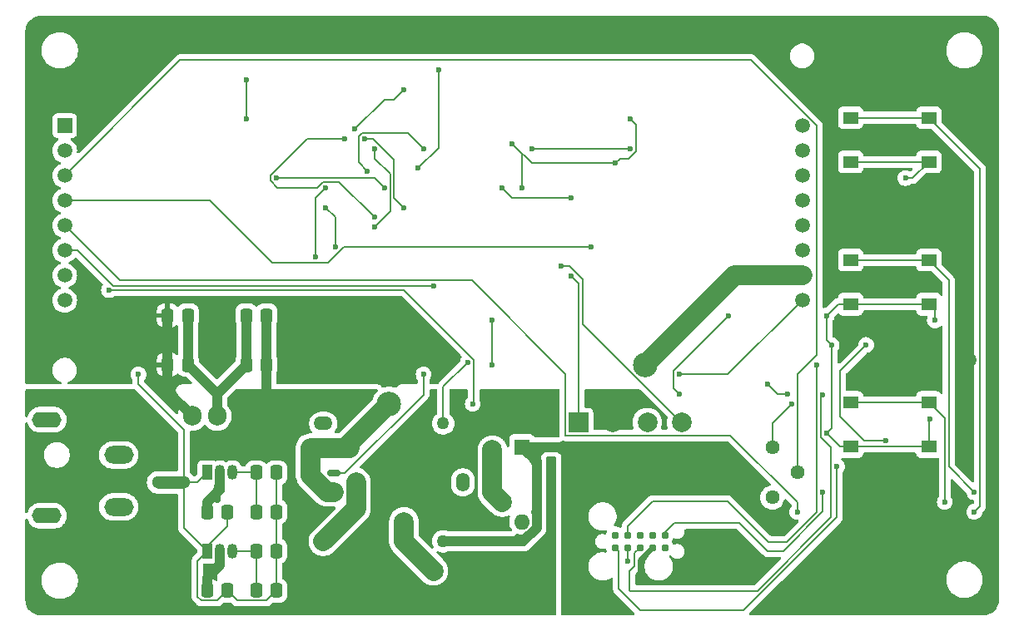
<source format=gbr>
%TF.GenerationSoftware,KiCad,Pcbnew,8.0.1*%
%TF.CreationDate,2024-07-30T14:49:35+02:00*%
%TF.ProjectId,driver,64726976-6572-42e6-9b69-6361645f7063,rev?*%
%TF.SameCoordinates,Original*%
%TF.FileFunction,Copper,L1,Top*%
%TF.FilePolarity,Positive*%
%FSLAX46Y46*%
G04 Gerber Fmt 4.6, Leading zero omitted, Abs format (unit mm)*
G04 Created by KiCad (PCBNEW 8.0.1) date 2024-07-30 14:49:35*
%MOMM*%
%LPD*%
G01*
G04 APERTURE LIST*
G04 Aperture macros list*
%AMRoundRect*
0 Rectangle with rounded corners*
0 $1 Rounding radius*
0 $2 $3 $4 $5 $6 $7 $8 $9 X,Y pos of 4 corners*
0 Add a 4 corners polygon primitive as box body*
4,1,4,$2,$3,$4,$5,$6,$7,$8,$9,$2,$3,0*
0 Add four circle primitives for the rounded corners*
1,1,$1+$1,$2,$3*
1,1,$1+$1,$4,$5*
1,1,$1+$1,$6,$7*
1,1,$1+$1,$8,$9*
0 Add four rect primitives between the rounded corners*
20,1,$1+$1,$2,$3,$4,$5,0*
20,1,$1+$1,$4,$5,$6,$7,0*
20,1,$1+$1,$6,$7,$8,$9,0*
20,1,$1+$1,$8,$9,$2,$3,0*%
G04 Aperture macros list end*
%TA.AperFunction,EtchedComponent*%
%ADD10C,0.000000*%
%TD*%
%TA.AperFunction,SMDPad,CuDef*%
%ADD11RoundRect,0.250000X-0.337500X-0.475000X0.337500X-0.475000X0.337500X0.475000X-0.337500X0.475000X0*%
%TD*%
%TA.AperFunction,SMDPad,CuDef*%
%ADD12RoundRect,0.250000X0.337500X0.475000X-0.337500X0.475000X-0.337500X-0.475000X0.337500X-0.475000X0*%
%TD*%
%TA.AperFunction,SMDPad,CuDef*%
%ADD13R,1.550000X1.300000*%
%TD*%
%TA.AperFunction,ComponentPad*%
%ADD14C,1.300000*%
%TD*%
%TA.AperFunction,ComponentPad*%
%ADD15R,1.500000X1.500000*%
%TD*%
%TA.AperFunction,ComponentPad*%
%ADD16C,1.500000*%
%TD*%
%TA.AperFunction,SMDPad,CuDef*%
%ADD17RoundRect,0.150000X-0.512500X-0.150000X0.512500X-0.150000X0.512500X0.150000X-0.512500X0.150000X0*%
%TD*%
%TA.AperFunction,ComponentPad*%
%ADD18C,1.440000*%
%TD*%
%TA.AperFunction,ConnectorPad*%
%ADD19C,0.787400*%
%TD*%
%TA.AperFunction,ComponentPad*%
%ADD20R,3.000000X1.800000*%
%TD*%
%TA.AperFunction,ComponentPad*%
%ADD21O,3.000000X1.800000*%
%TD*%
%TA.AperFunction,ComponentPad*%
%ADD22O,3.000000X1.600000*%
%TD*%
%TA.AperFunction,ComponentPad*%
%ADD23R,1.050000X1.500000*%
%TD*%
%TA.AperFunction,ComponentPad*%
%ADD24O,1.050000X1.500000*%
%TD*%
%TA.AperFunction,ComponentPad*%
%ADD25R,2.000000X2.000000*%
%TD*%
%TA.AperFunction,ComponentPad*%
%ADD26C,2.000000*%
%TD*%
%TA.AperFunction,ComponentPad*%
%ADD27R,1.600000X1.600000*%
%TD*%
%TA.AperFunction,ComponentPad*%
%ADD28O,1.600000X1.600000*%
%TD*%
%TA.AperFunction,WasherPad*%
%ADD29O,1.900000X1.360000*%
%TD*%
%TA.AperFunction,ComponentPad*%
%ADD30O,1.360000X1.900000*%
%TD*%
%TA.AperFunction,ComponentPad*%
%ADD31O,1.900000X1.360000*%
%TD*%
%TA.AperFunction,ComponentPad*%
%ADD32C,1.270000*%
%TD*%
%TA.AperFunction,ComponentPad*%
%ADD33R,1.905000X2.000000*%
%TD*%
%TA.AperFunction,ComponentPad*%
%ADD34O,1.905000X2.000000*%
%TD*%
%TA.AperFunction,ViaPad*%
%ADD35C,0.600000*%
%TD*%
%TA.AperFunction,ViaPad*%
%ADD36C,2.000000*%
%TD*%
%TA.AperFunction,ViaPad*%
%ADD37C,2.500000*%
%TD*%
%TA.AperFunction,ViaPad*%
%ADD38C,1.500000*%
%TD*%
%TA.AperFunction,Conductor*%
%ADD39C,0.200000*%
%TD*%
%TA.AperFunction,Conductor*%
%ADD40C,1.000000*%
%TD*%
%TA.AperFunction,Conductor*%
%ADD41C,2.000000*%
%TD*%
%TA.AperFunction,Conductor*%
%ADD42C,0.500000*%
%TD*%
G04 APERTURE END LIST*
D10*
%TA.AperFunction,EtchedComponent*%
%TO.C,NT3*%
G36*
X166600000Y-98650000D02*
G01*
X164000000Y-98650000D01*
X164000000Y-97350000D01*
X166600000Y-97350000D01*
X166600000Y-98650000D01*
G37*
%TD.AperFunction*%
%TD*%
D11*
%TO.P,C4,1*%
%TO.N,+5V*%
X164962500Y-81000000D03*
%TO.P,C4,2*%
%TO.N,GNDPWR*%
X167037500Y-81000000D03*
%TD*%
%TO.P,C11,1*%
%TO.N,+3.3V*%
X173962500Y-101000000D03*
%TO.P,C11,2*%
%TO.N,GNDD*%
X176037500Y-101000000D03*
%TD*%
%TO.P,C12,1*%
%TO.N,+3.0V*%
X173962500Y-105000000D03*
%TO.P,C12,2*%
%TO.N,GNDD*%
X176037500Y-105000000D03*
%TD*%
%TO.P,C5,1*%
%TO.N,+5V*%
X164962500Y-86000000D03*
%TO.P,C5,2*%
%TO.N,GNDPWR*%
X167037500Y-86000000D03*
%TD*%
%TO.P,C10,1*%
%TO.N,+3.3V*%
X173962500Y-97000000D03*
%TO.P,C10,2*%
%TO.N,GNDD*%
X176037500Y-97000000D03*
%TD*%
D12*
%TO.P,C3,1*%
%TO.N,+24V*%
X175037500Y-81000000D03*
%TO.P,C3,2*%
%TO.N,GNDPWR*%
X172962500Y-81000000D03*
%TD*%
D11*
%TO.P,C9,1*%
%TO.N,+5V*%
X168962500Y-109000000D03*
%TO.P,C9,2*%
%TO.N,GNDD*%
X171037500Y-109000000D03*
%TD*%
D13*
%TO.P,SW2,1,1*%
%TO.N,BTN_OK*%
X234425000Y-75350000D03*
X242375000Y-75350000D03*
%TO.P,SW2,2,2*%
%TO.N,GNDD*%
X234425000Y-79850000D03*
X242375000Y-79850000D03*
%TD*%
%TO.P,SW3,1,1*%
%TO.N,BTN_DOWN*%
X234425000Y-89850000D03*
X242375000Y-89850000D03*
%TO.P,SW3,2,2*%
%TO.N,GNDD*%
X234425000Y-94350000D03*
X242375000Y-94350000D03*
%TD*%
D11*
%TO.P,C13,1*%
%TO.N,+3.0V*%
X173962500Y-109000000D03*
%TO.P,C13,2*%
%TO.N,GNDD*%
X176037500Y-109000000D03*
%TD*%
D14*
%TO.P,NT3,1,1*%
%TO.N,GNDPWR*%
X164000000Y-98000000D03*
%TO.P,NT3,2,2*%
%TO.N,GNDD*%
X166600000Y-98000000D03*
%TD*%
D15*
%TO.P,U5,1,VSS*%
%TO.N,GNDD*%
X154500000Y-61670000D03*
D16*
%TO.P,U5,2,VDD*%
%TO.N,+3.3V*%
X154500000Y-64210000D03*
%TO.P,U5,3,VO*%
%TO.N,Net-(U5-VO)*%
X154500000Y-66750000D03*
%TO.P,U5,4,RS*%
%TO.N,LCD_RS*%
X154500000Y-69290000D03*
%TO.P,U5,5,R/W*%
%TO.N,LCD_RW*%
X154500000Y-71830000D03*
%TO.P,U5,6,E*%
%TO.N,LCD_E*%
X154500000Y-74370000D03*
%TO.P,U5,7,DB0*%
%TO.N,unconnected-(U5-DB0-Pad7)*%
X154500000Y-76910000D03*
%TO.P,U5,8,DB1*%
%TO.N,unconnected-(U5-DB1-Pad8)*%
X154500000Y-79450000D03*
%TO.P,U5,9,DB2*%
%TO.N,unconnected-(U5-DB2-Pad9)*%
X229500000Y-61670000D03*
%TO.P,U5,10,DB3*%
%TO.N,unconnected-(U5-DB3-Pad10)*%
X229500000Y-64210000D03*
%TO.P,U5,11,DB4*%
%TO.N,Net-(U3-PA4)*%
X229500000Y-66750000D03*
%TO.P,U5,12,DB5*%
%TO.N,Net-(U3-PA5)*%
X229500000Y-69290000D03*
%TO.P,U5,13,DB6*%
%TO.N,Net-(U3-PA6)*%
X229500000Y-71830000D03*
%TO.P,U5,14,DB7*%
%TO.N,Net-(U3-PA7)*%
X229500000Y-74370000D03*
%TO.P,U5,15,A*%
%TO.N,GNDPWR*%
X229500000Y-76910000D03*
%TO.P,U5,16,K*%
%TO.N,+3.0V*%
X229500000Y-79450000D03*
%TD*%
D17*
%TO.P,Q1,1,G*%
%TO.N,Net-(Q1-G)*%
X181862500Y-97050000D03*
%TO.P,Q1,2,S*%
%TO.N,Net-(Q1-S)*%
X181862500Y-98950000D03*
%TO.P,Q1,3,D*%
%TO.N,Net-(Q1-D)*%
X184137500Y-98000000D03*
%TD*%
D13*
%TO.P,SW1,1,1*%
%TO.N,BTN_UP*%
X234425000Y-60850000D03*
X242375000Y-60850000D03*
%TO.P,SW1,2,2*%
%TO.N,GNDD*%
X234425000Y-65350000D03*
X242375000Y-65350000D03*
%TD*%
D12*
%TO.P,C2,1*%
%TO.N,+24V*%
X175037500Y-86000000D03*
%TO.P,C2,2*%
%TO.N,GNDPWR*%
X172962500Y-86000000D03*
%TD*%
D18*
%TO.P,RV1,1,1*%
%TO.N,+3.3V*%
X226460000Y-99540000D03*
%TO.P,RV1,2,2*%
%TO.N,Net-(U5-VO)*%
X229000000Y-97000000D03*
%TO.P,RV1,3,3*%
%TO.N,GNDD*%
X226460000Y-94460000D03*
%TD*%
D19*
%TO.P,J3,1,Pin_1*%
%TO.N,SCK*%
X210460000Y-104635000D03*
%TO.P,J3,2,Pin_2*%
%TO.N,GNDD*%
X211730000Y-104635000D03*
%TO.P,J3,3,Pin_3*%
%TO.N,MISO*%
X213000000Y-104635000D03*
%TO.P,J3,4,Pin_4*%
%TO.N,+5V*%
X214270000Y-104635000D03*
%TO.P,J3,5,Pin_5*%
%TO.N,unconnected-(J3-Pin_5-Pad5)*%
X215540000Y-104635000D03*
%TO.P,J3,6,Pin_6*%
%TO.N,~{RESET}*%
X215540000Y-103365000D03*
%TO.P,J3,7,Pin_7*%
%TO.N,unconnected-(J3-Pin_7-Pad7)*%
X214270000Y-103365000D03*
%TO.P,J3,8,Pin_8*%
%TO.N,unconnected-(J3-Pin_8-Pad8)*%
X213000000Y-103365000D03*
%TO.P,J3,9,Pin_9*%
%TO.N,MOSI*%
X211730000Y-103365000D03*
%TO.P,J3,10,Pin_10*%
%TO.N,unconnected-(J3-Pin_10-Pad10)*%
X210460000Y-103365000D03*
%TD*%
D11*
%TO.P,C8,1*%
%TO.N,+5V*%
X168962500Y-101000000D03*
%TO.P,C8,2*%
%TO.N,GNDD*%
X171037500Y-101000000D03*
%TD*%
D20*
%TO.P,J2,1*%
%TO.N,+24V*%
X160000000Y-92000000D03*
D21*
%TO.P,J2,2*%
%TO.N,GNDPWR*%
X160000000Y-100500000D03*
%TO.P,J2,3*%
%TO.N,unconnected-(J2-Pad3)*%
X160000000Y-95200000D03*
D22*
%TO.P,J2,SH*%
%TO.N,N/C*%
X152700000Y-101400000D03*
X152700000Y-91600000D03*
%TD*%
D23*
%TO.P,U7,1,GND*%
%TO.N,GNDD*%
X169000000Y-105000000D03*
D24*
%TO.P,U7,2,VI*%
%TO.N,+5V*%
X170270000Y-105000000D03*
%TO.P,U7,3,VO*%
%TO.N,+3.0V*%
X171540000Y-105000000D03*
%TD*%
D25*
%TO.P,J1,1,Pin_1*%
%TO.N,/Resistive Heater Driver/UH1*%
X206750000Y-91900000D03*
D26*
%TO.P,J1,2,Pin_2*%
%TO.N,+24V*%
X210250000Y-91900000D03*
%TO.P,J1,3,Pin_3*%
%TO.N,Net-(J1-Pin_3)*%
X213750000Y-91900000D03*
%TO.P,J1,4,Pin_4*%
%TO.N,/Resistive Heater Driver/UH2*%
X217250000Y-91900000D03*
%TD*%
D27*
%TO.P,D1,1,K*%
%TO.N,+5V*%
X201000000Y-94380000D03*
D28*
%TO.P,D1,2,A*%
%TO.N,Net-(D1-A)*%
X201000000Y-102000000D03*
%TD*%
D23*
%TO.P,U6,1,GND*%
%TO.N,GNDD*%
X169000000Y-97000000D03*
D24*
%TO.P,U6,2,VI*%
%TO.N,+5V*%
X170270000Y-97000000D03*
%TO.P,U6,3,VO*%
%TO.N,+3.3V*%
X171540000Y-97000000D03*
%TD*%
D29*
%TO.P,K1,*%
%TO.N,*%
X180799998Y-92000002D03*
D30*
%TO.P,K1,13*%
%TO.N,Net-(J1-Pin_3)*%
X195000000Y-98000000D03*
D31*
%TO.P,K1,14*%
%TO.N,Net-(Q1-D)*%
X180799998Y-103999998D03*
D32*
%TO.P,K1,A1*%
%TO.N,Net-(D1-A)*%
X192999999Y-92000002D03*
%TO.P,K1,A2*%
%TO.N,+5V*%
X192999999Y-103999998D03*
%TD*%
D33*
%TO.P,U2,1,VIN*%
%TO.N,+24V*%
X172540000Y-91230000D03*
D34*
%TO.P,U2,2,GND*%
%TO.N,GNDPWR*%
X170000000Y-91230000D03*
%TO.P,U2,3,VOUT*%
%TO.N,+5V*%
X167460000Y-91230000D03*
%TD*%
D35*
%TO.N,GNDD*%
X192500000Y-56000000D03*
X240000000Y-67000000D03*
X201000000Y-68000000D03*
X211730000Y-106000000D03*
X228400000Y-90000000D03*
X232500000Y-84000000D03*
X210500000Y-65500000D03*
X198000000Y-81500000D03*
X200000000Y-63500000D03*
X162000000Y-87000000D03*
X198000000Y-86000000D03*
X243000000Y-81500000D03*
X190400000Y-66000000D03*
X173000000Y-57000000D03*
X232000000Y-93000000D03*
X232000000Y-81000000D03*
X242500000Y-91500000D03*
X173000000Y-61000000D03*
X212000000Y-61000000D03*
D36*
%TO.N,GNDPWR*%
X192000000Y-107000000D03*
D37*
X213500000Y-86000000D03*
D36*
X189000000Y-102000000D03*
X199000000Y-100000000D03*
X198000000Y-94700000D03*
%TO.N,+24V*%
X199411270Y-91700000D03*
X163250000Y-107250000D03*
X181500000Y-107500000D03*
D35*
%TO.N,+5V*%
X218000000Y-98500000D03*
D38*
X246500000Y-85500000D03*
X239000000Y-87000000D03*
X237000000Y-104500000D03*
D35*
X220000000Y-104000000D03*
%TO.N,+3.3V*%
X159000000Y-78411198D03*
X196000000Y-90000000D03*
%TO.N,+3.0V*%
X217000000Y-87000000D03*
%TO.N,Net-(D1-A)*%
X195500000Y-85750000D03*
%TO.N,/Resistive Heater Driver/UH1*%
X206000000Y-77000000D03*
%TO.N,/Resistive Heater Driver/UH2*%
X205000000Y-76000000D03*
D37*
%TO.N,Net-(Q1-S)*%
X187500000Y-90000000D03*
D35*
%TO.N,Net-(Q1-G)*%
X189000000Y-70000000D03*
X191000000Y-87000000D03*
X185000000Y-63000000D03*
%TO.N,Net-(U3-PB3)*%
X228000000Y-89000000D03*
X226000000Y-88000000D03*
%TO.N,Net-(U1C-+)*%
X181000000Y-70000000D03*
X182000000Y-74000000D03*
%TO.N,Net-(U1D-+)*%
X181000000Y-68000000D03*
X180000000Y-75000000D03*
%TO.N,Net-(U1B-+)*%
X176000000Y-67000000D03*
X187000000Y-68000000D03*
%TO.N,Net-(U1B--)*%
X186000000Y-71000000D03*
X183000000Y-63000000D03*
%TO.N,Net-(R6-Pad2)*%
X186000000Y-64000000D03*
X186000000Y-72000000D03*
%TO.N,Net-(U4B-+)*%
X199000000Y-68000000D03*
X206000000Y-69000000D03*
%TO.N,Net-(U4D--)*%
X212000000Y-64000000D03*
X202000000Y-64000000D03*
%TO.N,BTN_UP*%
X247000000Y-101000000D03*
%TO.N,BTN_OK*%
X247000000Y-99000000D03*
%TO.N,BTN_DOWN*%
X244000000Y-100000000D03*
%TO.N,/Resistive Heater Driver/IMEAS_REF*%
X191000000Y-64000000D03*
X185291413Y-66276792D03*
%TO.N,IMEAS*%
X189000000Y-58000000D03*
X184000000Y-62000000D03*
X238000000Y-93750000D03*
X236000000Y-84000000D03*
%TO.N,LCD_RS*%
X208000000Y-74000000D03*
X222000000Y-81000000D03*
X217000000Y-89000000D03*
%TO.N,LCD_E*%
X192000000Y-78000000D03*
%TO.N,LCD_RW*%
X229000000Y-101000000D03*
%TO.N,SCK*%
X233034314Y-96365000D03*
%TO.N,MOSI*%
X231000000Y-86000000D03*
%TO.N,MISO*%
X231599128Y-89048209D03*
%TO.N,~{RESET}*%
X231600000Y-99000000D03*
%TD*%
D39*
%TO.N,GNDD*%
X212600000Y-61600000D02*
X212000000Y-61000000D01*
X201000000Y-64500000D02*
X200000000Y-63500000D01*
X234425000Y-94350000D02*
X242375000Y-94350000D01*
X169000000Y-104500000D02*
X171037500Y-102462500D01*
X234425000Y-94350000D02*
X233350000Y-94350000D01*
X232500000Y-92500000D02*
X232000000Y-93000000D01*
X168390256Y-110025000D02*
X168000000Y-109634744D01*
X202000000Y-65500000D02*
X210500000Y-65500000D01*
X211000000Y-65000000D02*
X211848529Y-65000000D01*
X240000000Y-67000000D02*
X240725000Y-67000000D01*
X166600000Y-98000000D02*
X166600000Y-102600000D01*
X171037500Y-102462500D02*
X171037500Y-101000000D01*
X173000000Y-57000000D02*
X173000000Y-61000000D01*
X176037500Y-109000000D02*
X175012500Y-110025000D01*
X228400000Y-90000000D02*
X226460000Y-91940000D01*
X166600000Y-92600000D02*
X162000000Y-88000000D01*
X198000000Y-86000000D02*
X198000000Y-81500000D01*
X233150000Y-79850000D02*
X232000000Y-81000000D01*
X234425000Y-65350000D02*
X242375000Y-65350000D01*
X211848529Y-65000000D02*
X212600000Y-64248529D01*
X192500000Y-63900000D02*
X192500000Y-56000000D01*
X233350000Y-94350000D02*
X232000000Y-93000000D01*
X168000000Y-98000000D02*
X166600000Y-98000000D01*
X166600000Y-98000000D02*
X166600000Y-92600000D01*
X168000000Y-109634744D02*
X168000000Y-106000000D01*
X210500000Y-65500000D02*
X211000000Y-65000000D01*
X201000000Y-68000000D02*
X201000000Y-64500000D01*
X234425000Y-79850000D02*
X242375000Y-79850000D01*
X172062500Y-110025000D02*
X171037500Y-109000000D01*
X190400000Y-66000000D02*
X192500000Y-63900000D01*
X169000000Y-97000000D02*
X168000000Y-98000000D01*
X175012500Y-110025000D02*
X172062500Y-110025000D01*
X226460000Y-91940000D02*
X226460000Y-94460000D01*
X242375000Y-91625000D02*
X242375000Y-94350000D01*
X232500000Y-84000000D02*
X232500000Y-92500000D01*
X170012500Y-110025000D02*
X168390256Y-110025000D01*
X234425000Y-79850000D02*
X233150000Y-79850000D01*
X232000000Y-81000000D02*
X232000000Y-83500000D01*
X211730000Y-106000000D02*
X211730000Y-104635000D01*
X176037500Y-105000000D02*
X176037500Y-101000000D01*
X166600000Y-102600000D02*
X169000000Y-105000000D01*
X232000000Y-83500000D02*
X232500000Y-84000000D01*
X168000000Y-106000000D02*
X169000000Y-105000000D01*
X171037500Y-109000000D02*
X170012500Y-110025000D01*
X242500000Y-91500000D02*
X242375000Y-91625000D01*
X243000000Y-81500000D02*
X243000000Y-80475000D01*
X212600000Y-64248529D02*
X212600000Y-61600000D01*
X176037500Y-101000000D02*
X176037500Y-97000000D01*
X243000000Y-80475000D02*
X242375000Y-79850000D01*
X240725000Y-67000000D02*
X242375000Y-65350000D01*
X162000000Y-88000000D02*
X162000000Y-87000000D01*
X200000000Y-63500000D02*
X202000000Y-65500000D01*
X176037500Y-105000000D02*
X176037500Y-109000000D01*
D40*
%TO.N,GNDPWR*%
X170000000Y-91230000D02*
X170000000Y-88962500D01*
D41*
X198000000Y-99000000D02*
X199000000Y-100000000D01*
D40*
X172962500Y-86000000D02*
X170000000Y-88962500D01*
X172962500Y-81000000D02*
X172962500Y-86000000D01*
D41*
X222590000Y-76910000D02*
X229500000Y-76910000D01*
D40*
X167037500Y-81000000D02*
X167037500Y-86000000D01*
D41*
X189000000Y-104000000D02*
X192000000Y-107000000D01*
X198000000Y-94700000D02*
X198000000Y-99000000D01*
D40*
X170000000Y-88962500D02*
X167037500Y-86000000D01*
D41*
X213500000Y-86000000D02*
X222590000Y-76910000D01*
X189000000Y-102000000D02*
X189000000Y-104000000D01*
D40*
%TO.N,+24V*%
X175037500Y-86000000D02*
X175037500Y-88732500D01*
X175037500Y-81000000D02*
X175037500Y-86000000D01*
X175037500Y-88732500D02*
X172540000Y-91230000D01*
%TO.N,+5V*%
X164962500Y-81000000D02*
X164962500Y-86000000D01*
X202500000Y-95880000D02*
X201000000Y-94380000D01*
X170270000Y-98730000D02*
X170270000Y-97000000D01*
X170270000Y-106405000D02*
X170270000Y-105000000D01*
X168962500Y-101000000D02*
X168962500Y-100037500D01*
X202500000Y-102621321D02*
X202500000Y-95880000D01*
D42*
X213000000Y-108000000D02*
X213000000Y-105905000D01*
D40*
X164962500Y-88732500D02*
X167460000Y-91230000D01*
D42*
X213000000Y-105905000D02*
X214270000Y-104635000D01*
D40*
X168962500Y-109000000D02*
X168962500Y-107712500D01*
X168962500Y-100037500D02*
X170270000Y-98730000D01*
X218380000Y-94380000D02*
X227000000Y-103000000D01*
X201121323Y-103999998D02*
X202500000Y-102621321D01*
X164962500Y-86000000D02*
X164962500Y-88732500D01*
X192999999Y-103999998D02*
X201121323Y-103999998D01*
X201000000Y-94380000D02*
X218380000Y-94380000D01*
X168962500Y-107712500D02*
X170270000Y-106405000D01*
D39*
%TO.N,+3.3V*%
X196000000Y-90000000D02*
X196100000Y-89900000D01*
X171540000Y-97000000D02*
X173962500Y-97000000D01*
X189009727Y-78411198D02*
X159000000Y-78411198D01*
X173962500Y-97000000D02*
X173962500Y-101000000D01*
X196100000Y-85501471D02*
X189009727Y-78411198D01*
X196100000Y-89900000D02*
X196100000Y-85501471D01*
%TO.N,+3.0V*%
X221950000Y-87000000D02*
X217000000Y-87000000D01*
X173962500Y-105000000D02*
X173962500Y-109000000D01*
X171540000Y-105000000D02*
X173962500Y-105000000D01*
X229500000Y-79450000D02*
X221950000Y-87000000D01*
%TO.N,Net-(D1-A)*%
X192999999Y-88250001D02*
X195500000Y-85750000D01*
X192999999Y-92000002D02*
X192999999Y-88250001D01*
%TO.N,/Resistive Heater Driver/UH1*%
X206750000Y-77750000D02*
X206000000Y-77000000D01*
X206750000Y-91900000D02*
X206750000Y-77750000D01*
%TO.N,/Resistive Heater Driver/UH2*%
X205848529Y-76000000D02*
X207153984Y-77305455D01*
X217207968Y-91900000D02*
X207153984Y-81846016D01*
X207153984Y-77305455D02*
X207153984Y-81846016D01*
X205000000Y-76000000D02*
X205848529Y-76000000D01*
D41*
%TO.N,Net-(Q1-D)*%
X184137500Y-98000000D02*
X184137500Y-100662496D01*
X184137500Y-100662496D02*
X180799998Y-103999998D01*
%TO.N,Net-(Q1-S)*%
X179500000Y-94500000D02*
X179500000Y-97263346D01*
X187500000Y-90000000D02*
X183500000Y-94000000D01*
X183500000Y-94500000D02*
X179500000Y-94500000D01*
X179500000Y-97263346D02*
X181186654Y-98950000D01*
X181186654Y-98950000D02*
X181862500Y-98950000D01*
X183500000Y-94000000D02*
X183500000Y-94500000D01*
D39*
%TO.N,Net-(Q1-G)*%
X188000000Y-65151471D02*
X185848529Y-63000000D01*
X185848529Y-63000000D02*
X185000000Y-63000000D01*
X188000000Y-69000000D02*
X188000000Y-65151471D01*
X183000978Y-97050000D02*
X191000000Y-89050978D01*
X181862500Y-97050000D02*
X183000978Y-97050000D01*
X191000000Y-89050978D02*
X191000000Y-87000000D01*
X188000000Y-69000000D02*
X189000000Y-70000000D01*
%TO.N,Net-(U3-PB3)*%
X227000000Y-89000000D02*
X228000000Y-89000000D01*
X226000000Y-88000000D02*
X227000000Y-89000000D01*
%TO.N,Net-(U1C-+)*%
X182000000Y-71000000D02*
X181000000Y-70000000D01*
X182000000Y-74000000D02*
X182000000Y-71000000D01*
%TO.N,Net-(U1D-+)*%
X180000000Y-75000000D02*
X180000000Y-69000000D01*
X180000000Y-69000000D02*
X181000000Y-68000000D01*
%TO.N,Net-(U1B-+)*%
X176000000Y-67000000D02*
X186000000Y-67000000D01*
X186000000Y-67000000D02*
X187000000Y-68000000D01*
%TO.N,Net-(U1B--)*%
X182400000Y-67400000D02*
X186000000Y-71000000D01*
X183000000Y-63000000D02*
X179151471Y-63000000D01*
X175400000Y-66751471D02*
X175400000Y-67248529D01*
X180151471Y-68000000D02*
X180751471Y-67400000D01*
X180751471Y-67400000D02*
X182400000Y-67400000D01*
X176151471Y-68000000D02*
X180151471Y-68000000D01*
X179151471Y-63000000D02*
X175400000Y-66751471D01*
X175400000Y-67248529D02*
X176151471Y-68000000D01*
%TO.N,Net-(R6-Pad2)*%
X186000000Y-65000000D02*
X187600000Y-66600000D01*
X186000000Y-64000000D02*
X186000000Y-65000000D01*
X187600000Y-70400000D02*
X186000000Y-72000000D01*
X187600000Y-66600000D02*
X187600000Y-70400000D01*
%TO.N,Net-(U4B-+)*%
X200000000Y-69000000D02*
X206000000Y-69000000D01*
X199000000Y-68000000D02*
X200000000Y-69000000D01*
%TO.N,Net-(U4D--)*%
X202000000Y-64000000D02*
X212000000Y-64000000D01*
%TO.N,Net-(U5-VO)*%
X154500000Y-66750000D02*
X166250000Y-55000000D01*
X229000000Y-87000000D02*
X229000000Y-97000000D01*
X231000000Y-85000000D02*
X229000000Y-87000000D01*
X224314925Y-55000000D02*
X231000000Y-61685075D01*
X166250000Y-55000000D02*
X224314925Y-55000000D01*
X231000000Y-61685075D02*
X231000000Y-85000000D01*
%TO.N,BTN_UP*%
X247600000Y-66075000D02*
X247600000Y-100400000D01*
X247600000Y-100400000D02*
X247000000Y-101000000D01*
X242375000Y-60850000D02*
X247600000Y-66075000D01*
X234425000Y-60850000D02*
X242375000Y-60850000D01*
%TO.N,BTN_OK*%
X234425000Y-75350000D02*
X242375000Y-75350000D01*
X244400000Y-96400000D02*
X247000000Y-99000000D01*
X242375000Y-75350000D02*
X244400000Y-77375000D01*
X244400000Y-77375000D02*
X244400000Y-96400000D01*
%TO.N,BTN_DOWN*%
X234425000Y-89850000D02*
X242375000Y-89850000D01*
X242375000Y-89850000D02*
X244000000Y-91475000D01*
X244000000Y-91475000D02*
X244000000Y-100000000D01*
%TO.N,/Resistive Heater Driver/IMEAS_REF*%
X184400000Y-65385379D02*
X184400000Y-62751471D01*
X184751471Y-62400000D02*
X189400000Y-62400000D01*
X189400000Y-62400000D02*
X191000000Y-64000000D01*
X185291413Y-66276792D02*
X184400000Y-65385379D01*
X184400000Y-62751471D02*
X184751471Y-62400000D01*
%TO.N,IMEAS*%
X235800000Y-93750000D02*
X238000000Y-93750000D01*
X233350000Y-91300000D02*
X235800000Y-93750000D01*
X233350000Y-86650000D02*
X233350000Y-91300000D01*
X187000000Y-59000000D02*
X184000000Y-62000000D01*
X188000000Y-59000000D02*
X187000000Y-59000000D01*
X236000000Y-84000000D02*
X233350000Y-86650000D01*
X189000000Y-58000000D02*
X188000000Y-59000000D01*
%TO.N,LCD_RS*%
X216400000Y-88400000D02*
X216400000Y-86600000D01*
X181248529Y-75600000D02*
X175600000Y-75600000D01*
X175600000Y-75600000D02*
X169290000Y-69290000D01*
X216400000Y-86600000D02*
X222000000Y-81000000D01*
X169290000Y-69290000D02*
X154500000Y-69290000D01*
X182848529Y-74000000D02*
X181248529Y-75600000D01*
X208000000Y-74000000D02*
X182848529Y-74000000D01*
X217000000Y-89000000D02*
X216400000Y-88400000D01*
%TO.N,LCD_E*%
X155807331Y-74370000D02*
X154500000Y-74370000D01*
X159437331Y-78000000D02*
X155807331Y-74370000D01*
X192000000Y-78000000D02*
X159437331Y-78000000D01*
%TO.N,LCD_RW*%
X160070000Y-77400000D02*
X195900000Y-77400000D01*
X222200000Y-93200000D02*
X229000000Y-100000000D01*
X229000000Y-100000000D02*
X229000000Y-101000000D01*
X195900000Y-77400000D02*
X205450000Y-86950000D01*
X205450000Y-93200000D02*
X222200000Y-93200000D01*
X205450000Y-86950000D02*
X205450000Y-93200000D01*
X154500000Y-71830000D02*
X160070000Y-77400000D01*
%TO.N,SCK*%
X210853699Y-108853699D02*
X213000000Y-111000000D01*
X233034314Y-101531372D02*
X233034314Y-96365000D01*
X223565686Y-111000000D02*
X233034314Y-101531372D01*
X210460000Y-104635000D02*
X210853699Y-105028699D01*
X213000000Y-111000000D02*
X223565686Y-111000000D01*
X210853699Y-105028699D02*
X210853699Y-108853699D01*
%TO.N,MOSI*%
X227950000Y-104050000D02*
X231000000Y-101000000D01*
X211730000Y-103365000D02*
X211730000Y-102460717D01*
X221922550Y-99922550D02*
X226050000Y-104050000D01*
X226050000Y-104050000D02*
X227950000Y-104050000D01*
X211730000Y-102460717D02*
X214268167Y-99922550D01*
X231000000Y-101000000D02*
X231000000Y-86000000D01*
X214268167Y-99922550D02*
X221922550Y-99922550D01*
%TO.N,MISO*%
X224950000Y-109050000D02*
X232434314Y-101565686D01*
X231400000Y-93400000D02*
X231400000Y-89247337D01*
X212450000Y-105185000D02*
X212450000Y-106550000D01*
X213000000Y-104635000D02*
X212450000Y-105185000D01*
X231400000Y-89247337D02*
X231599128Y-89048209D01*
X232434314Y-101565686D02*
X232434314Y-94434314D01*
X211950000Y-107050000D02*
X211950000Y-108950000D01*
X212050000Y-109050000D02*
X224950000Y-109050000D01*
X232434314Y-94434314D02*
X231400000Y-93400000D01*
X212450000Y-106550000D02*
X211950000Y-107050000D01*
X211950000Y-108950000D02*
X212050000Y-109050000D01*
%TO.N,~{RESET}*%
X215540000Y-103365000D02*
X215540000Y-103058565D01*
X231600000Y-100965685D02*
X231600000Y-99000000D01*
X215540000Y-103058565D02*
X216459865Y-102138700D01*
X226000000Y-105000000D02*
X227565685Y-105000000D01*
X227565685Y-105000000D02*
X231600000Y-100965685D01*
X216459865Y-102138700D02*
X223138700Y-102138700D01*
X223138700Y-102138700D02*
X226000000Y-105000000D01*
%TD*%
%TA.AperFunction,Conductor*%
%TO.N,+5V*%
G36*
X205210315Y-93757409D02*
G01*
X205210706Y-93756466D01*
X205217869Y-93759433D01*
X205218050Y-93759481D01*
X205218216Y-93759577D01*
X205370943Y-93800500D01*
X205529057Y-93800500D01*
X221899903Y-93800500D01*
X221966942Y-93820185D01*
X221987584Y-93836819D01*
X226282271Y-98131506D01*
X226315756Y-98192829D01*
X226310772Y-98262521D01*
X226268900Y-98318454D01*
X226226684Y-98338962D01*
X226040974Y-98388722D01*
X226040968Y-98388725D01*
X225847421Y-98478977D01*
X225672478Y-98601472D01*
X225521472Y-98752478D01*
X225398977Y-98927421D01*
X225308725Y-99120968D01*
X225308721Y-99120977D01*
X225253452Y-99327247D01*
X225253450Y-99327258D01*
X225234838Y-99539998D01*
X225234838Y-99540001D01*
X225253450Y-99752741D01*
X225253452Y-99752752D01*
X225308721Y-99959022D01*
X225308723Y-99959026D01*
X225308724Y-99959030D01*
X225322580Y-99988744D01*
X225398977Y-100152578D01*
X225398978Y-100152580D01*
X225398979Y-100152581D01*
X225417656Y-100179255D01*
X225521472Y-100327521D01*
X225672478Y-100478527D01*
X225691494Y-100491842D01*
X225847419Y-100601021D01*
X225847421Y-100601022D01*
X225847420Y-100601022D01*
X225900686Y-100625860D01*
X226040970Y-100691276D01*
X226040976Y-100691277D01*
X226040977Y-100691278D01*
X226086012Y-100703345D01*
X226247253Y-100746549D01*
X226399215Y-100759844D01*
X226459998Y-100765162D01*
X226460000Y-100765162D01*
X226460002Y-100765162D01*
X226513186Y-100760508D01*
X226672747Y-100746549D01*
X226879030Y-100691276D01*
X227072581Y-100601021D01*
X227247519Y-100478529D01*
X227398529Y-100327519D01*
X227521021Y-100152581D01*
X227611276Y-99959030D01*
X227661038Y-99773314D01*
X227697402Y-99713656D01*
X227760248Y-99683126D01*
X227829624Y-99691420D01*
X227868493Y-99717728D01*
X228363181Y-100212416D01*
X228396666Y-100273739D01*
X228399500Y-100300097D01*
X228399500Y-100417587D01*
X228379815Y-100484626D01*
X228372450Y-100494896D01*
X228370186Y-100497734D01*
X228274211Y-100650476D01*
X228214631Y-100820745D01*
X228214630Y-100820750D01*
X228194435Y-100999996D01*
X228194435Y-101000003D01*
X228214630Y-101179249D01*
X228214631Y-101179254D01*
X228274211Y-101349523D01*
X228347217Y-101465710D01*
X228370184Y-101502262D01*
X228497738Y-101629816D01*
X228559284Y-101668488D01*
X228641261Y-101719998D01*
X228650478Y-101725789D01*
X228786280Y-101773308D01*
X228820745Y-101785368D01*
X228820750Y-101785369D01*
X228999996Y-101805565D01*
X229000000Y-101805565D01*
X229036890Y-101801408D01*
X229105710Y-101813461D01*
X229157091Y-101860810D01*
X229174716Y-101928420D01*
X229152991Y-101994826D01*
X229138455Y-102012309D01*
X227737584Y-103413181D01*
X227676261Y-103446666D01*
X227649903Y-103449500D01*
X226350098Y-103449500D01*
X226283059Y-103429815D01*
X226262417Y-103413181D01*
X222410140Y-99560905D01*
X222410138Y-99560902D01*
X222291267Y-99442031D01*
X222291266Y-99442030D01*
X222182359Y-99379153D01*
X222182358Y-99379152D01*
X222154333Y-99362972D01*
X222098431Y-99347993D01*
X222001607Y-99322049D01*
X221843493Y-99322049D01*
X221835897Y-99322049D01*
X221835881Y-99322050D01*
X214347224Y-99322050D01*
X214189109Y-99322050D01*
X214036382Y-99362973D01*
X214014279Y-99375734D01*
X214008356Y-99379154D01*
X214008355Y-99379153D01*
X213899454Y-99442027D01*
X213899449Y-99442031D01*
X211249481Y-102091999D01*
X211249475Y-102092007D01*
X211206650Y-102166184D01*
X211206650Y-102166186D01*
X211170423Y-102228931D01*
X211170423Y-102228932D01*
X211129499Y-102381660D01*
X211129499Y-102381662D01*
X211129499Y-102502762D01*
X211109814Y-102569801D01*
X211057010Y-102615556D01*
X210987852Y-102625500D01*
X210932616Y-102603082D01*
X210909565Y-102586335D01*
X210909563Y-102586334D01*
X210863820Y-102565968D01*
X210737850Y-102509881D01*
X210737842Y-102509879D01*
X210553984Y-102470800D01*
X210476378Y-102470800D01*
X210409339Y-102451115D01*
X210363584Y-102398311D01*
X210353640Y-102329153D01*
X210376059Y-102273915D01*
X210419845Y-102213650D01*
X210522600Y-102011981D01*
X210558957Y-101900086D01*
X210592541Y-101796725D01*
X210592541Y-101796724D01*
X210592542Y-101796721D01*
X210627950Y-101573169D01*
X210627950Y-101346831D01*
X210592542Y-101123279D01*
X210592541Y-101123275D01*
X210592541Y-101123274D01*
X210522601Y-100908021D01*
X210522599Y-100908018D01*
X210513792Y-100890732D01*
X210419845Y-100706350D01*
X210286807Y-100523239D01*
X210126761Y-100363193D01*
X209943650Y-100230155D01*
X209741981Y-100127400D01*
X209741978Y-100127398D01*
X209526723Y-100057458D01*
X209377686Y-100033852D01*
X209303169Y-100022050D01*
X209076831Y-100022050D01*
X209002313Y-100033852D01*
X208853277Y-100057458D01*
X208853274Y-100057458D01*
X208638021Y-100127398D01*
X208638018Y-100127400D01*
X208436349Y-100230155D01*
X208375712Y-100274211D01*
X208253239Y-100363193D01*
X208253237Y-100363195D01*
X208253236Y-100363195D01*
X208093195Y-100523236D01*
X208093195Y-100523237D01*
X208093193Y-100523239D01*
X208036681Y-100601021D01*
X207960155Y-100706349D01*
X207857400Y-100908018D01*
X207857398Y-100908021D01*
X207787458Y-101123274D01*
X207787458Y-101123277D01*
X207778868Y-101177511D01*
X207752050Y-101346831D01*
X207752050Y-101573169D01*
X207757951Y-101610427D01*
X207787458Y-101796722D01*
X207787458Y-101796725D01*
X207857398Y-102011978D01*
X207857400Y-102011981D01*
X207960155Y-102213650D01*
X208093193Y-102396761D01*
X208253239Y-102556807D01*
X208436350Y-102689845D01*
X208638019Y-102792600D01*
X208638021Y-102792601D01*
X208781258Y-102839141D01*
X208853279Y-102862542D01*
X209076831Y-102897950D01*
X209076832Y-102897950D01*
X209303167Y-102897950D01*
X209303169Y-102897950D01*
X209491665Y-102868094D01*
X209560956Y-102877048D01*
X209614408Y-102922044D01*
X209635048Y-102988796D01*
X209628992Y-103028885D01*
X209580523Y-103178056D01*
X209580521Y-103178066D01*
X209580107Y-103182007D01*
X209579231Y-103184134D01*
X209579172Y-103184415D01*
X209579120Y-103184404D01*
X209553521Y-103246621D01*
X209496222Y-103286603D01*
X209426403Y-103289261D01*
X209409342Y-103283605D01*
X209408674Y-103283329D01*
X209407543Y-103282860D01*
X209407534Y-103282858D01*
X209263459Y-103254200D01*
X209263455Y-103254200D01*
X209116545Y-103254200D01*
X209116540Y-103254200D01*
X208972465Y-103282858D01*
X208972455Y-103282861D01*
X208836733Y-103339078D01*
X208836724Y-103339083D01*
X208714580Y-103420698D01*
X208714576Y-103420701D01*
X208610701Y-103524576D01*
X208610698Y-103524580D01*
X208529083Y-103646724D01*
X208529078Y-103646733D01*
X208472861Y-103782455D01*
X208472858Y-103782465D01*
X208444200Y-103926540D01*
X208444200Y-104073459D01*
X208471250Y-104209448D01*
X208472860Y-104217542D01*
X208483244Y-104242611D01*
X208529078Y-104353266D01*
X208529083Y-104353275D01*
X208610698Y-104475419D01*
X208610701Y-104475423D01*
X208714576Y-104579298D01*
X208714580Y-104579301D01*
X208836724Y-104660916D01*
X208836730Y-104660919D01*
X208836731Y-104660920D01*
X208972458Y-104717140D01*
X209116540Y-104745799D01*
X209116544Y-104745800D01*
X209116545Y-104745800D01*
X209263456Y-104745800D01*
X209263457Y-104745799D01*
X209407542Y-104717140D01*
X209409329Y-104716399D01*
X209410338Y-104716291D01*
X209413372Y-104715371D01*
X209413546Y-104715946D01*
X209478796Y-104708927D01*
X209541277Y-104740198D01*
X209576933Y-104800285D01*
X209580107Y-104817993D01*
X209580521Y-104821933D01*
X209580523Y-104821943D01*
X209628992Y-104971114D01*
X209630987Y-105040955D01*
X209594907Y-105100788D01*
X209532206Y-105131616D01*
X209491663Y-105131905D01*
X209380775Y-105114341D01*
X209303169Y-105102050D01*
X209076831Y-105102050D01*
X209002313Y-105113852D01*
X208853277Y-105137458D01*
X208853274Y-105137458D01*
X208638021Y-105207398D01*
X208638018Y-105207400D01*
X208436349Y-105310155D01*
X208331878Y-105386058D01*
X208253239Y-105443193D01*
X208253237Y-105443195D01*
X208253236Y-105443195D01*
X208093195Y-105603236D01*
X208093195Y-105603237D01*
X208093193Y-105603239D01*
X208039661Y-105676920D01*
X207960155Y-105786349D01*
X207857400Y-105988018D01*
X207857398Y-105988021D01*
X207787458Y-106203274D01*
X207787458Y-106203277D01*
X207752050Y-106426831D01*
X207752050Y-106653168D01*
X207787458Y-106876722D01*
X207787458Y-106876725D01*
X207857398Y-107091978D01*
X207857400Y-107091981D01*
X207960155Y-107293650D01*
X208093193Y-107476761D01*
X208253239Y-107636807D01*
X208436350Y-107769845D01*
X208638019Y-107872600D01*
X208638021Y-107872601D01*
X208761139Y-107912604D01*
X208853279Y-107942542D01*
X209076831Y-107977950D01*
X209076832Y-107977950D01*
X209303168Y-107977950D01*
X209303169Y-107977950D01*
X209526721Y-107942542D01*
X209526724Y-107942541D01*
X209526725Y-107942541D01*
X209741978Y-107872601D01*
X209741978Y-107872600D01*
X209741981Y-107872600D01*
X209943650Y-107769845D01*
X210056314Y-107687989D01*
X210122120Y-107664510D01*
X210190174Y-107680335D01*
X210238869Y-107730441D01*
X210253199Y-107788308D01*
X210253199Y-108767029D01*
X210253198Y-108767047D01*
X210253198Y-108932753D01*
X210253197Y-108932753D01*
X210253198Y-108932756D01*
X210294122Y-109085484D01*
X210315631Y-109122738D01*
X210347254Y-109177511D01*
X210373178Y-109222413D01*
X210373180Y-109222416D01*
X210492048Y-109341284D01*
X210492054Y-109341289D01*
X212438584Y-111287819D01*
X212472069Y-111349142D01*
X212467085Y-111418834D01*
X212425213Y-111474767D01*
X212359749Y-111499184D01*
X212350903Y-111499500D01*
X205129500Y-111499500D01*
X205062461Y-111479815D01*
X205016706Y-111427011D01*
X205005500Y-111375500D01*
X205005500Y-95504510D01*
X205005500Y-95504500D01*
X204993947Y-95397044D01*
X204982741Y-95345533D01*
X204969778Y-95306586D01*
X204948616Y-95243002D01*
X204948613Y-95242996D01*
X204870828Y-95121962D01*
X204870825Y-95121957D01*
X204858286Y-95107486D01*
X204825076Y-95069159D01*
X204825072Y-95069156D01*
X204825070Y-95069153D01*
X204716336Y-94974933D01*
X204716333Y-94974931D01*
X204716331Y-94974930D01*
X204585465Y-94915164D01*
X204585460Y-94915162D01*
X204585459Y-94915162D01*
X204518420Y-94895477D01*
X204518422Y-94895477D01*
X204518417Y-94895476D01*
X204470944Y-94888650D01*
X204376000Y-94875000D01*
X203561612Y-94875000D01*
X203561611Y-94875000D01*
X203498602Y-94878941D01*
X203467964Y-94882790D01*
X203467939Y-94882794D01*
X203405927Y-94894555D01*
X203405924Y-94894556D01*
X203272998Y-94949617D01*
X203260815Y-94956846D01*
X203212909Y-94985271D01*
X203212905Y-94985274D01*
X203212902Y-94985276D01*
X203100884Y-95075547D01*
X203100883Y-95075548D01*
X203018830Y-95193727D01*
X203018826Y-95193735D01*
X202987557Y-95256200D01*
X202987552Y-95256213D01*
X202942114Y-95392726D01*
X202938069Y-95505986D01*
X202936978Y-95536516D01*
X202937720Y-95543421D01*
X202944337Y-95604978D01*
X202944425Y-95605871D01*
X202944445Y-95605986D01*
X202969664Y-95704793D01*
X202971133Y-95711265D01*
X202992617Y-95819261D01*
X202995000Y-95843455D01*
X202995000Y-102657860D01*
X202992617Y-102682052D01*
X202978360Y-102753724D01*
X202971304Y-102776984D01*
X202943335Y-102844508D01*
X202931876Y-102865946D01*
X202891275Y-102926710D01*
X202875854Y-102945501D01*
X201551229Y-104270125D01*
X201551219Y-104270133D01*
X201445504Y-104375851D01*
X201426711Y-104391274D01*
X201365942Y-104431877D01*
X201344506Y-104443335D01*
X201276993Y-104471300D01*
X201253734Y-104478356D01*
X201211500Y-104486757D01*
X201182053Y-104492615D01*
X201157864Y-104494998D01*
X194203409Y-104494998D01*
X194136370Y-104475313D01*
X194090615Y-104422509D01*
X194080671Y-104353351D01*
X194084143Y-104337064D01*
X194120452Y-104209448D01*
X194120453Y-104209446D01*
X194139861Y-103999998D01*
X194139861Y-103999997D01*
X194120453Y-103790549D01*
X194120452Y-103790547D01*
X194084143Y-103662932D01*
X194084730Y-103593065D01*
X194122996Y-103534606D01*
X194186794Y-103506116D01*
X194203409Y-103504998D01*
X199874039Y-103504998D01*
X199902158Y-103501692D01*
X199991264Y-103491217D01*
X200047207Y-103477880D01*
X200158036Y-103437293D01*
X200275897Y-103354768D01*
X200275902Y-103354763D01*
X200275905Y-103354761D01*
X200294547Y-103337266D01*
X200326845Y-103306956D01*
X200326847Y-103306954D01*
X200374214Y-103247695D01*
X200431448Y-103207621D01*
X200501262Y-103204850D01*
X200523470Y-103212734D01*
X200553504Y-103226739D01*
X200773308Y-103285635D01*
X200935230Y-103299801D01*
X200999998Y-103305468D01*
X201000000Y-103305468D01*
X201000002Y-103305468D01*
X201056673Y-103300509D01*
X201226692Y-103285635D01*
X201446496Y-103226739D01*
X201652734Y-103130568D01*
X201839139Y-103000047D01*
X202000047Y-102839139D01*
X202130568Y-102652734D01*
X202226739Y-102446496D01*
X202285635Y-102226692D01*
X202304420Y-102011978D01*
X202305468Y-102000001D01*
X202305468Y-101999998D01*
X202288093Y-101801408D01*
X202285635Y-101773308D01*
X202226739Y-101553504D01*
X202130568Y-101347266D01*
X202012926Y-101179254D01*
X202000048Y-101160862D01*
X201977641Y-101138455D01*
X201934692Y-101095506D01*
X201901209Y-101034186D01*
X201906193Y-100964494D01*
X201909581Y-100956314D01*
X201964838Y-100835322D01*
X201984523Y-100768283D01*
X201984524Y-100768279D01*
X202005000Y-100625863D01*
X202005000Y-96345782D01*
X202002103Y-96291742D01*
X202001845Y-96289345D01*
X201999270Y-96265397D01*
X201999267Y-96265370D01*
X201990614Y-96211974D01*
X201990614Y-96211972D01*
X201981518Y-96187584D01*
X201940332Y-96077163D01*
X201906847Y-96015840D01*
X201820623Y-95900659D01*
X201807291Y-95887327D01*
X201773807Y-95826008D01*
X201778789Y-95756316D01*
X201820659Y-95700381D01*
X201881716Y-95676357D01*
X201907372Y-95673598D01*
X201907379Y-95673596D01*
X202042086Y-95623354D01*
X202042093Y-95623350D01*
X202157187Y-95537190D01*
X202157190Y-95537187D01*
X202243350Y-95422093D01*
X202243354Y-95422086D01*
X202293596Y-95287379D01*
X202293598Y-95287372D01*
X202299999Y-95227844D01*
X202300000Y-95227827D01*
X202300000Y-94630000D01*
X201315686Y-94630000D01*
X201320080Y-94625606D01*
X201372741Y-94534394D01*
X201400000Y-94432661D01*
X201400000Y-94327339D01*
X201372741Y-94225606D01*
X201320080Y-94134394D01*
X201315686Y-94130000D01*
X202300000Y-94130000D01*
X202300000Y-94009000D01*
X202319685Y-93941961D01*
X202372489Y-93896206D01*
X202424000Y-93885000D01*
X204725490Y-93885000D01*
X204725500Y-93885000D01*
X204832956Y-93873447D01*
X204884467Y-93862241D01*
X204918697Y-93850847D01*
X204986997Y-93828116D01*
X204987001Y-93828113D01*
X204987004Y-93828113D01*
X205089013Y-93762555D01*
X205156052Y-93742870D01*
X205210315Y-93757409D01*
G37*
%TD.AperFunction*%
%TA.AperFunction,Conductor*%
G36*
X248004418Y-50500816D02*
G01*
X248204561Y-50515130D01*
X248222063Y-50517647D01*
X248413797Y-50559355D01*
X248430755Y-50564334D01*
X248614609Y-50632909D01*
X248630701Y-50640259D01*
X248802904Y-50734288D01*
X248817784Y-50743849D01*
X248974867Y-50861441D01*
X248988237Y-50873027D01*
X249126972Y-51011762D01*
X249138558Y-51025132D01*
X249256146Y-51182210D01*
X249265711Y-51197095D01*
X249359740Y-51369298D01*
X249367090Y-51385390D01*
X249435662Y-51569236D01*
X249440646Y-51586212D01*
X249482351Y-51777931D01*
X249484869Y-51795442D01*
X249499184Y-51995580D01*
X249499500Y-52004427D01*
X249499500Y-109995572D01*
X249499184Y-110004419D01*
X249484869Y-110204557D01*
X249482351Y-110222068D01*
X249440646Y-110413787D01*
X249435662Y-110430763D01*
X249367090Y-110614609D01*
X249359740Y-110630701D01*
X249265711Y-110802904D01*
X249256146Y-110817789D01*
X249138558Y-110974867D01*
X249126972Y-110988237D01*
X248988237Y-111126972D01*
X248974867Y-111138558D01*
X248817789Y-111256146D01*
X248802904Y-111265711D01*
X248630701Y-111359740D01*
X248614609Y-111367090D01*
X248430763Y-111435662D01*
X248413787Y-111440646D01*
X248222068Y-111482351D01*
X248204557Y-111484869D01*
X248023779Y-111497799D01*
X248004417Y-111499184D01*
X247995572Y-111499500D01*
X224214782Y-111499500D01*
X224147743Y-111479815D01*
X224101988Y-111427011D01*
X224092044Y-111357853D01*
X224121069Y-111294297D01*
X224127101Y-111287819D01*
X227393632Y-108021288D01*
X244149500Y-108021288D01*
X244181161Y-108261785D01*
X244243947Y-108496104D01*
X244336773Y-108720205D01*
X244336776Y-108720212D01*
X244458064Y-108930289D01*
X244458066Y-108930292D01*
X244458067Y-108930293D01*
X244605733Y-109122736D01*
X244605736Y-109122740D01*
X244777256Y-109294260D01*
X244777262Y-109294265D01*
X244969711Y-109441936D01*
X245179788Y-109563224D01*
X245403900Y-109656054D01*
X245638211Y-109718838D01*
X245818586Y-109742584D01*
X245878711Y-109750500D01*
X245878712Y-109750500D01*
X246121289Y-109750500D01*
X246169388Y-109744167D01*
X246361789Y-109718838D01*
X246596100Y-109656054D01*
X246820212Y-109563224D01*
X247030289Y-109441936D01*
X247222738Y-109294265D01*
X247294590Y-109222413D01*
X247394264Y-109122740D01*
X247394265Y-109122738D01*
X247541936Y-108930289D01*
X247663224Y-108720212D01*
X247756054Y-108496100D01*
X247818838Y-108261789D01*
X247850500Y-108021288D01*
X247850500Y-107778712D01*
X247818838Y-107538211D01*
X247756054Y-107303900D01*
X247663224Y-107079788D01*
X247541936Y-106869711D01*
X247434103Y-106729180D01*
X247394266Y-106677263D01*
X247394260Y-106677256D01*
X247222743Y-106505739D01*
X247222736Y-106505733D01*
X247030293Y-106358067D01*
X247030292Y-106358066D01*
X247030289Y-106358064D01*
X246820212Y-106236776D01*
X246820205Y-106236773D01*
X246596104Y-106143947D01*
X246361785Y-106081161D01*
X246121289Y-106049500D01*
X246121288Y-106049500D01*
X245878712Y-106049500D01*
X245878711Y-106049500D01*
X245638214Y-106081161D01*
X245403895Y-106143947D01*
X245179794Y-106236773D01*
X245179785Y-106236777D01*
X244969706Y-106358067D01*
X244777263Y-106505733D01*
X244777256Y-106505739D01*
X244605739Y-106677256D01*
X244605733Y-106677263D01*
X244458067Y-106869706D01*
X244458064Y-106869710D01*
X244458064Y-106869711D01*
X244441817Y-106897851D01*
X244336777Y-107079785D01*
X244336773Y-107079794D01*
X244243947Y-107303895D01*
X244181161Y-107538214D01*
X244149500Y-107778711D01*
X244149500Y-108021288D01*
X227393632Y-108021288D01*
X228737664Y-106677256D01*
X233392820Y-102022100D01*
X233392825Y-102022096D01*
X233403028Y-102011892D01*
X233403030Y-102011892D01*
X233514834Y-101900088D01*
X233574062Y-101797501D01*
X233593891Y-101763157D01*
X233634814Y-101610429D01*
X233634814Y-101452315D01*
X233634814Y-96947412D01*
X233654499Y-96880373D01*
X233661869Y-96870097D01*
X233664124Y-96867267D01*
X233664130Y-96867262D01*
X233760103Y-96714522D01*
X233819682Y-96544255D01*
X233839879Y-96365000D01*
X233837713Y-96345779D01*
X233819683Y-96185750D01*
X233819682Y-96185745D01*
X233798868Y-96126261D01*
X233760103Y-96015478D01*
X233664130Y-95862738D01*
X233536576Y-95735184D01*
X233527022Y-95729180D01*
X233480733Y-95676849D01*
X233470083Y-95607795D01*
X233498458Y-95543946D01*
X233556847Y-95505574D01*
X233599643Y-95500366D01*
X233602097Y-95500496D01*
X233602127Y-95500500D01*
X235247872Y-95500499D01*
X235307483Y-95494091D01*
X235442331Y-95443796D01*
X235557546Y-95357546D01*
X235643796Y-95242331D01*
X235694091Y-95107483D01*
X235699062Y-95061242D01*
X235725799Y-94996694D01*
X235783191Y-94956846D01*
X235822351Y-94950500D01*
X240977649Y-94950500D01*
X241044688Y-94970185D01*
X241090443Y-95022989D01*
X241100939Y-95061248D01*
X241105908Y-95107483D01*
X241156202Y-95242328D01*
X241156206Y-95242335D01*
X241242452Y-95357544D01*
X241242455Y-95357547D01*
X241357664Y-95443793D01*
X241357671Y-95443797D01*
X241492517Y-95494091D01*
X241492516Y-95494091D01*
X241499444Y-95494835D01*
X241552127Y-95500500D01*
X243197872Y-95500499D01*
X243251407Y-95494744D01*
X243262247Y-95493579D01*
X243331006Y-95505986D01*
X243382143Y-95553597D01*
X243399500Y-95616869D01*
X243399500Y-99417587D01*
X243379815Y-99484626D01*
X243372450Y-99494896D01*
X243370186Y-99497734D01*
X243274211Y-99650476D01*
X243214631Y-99820745D01*
X243214630Y-99820750D01*
X243194435Y-99999996D01*
X243194435Y-100000003D01*
X243214630Y-100179249D01*
X243214631Y-100179254D01*
X243274211Y-100349523D01*
X243363576Y-100491745D01*
X243370184Y-100502262D01*
X243497738Y-100629816D01*
X243577306Y-100679812D01*
X243614758Y-100703345D01*
X243650478Y-100725789D01*
X243773159Y-100768717D01*
X243820745Y-100785368D01*
X243820750Y-100785369D01*
X243999996Y-100805565D01*
X244000000Y-100805565D01*
X244000004Y-100805565D01*
X244179249Y-100785369D01*
X244179252Y-100785368D01*
X244179255Y-100785368D01*
X244349522Y-100725789D01*
X244502262Y-100629816D01*
X244629816Y-100502262D01*
X244725789Y-100349522D01*
X244785368Y-100179255D01*
X244785369Y-100179249D01*
X244805565Y-100000003D01*
X244805565Y-99999996D01*
X244785369Y-99820750D01*
X244785368Y-99820745D01*
X244744796Y-99704797D01*
X244725789Y-99650478D01*
X244713732Y-99631290D01*
X244690019Y-99593550D01*
X244629816Y-99497738D01*
X244629814Y-99497736D01*
X244629813Y-99497734D01*
X244627550Y-99494896D01*
X244626659Y-99492715D01*
X244626111Y-99491842D01*
X244626264Y-99491745D01*
X244601144Y-99430209D01*
X244600500Y-99417587D01*
X244600500Y-97749097D01*
X244620185Y-97682058D01*
X244672989Y-97636303D01*
X244742147Y-97626359D01*
X244805703Y-97655384D01*
X244812181Y-97661416D01*
X246169298Y-99018533D01*
X246202783Y-99079856D01*
X246204837Y-99092330D01*
X246214630Y-99179249D01*
X246274210Y-99349521D01*
X246292829Y-99379153D01*
X246370184Y-99502262D01*
X246497738Y-99629816D01*
X246582580Y-99683126D01*
X246644377Y-99721956D01*
X246650478Y-99725789D01*
X246820745Y-99785368D01*
X246889384Y-99793101D01*
X246953796Y-99820166D01*
X246993352Y-99877760D01*
X246999500Y-99916321D01*
X246999500Y-100083677D01*
X246979815Y-100150716D01*
X246927011Y-100196471D01*
X246889384Y-100206897D01*
X246820750Y-100214630D01*
X246650478Y-100274210D01*
X246497737Y-100370184D01*
X246370184Y-100497737D01*
X246274211Y-100650476D01*
X246214631Y-100820745D01*
X246214630Y-100820750D01*
X246194435Y-100999996D01*
X246194435Y-101000003D01*
X246214630Y-101179249D01*
X246214631Y-101179254D01*
X246274211Y-101349523D01*
X246347217Y-101465710D01*
X246370184Y-101502262D01*
X246497738Y-101629816D01*
X246559284Y-101668488D01*
X246641261Y-101719998D01*
X246650478Y-101725789D01*
X246786280Y-101773308D01*
X246820745Y-101785368D01*
X246820750Y-101785369D01*
X246999996Y-101805565D01*
X247000000Y-101805565D01*
X247000004Y-101805565D01*
X247179249Y-101785369D01*
X247179252Y-101785368D01*
X247179255Y-101785368D01*
X247349522Y-101725789D01*
X247502262Y-101629816D01*
X247629816Y-101502262D01*
X247725789Y-101349522D01*
X247785368Y-101179255D01*
X247795161Y-101092329D01*
X247822226Y-101027918D01*
X247830690Y-101018543D01*
X247958506Y-100890728D01*
X247958511Y-100890724D01*
X247968714Y-100880520D01*
X247968716Y-100880520D01*
X248080520Y-100768716D01*
X248116527Y-100706349D01*
X248131848Y-100679813D01*
X248131848Y-100679812D01*
X248148784Y-100650478D01*
X248159577Y-100631785D01*
X248200500Y-100479057D01*
X248200500Y-100320943D01*
X248200500Y-66164059D01*
X248200501Y-66164046D01*
X248200501Y-65995945D01*
X248200501Y-65995943D01*
X248159577Y-65843215D01*
X248127930Y-65788402D01*
X248119921Y-65774529D01*
X248119920Y-65774528D01*
X248080521Y-65706286D01*
X248080520Y-65706284D01*
X247968716Y-65594480D01*
X247968715Y-65594479D01*
X247964385Y-65590149D01*
X247964374Y-65590139D01*
X243686818Y-61312583D01*
X243653333Y-61251260D01*
X243650499Y-61224902D01*
X243650499Y-60152129D01*
X243650498Y-60152123D01*
X243650497Y-60152116D01*
X243644091Y-60092517D01*
X243593796Y-59957669D01*
X243593795Y-59957668D01*
X243593793Y-59957664D01*
X243507547Y-59842455D01*
X243507544Y-59842452D01*
X243392335Y-59756206D01*
X243392328Y-59756202D01*
X243257482Y-59705908D01*
X243257483Y-59705908D01*
X243197883Y-59699501D01*
X243197881Y-59699500D01*
X243197873Y-59699500D01*
X243197864Y-59699500D01*
X241552129Y-59699500D01*
X241552123Y-59699501D01*
X241492516Y-59705908D01*
X241357671Y-59756202D01*
X241357664Y-59756206D01*
X241242455Y-59842452D01*
X241242452Y-59842455D01*
X241156206Y-59957664D01*
X241156202Y-59957671D01*
X241105910Y-60092513D01*
X241105909Y-60092517D01*
X241100937Y-60138757D01*
X241074201Y-60203306D01*
X241016809Y-60243154D01*
X240977649Y-60249500D01*
X235822351Y-60249500D01*
X235755312Y-60229815D01*
X235709557Y-60177011D01*
X235699061Y-60138752D01*
X235694091Y-60092516D01*
X235643797Y-59957671D01*
X235643793Y-59957664D01*
X235557547Y-59842455D01*
X235557544Y-59842452D01*
X235442335Y-59756206D01*
X235442328Y-59756202D01*
X235307482Y-59705908D01*
X235307483Y-59705908D01*
X235247883Y-59699501D01*
X235247881Y-59699500D01*
X235247873Y-59699500D01*
X235247864Y-59699500D01*
X233602129Y-59699500D01*
X233602123Y-59699501D01*
X233542516Y-59705908D01*
X233407671Y-59756202D01*
X233407664Y-59756206D01*
X233292455Y-59842452D01*
X233292452Y-59842455D01*
X233206206Y-59957664D01*
X233206202Y-59957671D01*
X233155908Y-60092517D01*
X233149501Y-60152116D01*
X233149501Y-60152123D01*
X233149500Y-60152135D01*
X233149500Y-61547870D01*
X233149501Y-61547876D01*
X233155908Y-61607483D01*
X233206202Y-61742328D01*
X233206206Y-61742335D01*
X233292452Y-61857544D01*
X233292455Y-61857547D01*
X233407664Y-61943793D01*
X233407671Y-61943797D01*
X233542517Y-61994091D01*
X233542516Y-61994091D01*
X233549444Y-61994835D01*
X233602127Y-62000500D01*
X235247872Y-62000499D01*
X235307483Y-61994091D01*
X235442331Y-61943796D01*
X235557546Y-61857546D01*
X235643796Y-61742331D01*
X235694091Y-61607483D01*
X235699062Y-61561242D01*
X235725799Y-61496694D01*
X235783191Y-61456846D01*
X235822351Y-61450500D01*
X240977649Y-61450500D01*
X241044688Y-61470185D01*
X241090443Y-61522989D01*
X241100939Y-61561248D01*
X241105908Y-61607483D01*
X241156202Y-61742328D01*
X241156206Y-61742335D01*
X241242452Y-61857544D01*
X241242455Y-61857547D01*
X241357664Y-61943793D01*
X241357671Y-61943797D01*
X241492517Y-61994091D01*
X241492516Y-61994091D01*
X241499444Y-61994835D01*
X241552127Y-62000500D01*
X242624902Y-62000499D01*
X242691941Y-62020183D01*
X242712583Y-62036818D01*
X246963181Y-66287416D01*
X246996666Y-66348739D01*
X246999500Y-66375097D01*
X246999500Y-97850903D01*
X246979815Y-97917942D01*
X246927011Y-97963697D01*
X246857853Y-97973641D01*
X246794297Y-97944616D01*
X246787819Y-97938584D01*
X245036819Y-96187584D01*
X245003334Y-96126261D01*
X245000500Y-96099903D01*
X245000500Y-77295945D01*
X245000500Y-77295943D01*
X244959577Y-77143216D01*
X244899036Y-77038355D01*
X244880524Y-77006290D01*
X244880521Y-77006286D01*
X244880520Y-77006284D01*
X244768716Y-76894480D01*
X244768715Y-76894479D01*
X244764385Y-76890149D01*
X244764374Y-76890139D01*
X243686818Y-75812583D01*
X243653333Y-75751260D01*
X243650499Y-75724902D01*
X243650499Y-74652129D01*
X243650498Y-74652123D01*
X243650497Y-74652116D01*
X243644091Y-74592517D01*
X243642398Y-74587979D01*
X243593797Y-74457671D01*
X243593793Y-74457664D01*
X243507547Y-74342455D01*
X243507544Y-74342452D01*
X243392335Y-74256206D01*
X243392328Y-74256202D01*
X243257482Y-74205908D01*
X243257483Y-74205908D01*
X243197883Y-74199501D01*
X243197881Y-74199500D01*
X243197873Y-74199500D01*
X243197864Y-74199500D01*
X241552129Y-74199500D01*
X241552123Y-74199501D01*
X241492516Y-74205908D01*
X241357671Y-74256202D01*
X241357664Y-74256206D01*
X241242455Y-74342452D01*
X241242452Y-74342455D01*
X241156206Y-74457664D01*
X241156202Y-74457671D01*
X241105910Y-74592513D01*
X241105909Y-74592517D01*
X241100937Y-74638757D01*
X241074201Y-74703306D01*
X241016809Y-74743154D01*
X240977649Y-74749500D01*
X235822351Y-74749500D01*
X235755312Y-74729815D01*
X235709557Y-74677011D01*
X235699061Y-74638752D01*
X235698100Y-74629816D01*
X235694091Y-74592517D01*
X235692398Y-74587979D01*
X235643797Y-74457671D01*
X235643793Y-74457664D01*
X235557547Y-74342455D01*
X235557544Y-74342452D01*
X235442335Y-74256206D01*
X235442328Y-74256202D01*
X235307482Y-74205908D01*
X235307483Y-74205908D01*
X235247883Y-74199501D01*
X235247881Y-74199500D01*
X235247873Y-74199500D01*
X235247864Y-74199500D01*
X233602129Y-74199500D01*
X233602123Y-74199501D01*
X233542516Y-74205908D01*
X233407671Y-74256202D01*
X233407664Y-74256206D01*
X233292455Y-74342452D01*
X233292452Y-74342455D01*
X233206206Y-74457664D01*
X233206202Y-74457671D01*
X233155908Y-74592517D01*
X233149677Y-74650478D01*
X233149501Y-74652123D01*
X233149500Y-74652135D01*
X233149500Y-76047870D01*
X233149501Y-76047876D01*
X233155908Y-76107483D01*
X233206202Y-76242328D01*
X233206206Y-76242335D01*
X233292452Y-76357544D01*
X233292455Y-76357547D01*
X233407664Y-76443793D01*
X233407671Y-76443797D01*
X233542517Y-76494091D01*
X233542516Y-76494091D01*
X233549444Y-76494835D01*
X233602127Y-76500500D01*
X235247872Y-76500499D01*
X235307483Y-76494091D01*
X235442331Y-76443796D01*
X235557546Y-76357546D01*
X235643796Y-76242331D01*
X235694091Y-76107483D01*
X235699062Y-76061242D01*
X235725799Y-75996694D01*
X235783191Y-75956846D01*
X235822351Y-75950500D01*
X240977649Y-75950500D01*
X241044688Y-75970185D01*
X241090443Y-76022989D01*
X241100939Y-76061248D01*
X241105908Y-76107483D01*
X241156202Y-76242328D01*
X241156206Y-76242335D01*
X241242452Y-76357544D01*
X241242455Y-76357547D01*
X241357664Y-76443793D01*
X241357671Y-76443797D01*
X241492517Y-76494091D01*
X241492516Y-76494091D01*
X241499444Y-76494835D01*
X241552127Y-76500500D01*
X242624902Y-76500499D01*
X242691941Y-76520183D01*
X242712583Y-76536818D01*
X243763181Y-77587416D01*
X243796666Y-77648739D01*
X243799500Y-77675097D01*
X243799500Y-78859897D01*
X243779815Y-78926936D01*
X243727011Y-78972691D01*
X243657853Y-78982635D01*
X243594297Y-78953610D01*
X243576234Y-78934208D01*
X243507547Y-78842455D01*
X243507544Y-78842452D01*
X243392335Y-78756206D01*
X243392328Y-78756202D01*
X243257482Y-78705908D01*
X243257483Y-78705908D01*
X243197883Y-78699501D01*
X243197881Y-78699500D01*
X243197873Y-78699500D01*
X243197864Y-78699500D01*
X241552129Y-78699500D01*
X241552123Y-78699501D01*
X241492516Y-78705908D01*
X241357671Y-78756202D01*
X241357664Y-78756206D01*
X241242455Y-78842452D01*
X241242452Y-78842455D01*
X241156206Y-78957664D01*
X241156202Y-78957671D01*
X241125118Y-79041014D01*
X241105909Y-79092517D01*
X241100937Y-79138757D01*
X241074201Y-79203306D01*
X241016809Y-79243154D01*
X240977649Y-79249500D01*
X235822351Y-79249500D01*
X235755312Y-79229815D01*
X235709557Y-79177011D01*
X235699061Y-79138752D01*
X235694091Y-79092516D01*
X235643797Y-78957671D01*
X235643793Y-78957664D01*
X235557547Y-78842455D01*
X235557544Y-78842452D01*
X235442335Y-78756206D01*
X235442328Y-78756202D01*
X235307482Y-78705908D01*
X235307483Y-78705908D01*
X235247883Y-78699501D01*
X235247881Y-78699500D01*
X235247873Y-78699500D01*
X235247864Y-78699500D01*
X233602129Y-78699500D01*
X233602123Y-78699501D01*
X233542516Y-78705908D01*
X233407671Y-78756202D01*
X233407664Y-78756206D01*
X233292455Y-78842452D01*
X233292452Y-78842455D01*
X233206206Y-78957664D01*
X233206202Y-78957671D01*
X233155908Y-79092516D01*
X233150137Y-79146197D01*
X233123399Y-79210747D01*
X233066006Y-79250595D01*
X233058950Y-79252712D01*
X233011892Y-79265321D01*
X232918214Y-79290423D01*
X232918209Y-79290426D01*
X232781290Y-79369475D01*
X232781282Y-79369481D01*
X231981465Y-80169298D01*
X231920142Y-80202783D01*
X231907668Y-80204837D01*
X231820748Y-80214630D01*
X231765453Y-80233979D01*
X231695674Y-80237540D01*
X231635047Y-80202810D01*
X231602821Y-80140817D01*
X231600500Y-80116937D01*
X231600500Y-66047870D01*
X233149500Y-66047870D01*
X233149501Y-66047876D01*
X233155908Y-66107483D01*
X233206202Y-66242328D01*
X233206206Y-66242335D01*
X233292452Y-66357544D01*
X233292455Y-66357547D01*
X233407664Y-66443793D01*
X233407671Y-66443797D01*
X233542517Y-66494091D01*
X233542516Y-66494091D01*
X233549444Y-66494835D01*
X233602127Y-66500500D01*
X235247872Y-66500499D01*
X235307483Y-66494091D01*
X235442331Y-66443796D01*
X235557546Y-66357546D01*
X235643796Y-66242331D01*
X235694091Y-66107483D01*
X235699062Y-66061242D01*
X235725799Y-65996694D01*
X235783191Y-65956846D01*
X235822351Y-65950500D01*
X239956957Y-65950500D01*
X239999898Y-65963109D01*
X240021649Y-65952360D01*
X240043043Y-65950500D01*
X240625902Y-65950500D01*
X240692941Y-65970185D01*
X240738696Y-66022989D01*
X240748640Y-66092147D01*
X240719615Y-66155703D01*
X240713589Y-66162174D01*
X240633436Y-66242328D01*
X240574223Y-66301541D01*
X240512900Y-66335025D01*
X240443208Y-66330041D01*
X240420570Y-66318853D01*
X240349523Y-66274211D01*
X240179254Y-66214631D01*
X240179249Y-66214630D01*
X240029160Y-66197720D01*
X240002633Y-66186573D01*
X239991892Y-66193477D01*
X239970840Y-66197720D01*
X239820750Y-66214630D01*
X239820745Y-66214631D01*
X239650476Y-66274211D01*
X239497737Y-66370184D01*
X239370184Y-66497737D01*
X239274211Y-66650476D01*
X239214631Y-66820745D01*
X239214630Y-66820750D01*
X239194435Y-66999996D01*
X239194435Y-67000003D01*
X239214630Y-67179249D01*
X239214631Y-67179254D01*
X239274211Y-67349523D01*
X239363576Y-67491745D01*
X239370184Y-67502262D01*
X239497738Y-67629816D01*
X239650478Y-67725789D01*
X239799837Y-67778052D01*
X239820745Y-67785368D01*
X239820750Y-67785369D01*
X239999996Y-67805565D01*
X240000000Y-67805565D01*
X240000004Y-67805565D01*
X240179249Y-67785369D01*
X240179252Y-67785368D01*
X240179255Y-67785368D01*
X240349522Y-67725789D01*
X240502262Y-67629816D01*
X240502267Y-67629810D01*
X240505097Y-67627555D01*
X240507275Y-67626665D01*
X240508158Y-67626111D01*
X240508255Y-67626265D01*
X240569783Y-67601145D01*
X240582412Y-67600500D01*
X240638331Y-67600500D01*
X240638347Y-67600501D01*
X240645943Y-67600501D01*
X240804054Y-67600501D01*
X240804057Y-67600501D01*
X240956785Y-67559577D01*
X241026233Y-67519481D01*
X241093716Y-67480520D01*
X241205520Y-67368716D01*
X241205520Y-67368714D01*
X241215724Y-67358511D01*
X241215728Y-67358506D01*
X242037416Y-66536818D01*
X242098739Y-66503333D01*
X242125097Y-66500499D01*
X243197871Y-66500499D01*
X243197872Y-66500499D01*
X243257483Y-66494091D01*
X243392331Y-66443796D01*
X243507546Y-66357546D01*
X243593796Y-66242331D01*
X243644091Y-66107483D01*
X243650500Y-66047873D01*
X243650499Y-64652128D01*
X243645025Y-64601206D01*
X243644091Y-64592516D01*
X243593797Y-64457671D01*
X243593793Y-64457664D01*
X243507547Y-64342455D01*
X243507544Y-64342452D01*
X243392335Y-64256206D01*
X243392328Y-64256202D01*
X243257482Y-64205908D01*
X243257483Y-64205908D01*
X243197883Y-64199501D01*
X243197881Y-64199500D01*
X243197873Y-64199500D01*
X243197864Y-64199500D01*
X241552129Y-64199500D01*
X241552123Y-64199501D01*
X241492516Y-64205908D01*
X241357671Y-64256202D01*
X241357664Y-64256206D01*
X241242455Y-64342452D01*
X241242452Y-64342455D01*
X241156206Y-64457664D01*
X241156202Y-64457671D01*
X241105910Y-64592513D01*
X241105909Y-64592517D01*
X241100937Y-64638757D01*
X241074201Y-64703306D01*
X241016809Y-64743154D01*
X240977649Y-64749500D01*
X235822351Y-64749500D01*
X235755312Y-64729815D01*
X235709557Y-64677011D01*
X235699061Y-64638752D01*
X235698100Y-64629816D01*
X235695025Y-64601206D01*
X235694091Y-64592516D01*
X235643797Y-64457671D01*
X235643793Y-64457664D01*
X235557547Y-64342455D01*
X235557544Y-64342452D01*
X235442335Y-64256206D01*
X235442328Y-64256202D01*
X235307482Y-64205908D01*
X235307483Y-64205908D01*
X235247883Y-64199501D01*
X235247881Y-64199500D01*
X235247873Y-64199500D01*
X235247864Y-64199500D01*
X233602129Y-64199500D01*
X233602123Y-64199501D01*
X233542516Y-64205908D01*
X233407671Y-64256202D01*
X233407664Y-64256206D01*
X233292455Y-64342452D01*
X233292452Y-64342455D01*
X233206206Y-64457664D01*
X233206202Y-64457671D01*
X233155908Y-64592517D01*
X233149501Y-64652116D01*
X233149501Y-64652123D01*
X233149500Y-64652135D01*
X233149500Y-66047870D01*
X231600500Y-66047870D01*
X231600500Y-61774135D01*
X231600501Y-61774122D01*
X231600501Y-61606019D01*
X231595624Y-61587819D01*
X231559577Y-61453291D01*
X231557966Y-61450500D01*
X231480524Y-61316365D01*
X231480518Y-61316357D01*
X224822582Y-54658422D01*
X228249500Y-54658422D01*
X228280290Y-54852826D01*
X228341117Y-55040029D01*
X228430476Y-55215405D01*
X228546172Y-55374646D01*
X228685354Y-55513828D01*
X228844595Y-55629524D01*
X228927455Y-55671743D01*
X229019970Y-55718882D01*
X229019972Y-55718882D01*
X229019975Y-55718884D01*
X229091571Y-55742147D01*
X229207173Y-55779709D01*
X229401578Y-55810500D01*
X229401583Y-55810500D01*
X229598422Y-55810500D01*
X229792826Y-55779709D01*
X229836695Y-55765455D01*
X229980025Y-55718884D01*
X230155405Y-55629524D01*
X230314646Y-55513828D01*
X230453828Y-55374646D01*
X230569524Y-55215405D01*
X230658884Y-55040025D01*
X230719709Y-54852826D01*
X230724874Y-54820214D01*
X230750500Y-54658422D01*
X230750500Y-54461577D01*
X230719709Y-54267173D01*
X230672307Y-54121288D01*
X244149500Y-54121288D01*
X244168705Y-54267173D01*
X244181162Y-54361789D01*
X244191267Y-54399500D01*
X244243947Y-54596104D01*
X244336773Y-54820205D01*
X244336776Y-54820212D01*
X244458064Y-55030289D01*
X244458066Y-55030292D01*
X244458067Y-55030293D01*
X244605733Y-55222736D01*
X244605739Y-55222743D01*
X244777256Y-55394260D01*
X244777262Y-55394265D01*
X244969711Y-55541936D01*
X245179788Y-55663224D01*
X245403900Y-55756054D01*
X245638211Y-55818838D01*
X245818586Y-55842584D01*
X245878711Y-55850500D01*
X245878712Y-55850500D01*
X246121289Y-55850500D01*
X246169388Y-55844167D01*
X246361789Y-55818838D01*
X246596100Y-55756054D01*
X246820212Y-55663224D01*
X247030289Y-55541936D01*
X247222738Y-55394265D01*
X247394265Y-55222738D01*
X247541936Y-55030289D01*
X247663224Y-54820212D01*
X247756054Y-54596100D01*
X247818838Y-54361789D01*
X247850500Y-54121288D01*
X247850500Y-53878712D01*
X247818838Y-53638211D01*
X247756054Y-53403900D01*
X247663224Y-53179788D01*
X247541936Y-52969711D01*
X247394265Y-52777262D01*
X247394260Y-52777256D01*
X247222743Y-52605739D01*
X247222736Y-52605733D01*
X247030293Y-52458067D01*
X247030292Y-52458066D01*
X247030289Y-52458064D01*
X246820212Y-52336776D01*
X246820205Y-52336773D01*
X246596104Y-52243947D01*
X246361785Y-52181161D01*
X246121289Y-52149500D01*
X246121288Y-52149500D01*
X245878712Y-52149500D01*
X245878711Y-52149500D01*
X245638214Y-52181161D01*
X245403895Y-52243947D01*
X245179794Y-52336773D01*
X245179785Y-52336777D01*
X244969706Y-52458067D01*
X244777263Y-52605733D01*
X244777256Y-52605739D01*
X244605739Y-52777256D01*
X244605733Y-52777263D01*
X244458067Y-52969706D01*
X244336777Y-53179785D01*
X244336773Y-53179794D01*
X244243947Y-53403895D01*
X244181161Y-53638214D01*
X244149500Y-53878711D01*
X244149500Y-54121288D01*
X230672307Y-54121288D01*
X230658882Y-54079970D01*
X230569523Y-53904594D01*
X230453828Y-53745354D01*
X230314646Y-53606172D01*
X230155405Y-53490476D01*
X229980029Y-53401117D01*
X229792826Y-53340290D01*
X229598422Y-53309500D01*
X229598417Y-53309500D01*
X229401583Y-53309500D01*
X229401578Y-53309500D01*
X229207173Y-53340290D01*
X229019970Y-53401117D01*
X228844594Y-53490476D01*
X228753741Y-53556485D01*
X228685354Y-53606172D01*
X228685352Y-53606174D01*
X228685351Y-53606174D01*
X228546174Y-53745351D01*
X228546174Y-53745352D01*
X228546172Y-53745354D01*
X228496485Y-53813741D01*
X228430476Y-53904594D01*
X228341117Y-54079970D01*
X228280290Y-54267173D01*
X228249500Y-54461577D01*
X228249500Y-54658422D01*
X224822582Y-54658422D01*
X224802515Y-54638355D01*
X224802513Y-54638352D01*
X224683642Y-54519481D01*
X224683637Y-54519477D01*
X224583360Y-54461583D01*
X224583359Y-54461582D01*
X224546715Y-54440425D01*
X224546714Y-54440424D01*
X224534188Y-54437067D01*
X224393982Y-54399499D01*
X224235868Y-54399499D01*
X224228272Y-54399499D01*
X224228256Y-54399500D01*
X166170940Y-54399500D01*
X166130019Y-54410464D01*
X166130019Y-54410465D01*
X166092751Y-54420451D01*
X166018214Y-54440423D01*
X166018209Y-54440426D01*
X165881290Y-54519475D01*
X165881282Y-54519481D01*
X165769478Y-54631286D01*
X155954425Y-64446338D01*
X155893102Y-64479823D01*
X155823410Y-64474839D01*
X155767477Y-64432967D01*
X155743060Y-64367503D01*
X155743215Y-64347862D01*
X155755277Y-64210000D01*
X155754358Y-64199501D01*
X155751569Y-64167618D01*
X155736207Y-63992023D01*
X155679575Y-63780670D01*
X155587102Y-63582362D01*
X155587100Y-63582359D01*
X155587099Y-63582357D01*
X155461599Y-63403124D01*
X155399500Y-63341025D01*
X155306877Y-63248402D01*
X155160733Y-63146071D01*
X155117112Y-63091497D01*
X155109919Y-63021998D01*
X155141441Y-62959644D01*
X155201671Y-62924230D01*
X155231859Y-62920499D01*
X155297872Y-62920499D01*
X155357483Y-62914091D01*
X155492331Y-62863796D01*
X155607546Y-62777546D01*
X155693796Y-62662331D01*
X155744091Y-62527483D01*
X155750500Y-62467873D01*
X155750499Y-60872128D01*
X155744976Y-60820750D01*
X155744091Y-60812516D01*
X155693797Y-60677671D01*
X155693793Y-60677664D01*
X155607547Y-60562455D01*
X155607544Y-60562452D01*
X155492335Y-60476206D01*
X155492328Y-60476202D01*
X155357482Y-60425908D01*
X155357483Y-60425908D01*
X155297883Y-60419501D01*
X155297881Y-60419500D01*
X155297873Y-60419500D01*
X155297864Y-60419500D01*
X153702129Y-60419500D01*
X153702123Y-60419501D01*
X153642516Y-60425908D01*
X153507671Y-60476202D01*
X153507664Y-60476206D01*
X153392455Y-60562452D01*
X153392452Y-60562455D01*
X153306206Y-60677664D01*
X153306202Y-60677671D01*
X153255908Y-60812517D01*
X153250468Y-60863121D01*
X153249501Y-60872123D01*
X153249500Y-60872135D01*
X153249500Y-62467870D01*
X153249501Y-62467873D01*
X153255908Y-62527483D01*
X153306202Y-62662328D01*
X153306206Y-62662335D01*
X153392452Y-62777544D01*
X153392455Y-62777547D01*
X153507664Y-62863793D01*
X153507671Y-62863797D01*
X153642517Y-62914091D01*
X153642516Y-62914091D01*
X153649444Y-62914835D01*
X153702127Y-62920500D01*
X153768139Y-62920499D01*
X153835176Y-62940183D01*
X153880932Y-62992986D01*
X153890876Y-63062144D01*
X153861852Y-63125700D01*
X153839262Y-63146074D01*
X153693118Y-63248405D01*
X153538402Y-63403121D01*
X153412900Y-63582357D01*
X153412898Y-63582361D01*
X153320426Y-63780668D01*
X153320422Y-63780677D01*
X153263793Y-63992020D01*
X153263793Y-63992024D01*
X153244723Y-64209997D01*
X153244723Y-64210002D01*
X153263793Y-64427975D01*
X153263793Y-64427979D01*
X153320422Y-64639322D01*
X153320424Y-64639326D01*
X153320425Y-64639330D01*
X153362262Y-64729049D01*
X153412897Y-64837638D01*
X153412898Y-64837639D01*
X153538402Y-65016877D01*
X153693123Y-65171598D01*
X153860789Y-65288999D01*
X153872361Y-65297102D01*
X154023583Y-65367618D01*
X154076022Y-65413790D01*
X154095174Y-65480984D01*
X154074958Y-65547865D01*
X154023583Y-65592382D01*
X153872361Y-65662898D01*
X153872357Y-65662900D01*
X153693121Y-65788402D01*
X153538402Y-65943121D01*
X153412900Y-66122357D01*
X153412898Y-66122361D01*
X153320426Y-66320668D01*
X153320422Y-66320677D01*
X153263793Y-66532020D01*
X153263793Y-66532024D01*
X153244723Y-66749997D01*
X153244723Y-66750002D01*
X153263793Y-66967975D01*
X153263793Y-66967979D01*
X153320422Y-67179322D01*
X153320424Y-67179326D01*
X153320425Y-67179330D01*
X153327469Y-67194435D01*
X153412897Y-67377638D01*
X153412898Y-67377639D01*
X153538402Y-67556877D01*
X153693123Y-67711598D01*
X153848998Y-67820743D01*
X153872361Y-67837102D01*
X154023583Y-67907618D01*
X154076022Y-67953790D01*
X154095174Y-68020984D01*
X154074958Y-68087865D01*
X154023583Y-68132382D01*
X153872361Y-68202898D01*
X153872357Y-68202900D01*
X153693121Y-68328402D01*
X153538402Y-68483121D01*
X153412900Y-68662357D01*
X153412898Y-68662361D01*
X153320426Y-68860668D01*
X153320422Y-68860677D01*
X153263793Y-69072020D01*
X153263793Y-69072024D01*
X153244723Y-69289997D01*
X153244723Y-69290002D01*
X153263793Y-69507975D01*
X153263793Y-69507979D01*
X153320422Y-69719322D01*
X153320424Y-69719326D01*
X153320425Y-69719330D01*
X153360637Y-69805565D01*
X153412897Y-69917638D01*
X153419326Y-69926819D01*
X153538402Y-70096877D01*
X153693123Y-70251598D01*
X153860789Y-70368999D01*
X153872361Y-70377102D01*
X154023583Y-70447618D01*
X154076022Y-70493790D01*
X154095174Y-70560984D01*
X154074958Y-70627865D01*
X154023583Y-70672382D01*
X153872361Y-70742898D01*
X153872357Y-70742900D01*
X153693121Y-70868402D01*
X153538402Y-71023121D01*
X153412900Y-71202357D01*
X153412898Y-71202361D01*
X153320426Y-71400668D01*
X153320422Y-71400677D01*
X153263793Y-71612020D01*
X153263793Y-71612024D01*
X153245533Y-71820745D01*
X153244723Y-71830000D01*
X153263792Y-72047971D01*
X153263793Y-72047975D01*
X153263793Y-72047979D01*
X153320422Y-72259322D01*
X153320424Y-72259326D01*
X153320425Y-72259330D01*
X153355228Y-72333966D01*
X153412897Y-72457638D01*
X153412898Y-72457639D01*
X153538402Y-72636877D01*
X153693123Y-72791598D01*
X153860789Y-72908999D01*
X153872361Y-72917102D01*
X154023583Y-72987618D01*
X154076022Y-73033790D01*
X154095174Y-73100984D01*
X154074958Y-73167865D01*
X154023583Y-73212382D01*
X153872361Y-73282898D01*
X153872357Y-73282900D01*
X153693121Y-73408402D01*
X153538402Y-73563121D01*
X153412900Y-73742357D01*
X153412898Y-73742361D01*
X153320426Y-73940668D01*
X153320422Y-73940677D01*
X153263793Y-74152020D01*
X153263793Y-74152024D01*
X153244723Y-74369997D01*
X153244723Y-74370002D01*
X153263793Y-74587975D01*
X153263793Y-74587979D01*
X153320422Y-74799322D01*
X153320424Y-74799326D01*
X153320425Y-74799330D01*
X153350758Y-74864380D01*
X153412897Y-74997638D01*
X153412898Y-74997639D01*
X153538402Y-75176877D01*
X153693123Y-75331598D01*
X153848544Y-75440425D01*
X153872361Y-75457102D01*
X154023583Y-75527618D01*
X154076022Y-75573790D01*
X154095174Y-75640984D01*
X154074958Y-75707865D01*
X154023583Y-75752382D01*
X153872361Y-75822898D01*
X153872357Y-75822900D01*
X153693121Y-75948402D01*
X153538402Y-76103121D01*
X153412900Y-76282357D01*
X153412898Y-76282361D01*
X153320426Y-76480668D01*
X153320422Y-76480677D01*
X153263793Y-76692020D01*
X153263793Y-76692024D01*
X153244723Y-76909997D01*
X153244723Y-76910002D01*
X153263793Y-77127975D01*
X153263793Y-77127979D01*
X153320422Y-77339322D01*
X153320424Y-77339326D01*
X153320425Y-77339330D01*
X153366661Y-77438484D01*
X153412897Y-77537638D01*
X153412898Y-77537639D01*
X153538402Y-77716877D01*
X153693123Y-77871598D01*
X153872360Y-77997101D01*
X153872361Y-77997102D01*
X154023583Y-78067618D01*
X154076022Y-78113790D01*
X154095174Y-78180984D01*
X154074958Y-78247865D01*
X154023583Y-78292382D01*
X153872361Y-78362898D01*
X153872357Y-78362900D01*
X153693121Y-78488402D01*
X153538402Y-78643121D01*
X153412900Y-78822357D01*
X153412898Y-78822361D01*
X153320426Y-79020668D01*
X153320422Y-79020677D01*
X153263793Y-79232020D01*
X153263793Y-79232023D01*
X153244723Y-79450000D01*
X153263792Y-79667970D01*
X153263793Y-79667975D01*
X153263793Y-79667979D01*
X153320422Y-79879322D01*
X153320424Y-79879326D01*
X153320425Y-79879330D01*
X153366661Y-79978484D01*
X153412897Y-80077638D01*
X153421382Y-80089755D01*
X153538402Y-80256877D01*
X153693123Y-80411598D01*
X153872361Y-80537102D01*
X154070670Y-80629575D01*
X154282023Y-80686207D01*
X154464926Y-80702208D01*
X154499998Y-80705277D01*
X154500000Y-80705277D01*
X154500002Y-80705277D01*
X154528254Y-80702805D01*
X154717977Y-80686207D01*
X154929330Y-80629575D01*
X155127639Y-80537102D01*
X155306877Y-80411598D01*
X155461598Y-80256877D01*
X155587102Y-80077639D01*
X155679575Y-79879330D01*
X155736207Y-79667977D01*
X155755277Y-79450000D01*
X155736207Y-79232023D01*
X155684075Y-79037463D01*
X155679577Y-79020677D01*
X155679576Y-79020676D01*
X155679575Y-79020670D01*
X155587102Y-78822362D01*
X155587100Y-78822359D01*
X155587099Y-78822357D01*
X155461599Y-78643124D01*
X155399500Y-78581025D01*
X155306877Y-78488402D01*
X155127639Y-78362898D01*
X154976414Y-78292381D01*
X154923977Y-78246210D01*
X154904825Y-78179016D01*
X154925041Y-78112135D01*
X154976414Y-78067618D01*
X155127639Y-77997102D01*
X155306877Y-77871598D01*
X155461598Y-77716877D01*
X155587102Y-77537639D01*
X155679575Y-77339330D01*
X155736207Y-77127977D01*
X155755277Y-76910000D01*
X155753539Y-76890139D01*
X155746140Y-76805565D01*
X155736207Y-76692023D01*
X155685361Y-76502262D01*
X155679577Y-76480677D01*
X155679576Y-76480676D01*
X155679575Y-76480670D01*
X155587102Y-76282362D01*
X155587100Y-76282359D01*
X155587099Y-76282357D01*
X155461599Y-76103124D01*
X155406345Y-76047870D01*
X155306877Y-75948402D01*
X155127639Y-75822898D01*
X154976414Y-75752381D01*
X154923977Y-75706210D01*
X154904825Y-75639016D01*
X154925041Y-75572135D01*
X154976414Y-75527618D01*
X155127639Y-75457102D01*
X155306877Y-75331598D01*
X155461598Y-75176877D01*
X155501779Y-75119492D01*
X155556354Y-75075869D01*
X155625853Y-75068677D01*
X155688207Y-75100199D01*
X155691033Y-75102937D01*
X158349208Y-77761112D01*
X158382693Y-77822435D01*
X158377709Y-77892127D01*
X158366521Y-77914765D01*
X158274211Y-78061674D01*
X158214631Y-78231943D01*
X158214630Y-78231948D01*
X158194435Y-78411194D01*
X158194435Y-78411201D01*
X158214630Y-78590447D01*
X158214631Y-78590452D01*
X158274211Y-78760721D01*
X158336528Y-78859897D01*
X158370184Y-78913460D01*
X158497738Y-79041014D01*
X158650478Y-79136987D01*
X158764860Y-79177011D01*
X158820745Y-79196566D01*
X158820750Y-79196567D01*
X158999996Y-79216763D01*
X159000000Y-79216763D01*
X159000004Y-79216763D01*
X159179249Y-79196567D01*
X159179252Y-79196566D01*
X159179255Y-79196566D01*
X159349522Y-79136987D01*
X159502262Y-79041014D01*
X159502267Y-79041008D01*
X159505097Y-79038753D01*
X159507275Y-79037863D01*
X159508158Y-79037309D01*
X159508255Y-79037463D01*
X159569783Y-79012343D01*
X159582412Y-79011698D01*
X188709630Y-79011698D01*
X188776669Y-79031383D01*
X188797311Y-79048017D01*
X194849208Y-85099914D01*
X194882693Y-85161237D01*
X194877709Y-85230929D01*
X194866521Y-85253567D01*
X194774211Y-85400477D01*
X194714630Y-85570750D01*
X194704837Y-85657668D01*
X194677770Y-85722082D01*
X194669298Y-85731465D01*
X192631285Y-87769479D01*
X192519480Y-87881283D01*
X192519476Y-87881288D01*
X192497428Y-87919479D01*
X192497424Y-87919486D01*
X192482383Y-87945535D01*
X192431814Y-87993748D01*
X192363206Y-88006968D01*
X192357353Y-88006268D01*
X192275500Y-87994500D01*
X192275499Y-87994500D01*
X191724500Y-87994500D01*
X191657461Y-87974815D01*
X191611706Y-87922011D01*
X191600500Y-87870500D01*
X191600500Y-87582412D01*
X191620185Y-87515373D01*
X191627555Y-87505097D01*
X191629810Y-87502267D01*
X191629816Y-87502262D01*
X191725789Y-87349522D01*
X191785368Y-87179255D01*
X191785369Y-87179249D01*
X191805565Y-87000003D01*
X191805565Y-86999996D01*
X191785369Y-86820750D01*
X191785368Y-86820745D01*
X191760090Y-86748505D01*
X191725789Y-86650478D01*
X191713727Y-86631282D01*
X191646956Y-86525016D01*
X191629816Y-86497738D01*
X191502262Y-86370184D01*
X191433553Y-86327011D01*
X191349523Y-86274211D01*
X191179254Y-86214631D01*
X191179249Y-86214630D01*
X191000004Y-86194435D01*
X190999996Y-86194435D01*
X190820750Y-86214630D01*
X190820745Y-86214631D01*
X190650476Y-86274211D01*
X190497737Y-86370184D01*
X190370184Y-86497737D01*
X190274211Y-86650476D01*
X190214631Y-86820745D01*
X190214630Y-86820750D01*
X190194435Y-86999996D01*
X190194435Y-87000003D01*
X190214630Y-87179249D01*
X190214631Y-87179254D01*
X190274211Y-87349523D01*
X190334515Y-87445496D01*
X190367341Y-87497738D01*
X190370185Y-87502263D01*
X190372445Y-87505097D01*
X190373334Y-87507275D01*
X190373889Y-87508158D01*
X190373734Y-87508255D01*
X190398855Y-87569783D01*
X190399500Y-87582412D01*
X190399500Y-87870500D01*
X190379815Y-87937539D01*
X190327011Y-87983294D01*
X190275500Y-87994500D01*
X188772937Y-87994500D01*
X188745475Y-87995246D01*
X188732007Y-87995979D01*
X188704582Y-87998222D01*
X188565229Y-88034044D01*
X188500727Y-88060891D01*
X188377119Y-88134515D01*
X188279256Y-88239986D01*
X188239511Y-88297436D01*
X188237342Y-88300691D01*
X188236159Y-88299902D01*
X188189783Y-88343968D01*
X188121153Y-88357070D01*
X188096608Y-88352143D01*
X187890627Y-88288607D01*
X187890620Y-88288605D01*
X187890615Y-88288604D01*
X187760401Y-88268977D01*
X187631187Y-88249500D01*
X187631182Y-88249500D01*
X187368818Y-88249500D01*
X187368812Y-88249500D01*
X187207247Y-88273853D01*
X187109385Y-88288604D01*
X187109382Y-88288605D01*
X187109376Y-88288606D01*
X186901243Y-88352807D01*
X186831379Y-88353757D01*
X186772093Y-88316786D01*
X186760380Y-88301359D01*
X186722745Y-88242798D01*
X186721884Y-88241458D01*
X186721878Y-88241451D01*
X186676134Y-88188659D01*
X186676130Y-88188656D01*
X186676128Y-88188653D01*
X186567394Y-88094433D01*
X186567391Y-88094431D01*
X186567389Y-88094430D01*
X186436523Y-88034664D01*
X186436518Y-88034662D01*
X186436517Y-88034662D01*
X186369478Y-88014977D01*
X186369480Y-88014977D01*
X186369475Y-88014976D01*
X186309019Y-88006284D01*
X186227058Y-87994500D01*
X186227056Y-87994500D01*
X176162000Y-87994500D01*
X176094961Y-87974815D01*
X176049206Y-87922011D01*
X176038000Y-87870500D01*
X176038000Y-86864866D01*
X176056462Y-86799768D01*
X176059814Y-86794334D01*
X176114999Y-86627797D01*
X176125500Y-86525009D01*
X176125499Y-85474992D01*
X176117952Y-85401116D01*
X176114999Y-85372203D01*
X176114998Y-85372200D01*
X176081028Y-85269686D01*
X176059814Y-85205666D01*
X176056458Y-85200225D01*
X176038000Y-85135134D01*
X176038000Y-81864866D01*
X176056462Y-81799768D01*
X176058037Y-81797215D01*
X176059814Y-81794334D01*
X176114999Y-81627797D01*
X176125500Y-81525009D01*
X176125499Y-80474992D01*
X176123645Y-80456846D01*
X176114999Y-80372203D01*
X176114998Y-80372200D01*
X176097361Y-80318975D01*
X176059814Y-80205666D01*
X175967712Y-80056344D01*
X175843656Y-79932288D01*
X175694334Y-79840186D01*
X175527797Y-79785001D01*
X175527795Y-79785000D01*
X175425010Y-79774500D01*
X174649998Y-79774500D01*
X174649980Y-79774501D01*
X174547203Y-79785000D01*
X174547200Y-79785001D01*
X174380668Y-79840185D01*
X174380663Y-79840187D01*
X174231342Y-79932289D01*
X174107285Y-80056346D01*
X174105537Y-80059182D01*
X174103829Y-80060717D01*
X174102807Y-80062011D01*
X174102585Y-80061836D01*
X174053589Y-80105905D01*
X173984626Y-80117126D01*
X173920544Y-80089282D01*
X173894463Y-80059182D01*
X173892714Y-80056346D01*
X173768657Y-79932289D01*
X173768656Y-79932288D01*
X173619334Y-79840186D01*
X173452797Y-79785001D01*
X173452795Y-79785000D01*
X173350010Y-79774500D01*
X172574998Y-79774500D01*
X172574980Y-79774501D01*
X172472203Y-79785000D01*
X172472200Y-79785001D01*
X172305668Y-79840185D01*
X172305663Y-79840187D01*
X172156342Y-79932289D01*
X172032289Y-80056342D01*
X171940187Y-80205663D01*
X171940185Y-80205668D01*
X171917472Y-80274211D01*
X171885001Y-80372203D01*
X171885001Y-80372204D01*
X171885000Y-80372204D01*
X171874500Y-80474983D01*
X171874500Y-81525001D01*
X171874501Y-81525019D01*
X171885000Y-81627796D01*
X171885001Y-81627799D01*
X171940185Y-81794331D01*
X171940188Y-81794338D01*
X171943538Y-81799768D01*
X171962000Y-81864866D01*
X171962000Y-85135134D01*
X171943541Y-85200225D01*
X171941188Y-85204039D01*
X171940185Y-85205667D01*
X171917721Y-85273460D01*
X171885001Y-85372203D01*
X171885001Y-85372204D01*
X171885000Y-85372204D01*
X171874500Y-85474983D01*
X171874500Y-85621716D01*
X171854815Y-85688755D01*
X171838181Y-85709397D01*
X170087680Y-87459898D01*
X170026357Y-87493383D01*
X169956665Y-87488399D01*
X169912320Y-87459899D01*
X169039224Y-86586804D01*
X168161818Y-85709397D01*
X168128333Y-85648074D01*
X168125499Y-85621716D01*
X168125499Y-85474998D01*
X168125498Y-85474981D01*
X168114999Y-85372203D01*
X168114998Y-85372200D01*
X168081028Y-85269686D01*
X168059814Y-85205666D01*
X168056458Y-85200225D01*
X168038000Y-85135134D01*
X168038000Y-81864866D01*
X168056462Y-81799768D01*
X168058037Y-81797215D01*
X168059814Y-81794334D01*
X168114999Y-81627797D01*
X168125500Y-81525009D01*
X168125499Y-80474992D01*
X168123645Y-80456846D01*
X168114999Y-80372203D01*
X168114998Y-80372200D01*
X168097361Y-80318975D01*
X168059814Y-80205666D01*
X167967712Y-80056344D01*
X167843656Y-79932288D01*
X167694334Y-79840186D01*
X167527797Y-79785001D01*
X167527795Y-79785000D01*
X167425010Y-79774500D01*
X166649998Y-79774500D01*
X166649980Y-79774501D01*
X166547203Y-79785000D01*
X166547200Y-79785001D01*
X166380668Y-79840185D01*
X166380663Y-79840187D01*
X166231342Y-79932289D01*
X166107288Y-80056343D01*
X166107283Y-80056349D01*
X166105241Y-80059661D01*
X166103247Y-80061453D01*
X166102807Y-80062011D01*
X166102711Y-80061935D01*
X166053291Y-80106383D01*
X165984328Y-80117602D01*
X165920247Y-80089755D01*
X165894168Y-80059656D01*
X165892319Y-80056659D01*
X165892316Y-80056655D01*
X165768345Y-79932684D01*
X165619124Y-79840643D01*
X165619119Y-79840641D01*
X165452697Y-79785494D01*
X165452690Y-79785493D01*
X165349986Y-79775000D01*
X165212500Y-79775000D01*
X165212500Y-82224999D01*
X165349972Y-82224999D01*
X165349986Y-82224998D01*
X165452697Y-82214505D01*
X165619119Y-82159358D01*
X165619124Y-82159356D01*
X165768345Y-82067315D01*
X165825319Y-82010342D01*
X165886642Y-81976857D01*
X165956334Y-81981841D01*
X166012267Y-82023713D01*
X166036684Y-82089177D01*
X166037000Y-82098023D01*
X166037000Y-84901977D01*
X166017315Y-84969016D01*
X165964511Y-85014771D01*
X165895353Y-85024715D01*
X165831797Y-84995690D01*
X165825319Y-84989658D01*
X165768345Y-84932684D01*
X165619124Y-84840643D01*
X165619119Y-84840641D01*
X165452697Y-84785494D01*
X165452690Y-84785493D01*
X165349986Y-84775000D01*
X165212500Y-84775000D01*
X165212500Y-87224999D01*
X165349972Y-87224999D01*
X165349986Y-87224998D01*
X165452697Y-87214505D01*
X165619119Y-87159358D01*
X165619124Y-87159356D01*
X165768345Y-87067315D01*
X165892318Y-86943342D01*
X165894165Y-86940348D01*
X165895969Y-86938724D01*
X165896798Y-86937677D01*
X165896976Y-86937818D01*
X165946110Y-86893621D01*
X166015073Y-86882396D01*
X166079156Y-86910236D01*
X166105243Y-86940341D01*
X166107288Y-86943656D01*
X166231344Y-87067712D01*
X166380666Y-87159814D01*
X166547203Y-87214999D01*
X166649991Y-87225500D01*
X166796716Y-87225499D01*
X166863756Y-87245183D01*
X166884398Y-87261818D01*
X167405399Y-87782819D01*
X167438884Y-87844142D01*
X167433900Y-87913834D01*
X167392028Y-87969767D01*
X167326564Y-87994184D01*
X167317718Y-87994500D01*
X166444264Y-87994500D01*
X166426281Y-87994820D01*
X166418636Y-87995093D01*
X166417391Y-87995138D01*
X166417387Y-87995138D01*
X166417365Y-87995139D01*
X166399379Y-87996103D01*
X166399364Y-87996105D01*
X166258788Y-88026686D01*
X166258783Y-88026687D01*
X166258782Y-88026688D01*
X166242956Y-88032590D01*
X166193316Y-88051105D01*
X166193312Y-88051107D01*
X166067044Y-88120055D01*
X165965306Y-88221789D01*
X165965300Y-88221796D01*
X165923497Y-88277638D01*
X165923438Y-88277717D01*
X165923425Y-88277733D01*
X165923423Y-88277737D01*
X165854471Y-88404015D01*
X165823890Y-88544599D01*
X165823889Y-88544607D01*
X165818905Y-88614297D01*
X165818905Y-88614300D01*
X165819814Y-88627011D01*
X165829169Y-88757810D01*
X165879451Y-88892619D01*
X165898190Y-88926936D01*
X165912754Y-88953610D01*
X165912936Y-88953942D01*
X165999160Y-89069123D01*
X165999164Y-89069127D01*
X165999169Y-89069133D01*
X166695407Y-89765370D01*
X166728892Y-89826693D01*
X166723908Y-89896384D01*
X166682037Y-89952318D01*
X166680612Y-89953369D01*
X166513758Y-90074596D01*
X166352097Y-90236257D01*
X166217711Y-90421223D01*
X166113917Y-90624931D01*
X166043265Y-90842374D01*
X166033254Y-90905583D01*
X166003324Y-90968717D01*
X165944013Y-91005648D01*
X165874150Y-91004650D01*
X165823100Y-90973865D01*
X162636819Y-87787584D01*
X162603334Y-87726261D01*
X162600500Y-87699903D01*
X162600500Y-87582412D01*
X162620185Y-87515373D01*
X162627555Y-87505097D01*
X162629810Y-87502267D01*
X162629816Y-87502262D01*
X162725789Y-87349522D01*
X162785368Y-87179255D01*
X162785369Y-87179249D01*
X162805565Y-87000003D01*
X162805565Y-86999996D01*
X162785369Y-86820750D01*
X162785368Y-86820745D01*
X162760090Y-86748505D01*
X162725789Y-86650478D01*
X162713727Y-86631282D01*
X162646956Y-86525016D01*
X162629816Y-86497738D01*
X162502262Y-86370184D01*
X162433553Y-86327011D01*
X162349523Y-86274211D01*
X162280332Y-86250000D01*
X163875001Y-86250000D01*
X163875001Y-86524986D01*
X163885494Y-86627697D01*
X163940641Y-86794119D01*
X163940643Y-86794124D01*
X164032684Y-86943345D01*
X164156654Y-87067315D01*
X164305875Y-87159356D01*
X164305880Y-87159358D01*
X164472302Y-87214505D01*
X164472309Y-87214506D01*
X164575019Y-87224999D01*
X164712499Y-87224999D01*
X164712500Y-87224998D01*
X164712500Y-86250000D01*
X163875001Y-86250000D01*
X162280332Y-86250000D01*
X162179254Y-86214631D01*
X162179249Y-86214630D01*
X162000004Y-86194435D01*
X161999996Y-86194435D01*
X161820750Y-86214630D01*
X161820745Y-86214631D01*
X161650476Y-86274211D01*
X161497737Y-86370184D01*
X161370184Y-86497737D01*
X161274211Y-86650476D01*
X161214631Y-86820745D01*
X161214630Y-86820750D01*
X161194435Y-86999996D01*
X161194435Y-87000003D01*
X161214630Y-87179249D01*
X161214631Y-87179254D01*
X161274211Y-87349523D01*
X161334515Y-87445496D01*
X161367341Y-87497738D01*
X161370185Y-87502263D01*
X161372445Y-87505097D01*
X161373334Y-87507275D01*
X161373889Y-87508158D01*
X161373734Y-87508255D01*
X161398855Y-87569783D01*
X161399500Y-87582412D01*
X161399500Y-87870500D01*
X161379815Y-87937539D01*
X161327011Y-87983294D01*
X161275500Y-87994500D01*
X154914672Y-87994500D01*
X154847633Y-87974815D01*
X154801878Y-87922011D01*
X154791934Y-87852853D01*
X154820959Y-87789297D01*
X154876352Y-87752569D01*
X154980025Y-87718884D01*
X155155405Y-87629524D01*
X155314646Y-87513828D01*
X155453828Y-87374646D01*
X155569524Y-87215405D01*
X155658884Y-87040025D01*
X155719709Y-86852826D01*
X155726268Y-86811416D01*
X155750500Y-86658422D01*
X155750500Y-86461577D01*
X155719709Y-86267173D01*
X155658882Y-86079970D01*
X155569523Y-85904594D01*
X155457204Y-85750000D01*
X163875000Y-85750000D01*
X164712500Y-85750000D01*
X164712500Y-84775000D01*
X164575027Y-84775000D01*
X164575012Y-84775001D01*
X164472302Y-84785494D01*
X164305880Y-84840641D01*
X164305875Y-84840643D01*
X164156654Y-84932684D01*
X164032684Y-85056654D01*
X163940643Y-85205875D01*
X163940641Y-85205880D01*
X163885494Y-85372302D01*
X163885493Y-85372309D01*
X163875000Y-85475013D01*
X163875000Y-85750000D01*
X155457204Y-85750000D01*
X155453828Y-85745354D01*
X155314646Y-85606172D01*
X155155405Y-85490476D01*
X155124998Y-85474983D01*
X154980029Y-85401117D01*
X154792826Y-85340290D01*
X154598422Y-85309500D01*
X154598417Y-85309500D01*
X154401583Y-85309500D01*
X154401578Y-85309500D01*
X154207173Y-85340290D01*
X154019970Y-85401117D01*
X153844594Y-85490476D01*
X153753741Y-85556485D01*
X153685354Y-85606172D01*
X153685352Y-85606174D01*
X153685351Y-85606174D01*
X153546174Y-85745351D01*
X153546174Y-85745352D01*
X153546172Y-85745354D01*
X153496485Y-85813741D01*
X153430476Y-85904594D01*
X153341117Y-86079970D01*
X153280290Y-86267173D01*
X153249500Y-86461577D01*
X153249500Y-86658422D01*
X153280290Y-86852826D01*
X153341117Y-87040029D01*
X153402150Y-87159812D01*
X153430476Y-87215405D01*
X153546172Y-87374646D01*
X153685354Y-87513828D01*
X153844595Y-87629524D01*
X153885716Y-87650476D01*
X154019970Y-87718882D01*
X154019972Y-87718882D01*
X154019975Y-87718884D01*
X154123647Y-87752569D01*
X154181322Y-87792007D01*
X154208520Y-87856366D01*
X154196605Y-87925212D01*
X154149361Y-87976688D01*
X154085328Y-87994500D01*
X150624500Y-87994500D01*
X150557461Y-87974815D01*
X150511706Y-87922011D01*
X150500500Y-87870500D01*
X150500500Y-81250000D01*
X163875001Y-81250000D01*
X163875001Y-81524986D01*
X163885494Y-81627697D01*
X163940641Y-81794119D01*
X163940643Y-81794124D01*
X164032684Y-81943345D01*
X164156654Y-82067315D01*
X164305875Y-82159356D01*
X164305880Y-82159358D01*
X164472302Y-82214505D01*
X164472309Y-82214506D01*
X164575019Y-82224999D01*
X164712499Y-82224999D01*
X164712500Y-82224998D01*
X164712500Y-81250000D01*
X163875001Y-81250000D01*
X150500500Y-81250000D01*
X150500500Y-80750000D01*
X163875000Y-80750000D01*
X164712500Y-80750000D01*
X164712500Y-79775000D01*
X164575027Y-79775000D01*
X164575012Y-79775001D01*
X164472302Y-79785494D01*
X164305880Y-79840641D01*
X164305875Y-79840643D01*
X164156654Y-79932684D01*
X164032684Y-80056654D01*
X163940643Y-80205875D01*
X163940641Y-80205880D01*
X163885494Y-80372302D01*
X163885493Y-80372309D01*
X163875000Y-80475013D01*
X163875000Y-80750000D01*
X150500500Y-80750000D01*
X150500500Y-54121288D01*
X152149500Y-54121288D01*
X152168705Y-54267173D01*
X152181162Y-54361789D01*
X152191267Y-54399500D01*
X152243947Y-54596104D01*
X152336773Y-54820205D01*
X152336776Y-54820212D01*
X152458064Y-55030289D01*
X152458066Y-55030292D01*
X152458067Y-55030293D01*
X152605733Y-55222736D01*
X152605739Y-55222743D01*
X152777256Y-55394260D01*
X152777262Y-55394265D01*
X152969711Y-55541936D01*
X153179788Y-55663224D01*
X153403900Y-55756054D01*
X153638211Y-55818838D01*
X153818586Y-55842584D01*
X153878711Y-55850500D01*
X153878712Y-55850500D01*
X154121289Y-55850500D01*
X154169388Y-55844167D01*
X154361789Y-55818838D01*
X154596100Y-55756054D01*
X154820212Y-55663224D01*
X155030289Y-55541936D01*
X155222738Y-55394265D01*
X155394265Y-55222738D01*
X155541936Y-55030289D01*
X155663224Y-54820212D01*
X155756054Y-54596100D01*
X155818838Y-54361789D01*
X155850500Y-54121288D01*
X155850500Y-53878712D01*
X155818838Y-53638211D01*
X155756054Y-53403900D01*
X155663224Y-53179788D01*
X155541936Y-52969711D01*
X155394265Y-52777262D01*
X155394260Y-52777256D01*
X155222743Y-52605739D01*
X155222736Y-52605733D01*
X155030293Y-52458067D01*
X155030292Y-52458066D01*
X155030289Y-52458064D01*
X154820212Y-52336776D01*
X154820205Y-52336773D01*
X154596104Y-52243947D01*
X154361785Y-52181161D01*
X154121289Y-52149500D01*
X154121288Y-52149500D01*
X153878712Y-52149500D01*
X153878711Y-52149500D01*
X153638214Y-52181161D01*
X153403895Y-52243947D01*
X153179794Y-52336773D01*
X153179785Y-52336777D01*
X152969706Y-52458067D01*
X152777263Y-52605733D01*
X152777256Y-52605739D01*
X152605739Y-52777256D01*
X152605733Y-52777263D01*
X152458067Y-52969706D01*
X152336777Y-53179785D01*
X152336773Y-53179794D01*
X152243947Y-53403895D01*
X152181161Y-53638214D01*
X152149500Y-53878711D01*
X152149500Y-54121288D01*
X150500500Y-54121288D01*
X150500500Y-52004427D01*
X150500816Y-51995581D01*
X150515130Y-51795443D01*
X150515131Y-51795442D01*
X150515130Y-51795436D01*
X150517646Y-51777938D01*
X150559356Y-51586199D01*
X150564333Y-51569248D01*
X150632911Y-51385385D01*
X150640259Y-51369298D01*
X150702815Y-51254734D01*
X150734291Y-51197089D01*
X150743845Y-51182221D01*
X150861448Y-51025123D01*
X150873020Y-51011769D01*
X151011769Y-50873020D01*
X151025123Y-50861448D01*
X151182221Y-50743845D01*
X151197089Y-50734291D01*
X151369298Y-50640258D01*
X151385385Y-50632911D01*
X151569248Y-50564333D01*
X151586199Y-50559356D01*
X151777938Y-50517646D01*
X151795436Y-50515130D01*
X151995582Y-50500816D01*
X152004428Y-50500500D01*
X152065892Y-50500500D01*
X247934108Y-50500500D01*
X247995572Y-50500500D01*
X248004418Y-50500816D01*
G37*
%TD.AperFunction*%
%TA.AperFunction,Conductor*%
G36*
X170039745Y-105300075D02*
G01*
X170125255Y-105349444D01*
X170220630Y-105375000D01*
X170319370Y-105375000D01*
X170414745Y-105349444D01*
X170500255Y-105300075D01*
X170514500Y-105285830D01*
X170514500Y-105326002D01*
X170517617Y-105341671D01*
X170520000Y-105365865D01*
X170520000Y-106220352D01*
X170568974Y-106210612D01*
X170568983Y-106210609D01*
X170600305Y-106197635D01*
X170669774Y-106190165D01*
X170732254Y-106221439D01*
X170767907Y-106281527D01*
X170770497Y-106329840D01*
X170765000Y-106368074D01*
X170765000Y-106441542D01*
X170762617Y-106465734D01*
X170748360Y-106537406D01*
X170741304Y-106560667D01*
X170713338Y-106628183D01*
X170701879Y-106649621D01*
X170661274Y-106710390D01*
X170645853Y-106729180D01*
X170166372Y-107208661D01*
X170136802Y-107240908D01*
X170123000Y-107257334D01*
X170096325Y-107292023D01*
X170031235Y-107420349D01*
X170008847Y-107486442D01*
X170008818Y-107486530D01*
X169982522Y-107627980D01*
X169982522Y-107627984D01*
X169997143Y-107771119D01*
X169997143Y-107771122D01*
X170014061Y-107838903D01*
X170015772Y-107843096D01*
X170022869Y-107912604D01*
X169991261Y-107974916D01*
X169930982Y-108010246D01*
X169861172Y-108007379D01*
X169813278Y-107977617D01*
X169768345Y-107932684D01*
X169619124Y-107840643D01*
X169619119Y-107840641D01*
X169452697Y-107785494D01*
X169452690Y-107785493D01*
X169349986Y-107775000D01*
X169212500Y-107775000D01*
X169212500Y-109126000D01*
X169192815Y-109193039D01*
X169140011Y-109238794D01*
X169088500Y-109250000D01*
X168836500Y-109250000D01*
X168769461Y-109230315D01*
X168723706Y-109177511D01*
X168712500Y-109126000D01*
X168712500Y-107775000D01*
X168707511Y-107770011D01*
X168657461Y-107755315D01*
X168611706Y-107702511D01*
X168600500Y-107651000D01*
X168600500Y-106374499D01*
X168620185Y-106307460D01*
X168672989Y-106261705D01*
X168724500Y-106250499D01*
X169572871Y-106250499D01*
X169572872Y-106250499D01*
X169632483Y-106244091D01*
X169767331Y-106193796D01*
X169768893Y-106192626D01*
X169770722Y-106191944D01*
X169775118Y-106189544D01*
X169775462Y-106190175D01*
X169834354Y-106168204D01*
X169890664Y-106177326D01*
X169971017Y-106210609D01*
X169971025Y-106210611D01*
X170020000Y-106220353D01*
X170020000Y-105855671D01*
X170020711Y-105842415D01*
X170025499Y-105797881D01*
X170025500Y-105797873D01*
X170025499Y-105285829D01*
X170039745Y-105300075D01*
G37*
%TD.AperFunction*%
%TA.AperFunction,Conductor*%
G36*
X222905642Y-102758885D02*
G01*
X222926284Y-102775519D01*
X225515139Y-105364374D01*
X225515149Y-105364385D01*
X225519479Y-105368715D01*
X225519480Y-105368716D01*
X225631284Y-105480520D01*
X225706814Y-105524127D01*
X225768215Y-105559577D01*
X225920942Y-105600500D01*
X225920943Y-105600500D01*
X227250903Y-105600500D01*
X227317942Y-105620185D01*
X227363697Y-105672989D01*
X227373641Y-105742147D01*
X227344616Y-105805703D01*
X227338584Y-105812181D01*
X224737584Y-108413181D01*
X224676261Y-108446666D01*
X224649903Y-108449500D01*
X212674500Y-108449500D01*
X212607461Y-108429815D01*
X212561706Y-108377011D01*
X212550500Y-108325500D01*
X212550500Y-107350097D01*
X212570185Y-107283058D01*
X212586819Y-107262416D01*
X212640574Y-107208661D01*
X212930520Y-106918716D01*
X213009577Y-106781784D01*
X213050501Y-106629057D01*
X213050501Y-106470942D01*
X213050501Y-106463347D01*
X213050500Y-106463329D01*
X213050500Y-105638855D01*
X213070185Y-105571816D01*
X213122989Y-105526061D01*
X213148705Y-105517568D01*
X213277845Y-105490120D01*
X213449563Y-105413666D01*
X213562542Y-105331581D01*
X213628345Y-105308103D01*
X213696399Y-105323928D01*
X213708310Y-105331583D01*
X213806045Y-105402591D01*
X213848711Y-105457920D01*
X213854690Y-105527534D01*
X213822085Y-105589329D01*
X213820844Y-105590588D01*
X213808193Y-105603239D01*
X213675155Y-105786349D01*
X213572400Y-105988018D01*
X213572398Y-105988021D01*
X213502458Y-106203274D01*
X213502458Y-106203277D01*
X213467050Y-106426831D01*
X213467050Y-106653168D01*
X213502458Y-106876722D01*
X213502458Y-106876725D01*
X213572398Y-107091978D01*
X213572400Y-107091981D01*
X213675155Y-107293650D01*
X213808193Y-107476761D01*
X213968239Y-107636807D01*
X214151350Y-107769845D01*
X214353019Y-107872600D01*
X214353021Y-107872601D01*
X214476139Y-107912604D01*
X214568279Y-107942542D01*
X214791831Y-107977950D01*
X214791832Y-107977950D01*
X215018168Y-107977950D01*
X215018169Y-107977950D01*
X215241721Y-107942542D01*
X215241724Y-107942541D01*
X215241725Y-107942541D01*
X215456978Y-107872601D01*
X215456978Y-107872600D01*
X215456981Y-107872600D01*
X215658650Y-107769845D01*
X215841761Y-107636807D01*
X216001807Y-107476761D01*
X216134845Y-107293650D01*
X216237600Y-107091981D01*
X216293897Y-106918716D01*
X216307541Y-106876725D01*
X216307541Y-106876724D01*
X216307542Y-106876721D01*
X216342950Y-106653169D01*
X216342950Y-106426831D01*
X216307542Y-106203279D01*
X216307541Y-106203275D01*
X216307541Y-106203274D01*
X216237601Y-105988021D01*
X216237599Y-105988018D01*
X216181909Y-105878718D01*
X216134845Y-105786350D01*
X216001807Y-105603239D01*
X215989516Y-105590948D01*
X215956031Y-105529625D01*
X215961015Y-105459933D01*
X216002887Y-105404000D01*
X216004196Y-105403033D01*
X216012594Y-105396933D01*
X216078403Y-105373461D01*
X216146455Y-105389295D01*
X216188569Y-105428369D01*
X216230698Y-105491419D01*
X216230701Y-105491423D01*
X216334576Y-105595298D01*
X216334580Y-105595301D01*
X216456724Y-105676916D01*
X216456730Y-105676919D01*
X216456731Y-105676920D01*
X216592458Y-105733140D01*
X216736540Y-105761799D01*
X216736544Y-105761800D01*
X216736545Y-105761800D01*
X216883456Y-105761800D01*
X216883457Y-105761799D01*
X217027542Y-105733140D01*
X217163269Y-105676920D01*
X217285420Y-105595301D01*
X217389301Y-105491420D01*
X217470920Y-105369269D01*
X217527140Y-105233542D01*
X217555800Y-105089455D01*
X217555800Y-104942545D01*
X217527140Y-104798458D01*
X217470920Y-104662731D01*
X217470919Y-104662730D01*
X217470916Y-104662724D01*
X217389301Y-104540580D01*
X217389298Y-104540576D01*
X217285423Y-104436701D01*
X217285419Y-104436698D01*
X217163275Y-104355083D01*
X217163266Y-104355078D01*
X217027544Y-104298861D01*
X217027545Y-104298861D01*
X217027542Y-104298860D01*
X217027538Y-104298859D01*
X217027534Y-104298858D01*
X216883459Y-104270200D01*
X216883455Y-104270200D01*
X216736545Y-104270200D01*
X216736540Y-104270200D01*
X216592465Y-104298858D01*
X216592460Y-104298859D01*
X216592458Y-104298860D01*
X216592456Y-104298861D01*
X216520083Y-104328838D01*
X216450614Y-104336306D01*
X216388135Y-104305030D01*
X216366060Y-104274101D01*
X216364642Y-104274921D01*
X216311655Y-104183145D01*
X216267408Y-104106507D01*
X216246216Y-104082971D01*
X216215987Y-104019980D01*
X216224612Y-103950645D01*
X216246217Y-103917028D01*
X216267408Y-103893493D01*
X216331514Y-103782458D01*
X216364642Y-103725079D01*
X216366923Y-103726396D01*
X216404556Y-103682081D01*
X216471396Y-103661729D01*
X216520084Y-103671161D01*
X216592458Y-103701140D01*
X216719432Y-103726396D01*
X216736540Y-103729799D01*
X216736544Y-103729800D01*
X216736545Y-103729800D01*
X216883456Y-103729800D01*
X216883457Y-103729799D01*
X217027542Y-103701140D01*
X217163269Y-103644920D01*
X217285420Y-103563301D01*
X217389301Y-103459420D01*
X217470920Y-103337269D01*
X217527140Y-103201542D01*
X217555800Y-103057455D01*
X217555800Y-102910545D01*
X217553295Y-102897950D01*
X217551195Y-102887391D01*
X217557422Y-102817799D01*
X217600286Y-102762622D01*
X217666175Y-102739378D01*
X217672812Y-102739200D01*
X222838603Y-102739200D01*
X222905642Y-102758885D01*
G37*
%TD.AperFunction*%
%TA.AperFunction,Conductor*%
G36*
X170039745Y-97300075D02*
G01*
X170125255Y-97349444D01*
X170220630Y-97375000D01*
X170319370Y-97375000D01*
X170414745Y-97349444D01*
X170500255Y-97300075D01*
X170514500Y-97285830D01*
X170514500Y-97326002D01*
X170517617Y-97341671D01*
X170520000Y-97365865D01*
X170520000Y-98220352D01*
X170568974Y-98210612D01*
X170568983Y-98210609D01*
X170600305Y-98197635D01*
X170669774Y-98190165D01*
X170732254Y-98221439D01*
X170767907Y-98281527D01*
X170770497Y-98329840D01*
X170765000Y-98368074D01*
X170765000Y-98766540D01*
X170762617Y-98790732D01*
X170748360Y-98862404D01*
X170741304Y-98885666D01*
X170713334Y-98953190D01*
X170701875Y-98974626D01*
X170661278Y-99035384D01*
X170645858Y-99054175D01*
X170494612Y-99205421D01*
X170482135Y-99218351D01*
X170476091Y-99224843D01*
X170464038Y-99238260D01*
X170386248Y-99359304D01*
X170386238Y-99359322D01*
X170357480Y-99422296D01*
X170357227Y-99422845D01*
X170357221Y-99422862D01*
X170357221Y-99422864D01*
X170316691Y-99560905D01*
X170316687Y-99560918D01*
X170316687Y-99704793D01*
X170317962Y-99713656D01*
X170326632Y-99773955D01*
X170326633Y-99773959D01*
X170326635Y-99773971D01*
X170327066Y-99775953D01*
X170327017Y-99776629D01*
X170327263Y-99778337D01*
X170326891Y-99778390D01*
X170322071Y-99845644D01*
X170280191Y-99901571D01*
X170270994Y-99907831D01*
X170231344Y-99932287D01*
X170107288Y-100056343D01*
X170107283Y-100056349D01*
X170105241Y-100059661D01*
X170103247Y-100061453D01*
X170102807Y-100062011D01*
X170102711Y-100061935D01*
X170053291Y-100106383D01*
X169984328Y-100117602D01*
X169920247Y-100089755D01*
X169894168Y-100059656D01*
X169892319Y-100056659D01*
X169892316Y-100056655D01*
X169768345Y-99932684D01*
X169619124Y-99840643D01*
X169619119Y-99840641D01*
X169452697Y-99785494D01*
X169452690Y-99785493D01*
X169349986Y-99775000D01*
X169212500Y-99775000D01*
X169212500Y-101126000D01*
X169192815Y-101193039D01*
X169140011Y-101238794D01*
X169088500Y-101250000D01*
X168836500Y-101250000D01*
X168769461Y-101230315D01*
X168723706Y-101177511D01*
X168712500Y-101126000D01*
X168712500Y-99774999D01*
X168706413Y-99768913D01*
X168672927Y-99707591D01*
X168677911Y-99637899D01*
X168706412Y-99593550D01*
X168805067Y-99494896D01*
X169480344Y-98819620D01*
X169492830Y-98806682D01*
X169498860Y-98800207D01*
X169510964Y-98786734D01*
X169588751Y-98665694D01*
X169617598Y-98602527D01*
X169617773Y-98602147D01*
X169617776Y-98602138D01*
X169617778Y-98602135D01*
X169658312Y-98464082D01*
X169658311Y-98320552D01*
X169677995Y-98253513D01*
X169730799Y-98207758D01*
X169738974Y-98204372D01*
X169767331Y-98193796D01*
X169768893Y-98192626D01*
X169770722Y-98191944D01*
X169775112Y-98189547D01*
X169775456Y-98190177D01*
X169834354Y-98168204D01*
X169890664Y-98177326D01*
X169971017Y-98210609D01*
X169971025Y-98210611D01*
X170020000Y-98220353D01*
X170020000Y-97855671D01*
X170020711Y-97842415D01*
X170025499Y-97797881D01*
X170025500Y-97797873D01*
X170025499Y-97285829D01*
X170039745Y-97300075D01*
G37*
%TD.AperFunction*%
%TA.AperFunction,Conductor*%
G36*
X241044688Y-80470185D02*
G01*
X241090443Y-80522989D01*
X241100939Y-80561248D01*
X241105908Y-80607483D01*
X241156202Y-80742328D01*
X241156206Y-80742335D01*
X241242452Y-80857544D01*
X241242455Y-80857547D01*
X241357664Y-80943793D01*
X241357671Y-80943797D01*
X241492517Y-80994091D01*
X241492516Y-80994091D01*
X241499444Y-80994835D01*
X241552127Y-81000500D01*
X242151928Y-81000499D01*
X242218967Y-81020183D01*
X242264722Y-81072987D01*
X242274666Y-81142146D01*
X242268970Y-81165453D01*
X242214632Y-81320742D01*
X242214630Y-81320750D01*
X242194435Y-81499996D01*
X242194435Y-81500003D01*
X242214630Y-81679249D01*
X242214631Y-81679254D01*
X242274211Y-81849523D01*
X242283852Y-81864866D01*
X242370184Y-82002262D01*
X242497738Y-82129816D01*
X242544751Y-82159356D01*
X242649220Y-82224999D01*
X242650478Y-82225789D01*
X242820745Y-82285368D01*
X242820750Y-82285369D01*
X242999996Y-82305565D01*
X243000000Y-82305565D01*
X243000004Y-82305565D01*
X243179249Y-82285369D01*
X243179252Y-82285368D01*
X243179255Y-82285368D01*
X243349522Y-82225789D01*
X243502262Y-82129816D01*
X243587819Y-82044259D01*
X243649142Y-82010774D01*
X243718834Y-82015758D01*
X243774767Y-82057630D01*
X243799184Y-82123094D01*
X243799500Y-82131940D01*
X243799500Y-88859897D01*
X243779815Y-88926936D01*
X243727011Y-88972691D01*
X243657853Y-88982635D01*
X243594297Y-88953610D01*
X243576234Y-88934208D01*
X243507547Y-88842455D01*
X243507544Y-88842452D01*
X243392335Y-88756206D01*
X243392328Y-88756202D01*
X243257482Y-88705908D01*
X243257483Y-88705908D01*
X243197883Y-88699501D01*
X243197881Y-88699500D01*
X243197873Y-88699500D01*
X243197864Y-88699500D01*
X241552129Y-88699500D01*
X241552123Y-88699501D01*
X241492516Y-88705908D01*
X241357671Y-88756202D01*
X241357664Y-88756206D01*
X241242455Y-88842452D01*
X241242452Y-88842455D01*
X241156208Y-88957662D01*
X241156202Y-88957671D01*
X241105910Y-89092513D01*
X241105909Y-89092517D01*
X241100937Y-89138757D01*
X241074201Y-89203306D01*
X241016809Y-89243154D01*
X240977649Y-89249500D01*
X235822351Y-89249500D01*
X235755312Y-89229815D01*
X235709557Y-89177011D01*
X235699061Y-89138752D01*
X235694091Y-89092516D01*
X235643797Y-88957671D01*
X235643792Y-88957662D01*
X235557547Y-88842455D01*
X235557544Y-88842452D01*
X235442335Y-88756206D01*
X235442328Y-88756202D01*
X235307482Y-88705908D01*
X235307483Y-88705908D01*
X235247883Y-88699501D01*
X235247881Y-88699500D01*
X235247873Y-88699500D01*
X235247865Y-88699500D01*
X234074500Y-88699500D01*
X234007461Y-88679815D01*
X233961706Y-88627011D01*
X233950500Y-88575500D01*
X233950500Y-86950096D01*
X233970185Y-86883057D01*
X233986814Y-86862420D01*
X236018535Y-84830698D01*
X236079856Y-84797215D01*
X236092311Y-84795163D01*
X236179255Y-84785368D01*
X236349522Y-84725789D01*
X236502262Y-84629816D01*
X236629816Y-84502262D01*
X236725789Y-84349522D01*
X236785368Y-84179255D01*
X236805565Y-84000000D01*
X236803370Y-83980521D01*
X236785369Y-83820750D01*
X236785368Y-83820745D01*
X236725788Y-83650476D01*
X236629815Y-83497737D01*
X236502262Y-83370184D01*
X236349523Y-83274211D01*
X236179254Y-83214631D01*
X236179249Y-83214630D01*
X236000004Y-83194435D01*
X235999996Y-83194435D01*
X235820750Y-83214630D01*
X235820745Y-83214631D01*
X235650476Y-83274211D01*
X235497737Y-83370184D01*
X235370184Y-83497737D01*
X235274210Y-83650478D01*
X235214630Y-83820750D01*
X235204837Y-83907668D01*
X235177770Y-83972082D01*
X235169298Y-83981465D01*
X233312181Y-85838583D01*
X233250858Y-85872068D01*
X233181166Y-85867084D01*
X233125233Y-85825212D01*
X233100816Y-85759748D01*
X233100500Y-85750902D01*
X233100500Y-84582412D01*
X233120185Y-84515373D01*
X233127555Y-84505097D01*
X233129810Y-84502267D01*
X233129816Y-84502262D01*
X233225789Y-84349522D01*
X233285368Y-84179255D01*
X233305565Y-84000000D01*
X233303370Y-83980521D01*
X233285369Y-83820750D01*
X233285368Y-83820745D01*
X233225788Y-83650476D01*
X233129815Y-83497737D01*
X233002262Y-83370184D01*
X232849521Y-83274210D01*
X232756845Y-83241781D01*
X232683544Y-83216132D01*
X232626770Y-83175412D01*
X232601022Y-83110460D01*
X232600500Y-83099092D01*
X232600500Y-81582412D01*
X232620185Y-81515373D01*
X232627555Y-81505097D01*
X232629810Y-81502267D01*
X232629816Y-81502262D01*
X232725789Y-81349522D01*
X232785368Y-81179255D01*
X232795161Y-81092329D01*
X232822226Y-81027918D01*
X232830690Y-81018543D01*
X233062505Y-80786728D01*
X233123826Y-80753245D01*
X233193518Y-80758229D01*
X233249448Y-80800098D01*
X233292454Y-80857546D01*
X233292455Y-80857546D01*
X233292456Y-80857548D01*
X233407664Y-80943793D01*
X233407671Y-80943797D01*
X233542517Y-80994091D01*
X233542516Y-80994091D01*
X233549444Y-80994835D01*
X233602127Y-81000500D01*
X235247872Y-81000499D01*
X235307483Y-80994091D01*
X235442331Y-80943796D01*
X235557546Y-80857546D01*
X235643796Y-80742331D01*
X235694091Y-80607483D01*
X235699062Y-80561242D01*
X235725799Y-80496694D01*
X235783191Y-80456846D01*
X235822351Y-80450500D01*
X240977649Y-80450500D01*
X241044688Y-80470185D01*
G37*
%TD.AperFunction*%
%TD*%
%TA.AperFunction,Conductor*%
%TO.N,+24V*%
G36*
X161666442Y-88519685D02*
G01*
X161687084Y-88536319D01*
X165963181Y-92812416D01*
X165996666Y-92873739D01*
X165999500Y-92900097D01*
X165999500Y-96720500D01*
X165979815Y-96787539D01*
X165927011Y-96833294D01*
X165875500Y-96844500D01*
X163999997Y-96844500D01*
X163934505Y-96849184D01*
X163925659Y-96849500D01*
X163893390Y-96849500D01*
X163683802Y-96888679D01*
X163683799Y-96888679D01*
X163683799Y-96888680D01*
X163484982Y-96965701D01*
X163484980Y-96965702D01*
X163303699Y-97077947D01*
X163146127Y-97221593D01*
X163017632Y-97391746D01*
X162922596Y-97582605D01*
X162922596Y-97582607D01*
X162864244Y-97787689D01*
X162844571Y-97999999D01*
X162844571Y-98000000D01*
X162864244Y-98212310D01*
X162922596Y-98417392D01*
X162922596Y-98417394D01*
X163017632Y-98608253D01*
X163017634Y-98608255D01*
X163146128Y-98778407D01*
X163303698Y-98922052D01*
X163484981Y-99034298D01*
X163683802Y-99111321D01*
X163893390Y-99150500D01*
X163956355Y-99150500D01*
X163974001Y-99151762D01*
X164000000Y-99155500D01*
X165875500Y-99155500D01*
X165942539Y-99175185D01*
X165988294Y-99227989D01*
X165999500Y-99279500D01*
X165999500Y-102513330D01*
X165999499Y-102513348D01*
X165999499Y-102679054D01*
X165999498Y-102679054D01*
X166004258Y-102696819D01*
X166040423Y-102831785D01*
X166044669Y-102839139D01*
X166044670Y-102839140D01*
X166044670Y-102839141D01*
X166119477Y-102968712D01*
X166119481Y-102968717D01*
X166238349Y-103087585D01*
X166238354Y-103087589D01*
X167938182Y-104787418D01*
X167971666Y-104848739D01*
X167974500Y-104875097D01*
X167974500Y-105124901D01*
X167954815Y-105191940D01*
X167938181Y-105212582D01*
X167631286Y-105519478D01*
X167519481Y-105631282D01*
X167519475Y-105631290D01*
X167473597Y-105710755D01*
X167473597Y-105710756D01*
X167440423Y-105768215D01*
X167399499Y-105920943D01*
X167399499Y-105920945D01*
X167399499Y-106089046D01*
X167399500Y-106089059D01*
X167399500Y-109548074D01*
X167399499Y-109548092D01*
X167399499Y-109713798D01*
X167399498Y-109713798D01*
X167440423Y-109866529D01*
X167452030Y-109886632D01*
X167452031Y-109886635D01*
X167519475Y-110003453D01*
X167519481Y-110003461D01*
X167638349Y-110122329D01*
X167638355Y-110122334D01*
X167905395Y-110389374D01*
X167905405Y-110389385D01*
X167909735Y-110393715D01*
X167909736Y-110393716D01*
X168021540Y-110505520D01*
X168021542Y-110505521D01*
X168021546Y-110505524D01*
X168158465Y-110584573D01*
X168158472Y-110584577D01*
X168270275Y-110614534D01*
X168311198Y-110625500D01*
X168311199Y-110625500D01*
X169925831Y-110625500D01*
X169925847Y-110625501D01*
X169933443Y-110625501D01*
X170091554Y-110625501D01*
X170091557Y-110625501D01*
X170244285Y-110584577D01*
X170294404Y-110555639D01*
X170381216Y-110505520D01*
X170493020Y-110393716D01*
X170493021Y-110393713D01*
X170624918Y-110261815D01*
X170686239Y-110228333D01*
X170712597Y-110225499D01*
X171362402Y-110225499D01*
X171429441Y-110245184D01*
X171450083Y-110261818D01*
X171577639Y-110389374D01*
X171577649Y-110389385D01*
X171581979Y-110393715D01*
X171581980Y-110393716D01*
X171693784Y-110505520D01*
X171780595Y-110555639D01*
X171780597Y-110555641D01*
X171818651Y-110577611D01*
X171830715Y-110584577D01*
X171983443Y-110625501D01*
X171983446Y-110625501D01*
X172149153Y-110625501D01*
X172149169Y-110625500D01*
X174925831Y-110625500D01*
X174925847Y-110625501D01*
X174933443Y-110625501D01*
X175091554Y-110625501D01*
X175091557Y-110625501D01*
X175244285Y-110584577D01*
X175294404Y-110555639D01*
X175381216Y-110505520D01*
X175493020Y-110393716D01*
X175493021Y-110393713D01*
X175624918Y-110261815D01*
X175686239Y-110228333D01*
X175712597Y-110225499D01*
X176425002Y-110225499D01*
X176425008Y-110225499D01*
X176527797Y-110214999D01*
X176694334Y-110159814D01*
X176843656Y-110067712D01*
X176967712Y-109943656D01*
X177059814Y-109794334D01*
X177114999Y-109627797D01*
X177125500Y-109525009D01*
X177125499Y-108474992D01*
X177124330Y-108463553D01*
X177114999Y-108372203D01*
X177114998Y-108372200D01*
X177111547Y-108361785D01*
X177059814Y-108205666D01*
X176967712Y-108056344D01*
X176843656Y-107932288D01*
X176696902Y-107841770D01*
X176650179Y-107789823D01*
X176638000Y-107736232D01*
X176638000Y-106263767D01*
X176657685Y-106196728D01*
X176696901Y-106158230D01*
X176843656Y-106067712D01*
X176967712Y-105943656D01*
X177059814Y-105794334D01*
X177114999Y-105627797D01*
X177125500Y-105525009D01*
X177125499Y-104474992D01*
X177114999Y-104372203D01*
X177059814Y-104205666D01*
X176967712Y-104056344D01*
X176843656Y-103932288D01*
X176696902Y-103841770D01*
X176650179Y-103789823D01*
X176638000Y-103736232D01*
X176638000Y-102263767D01*
X176657685Y-102196728D01*
X176696901Y-102158230D01*
X176843656Y-102067712D01*
X176967712Y-101943656D01*
X177059814Y-101794334D01*
X177114999Y-101627797D01*
X177125500Y-101525009D01*
X177125499Y-100474992D01*
X177114999Y-100372203D01*
X177059814Y-100205666D01*
X176967712Y-100056344D01*
X176843656Y-99932288D01*
X176696902Y-99841770D01*
X176650179Y-99789823D01*
X176638000Y-99736232D01*
X176638000Y-98263767D01*
X176657685Y-98196728D01*
X176696901Y-98158230D01*
X176843656Y-98067712D01*
X176967712Y-97943656D01*
X177059814Y-97794334D01*
X177114999Y-97627797D01*
X177125500Y-97525009D01*
X177125499Y-96474992D01*
X177115991Y-96381919D01*
X177114999Y-96372203D01*
X177114998Y-96372200D01*
X177111845Y-96362684D01*
X177059814Y-96205666D01*
X176967712Y-96056344D01*
X176843656Y-95932288D01*
X176736529Y-95866212D01*
X176694336Y-95840187D01*
X176694331Y-95840185D01*
X176640433Y-95822325D01*
X176527797Y-95785001D01*
X176527795Y-95785000D01*
X176425010Y-95774500D01*
X175649998Y-95774500D01*
X175649980Y-95774501D01*
X175547203Y-95785000D01*
X175547200Y-95785001D01*
X175380668Y-95840185D01*
X175380663Y-95840187D01*
X175231342Y-95932289D01*
X175107285Y-96056346D01*
X175105537Y-96059182D01*
X175103829Y-96060717D01*
X175102807Y-96062011D01*
X175102585Y-96061836D01*
X175053589Y-96105905D01*
X174984626Y-96117126D01*
X174920544Y-96089282D01*
X174894463Y-96059182D01*
X174892714Y-96056346D01*
X174768657Y-95932289D01*
X174768656Y-95932288D01*
X174661529Y-95866212D01*
X174619336Y-95840187D01*
X174619331Y-95840185D01*
X174565433Y-95822325D01*
X174452797Y-95785001D01*
X174452795Y-95785000D01*
X174350010Y-95774500D01*
X173574998Y-95774500D01*
X173574980Y-95774501D01*
X173472203Y-95785000D01*
X173472200Y-95785001D01*
X173305668Y-95840185D01*
X173305663Y-95840187D01*
X173156342Y-95932289D01*
X173032289Y-96056342D01*
X172940187Y-96205663D01*
X172940185Y-96205668D01*
X172938027Y-96212182D01*
X172909505Y-96298257D01*
X172904121Y-96314504D01*
X172864348Y-96371949D01*
X172799833Y-96398772D01*
X172786415Y-96399500D01*
X172577310Y-96399500D01*
X172510271Y-96379815D01*
X172464516Y-96327011D01*
X172462749Y-96322953D01*
X172448787Y-96289247D01*
X172448786Y-96289244D01*
X172448784Y-96289241D01*
X172448782Y-96289237D01*
X172336558Y-96121281D01*
X172193718Y-95978441D01*
X172025762Y-95866217D01*
X172025752Y-95866212D01*
X171839127Y-95788909D01*
X171839119Y-95788907D01*
X171641007Y-95749500D01*
X171641003Y-95749500D01*
X171438997Y-95749500D01*
X171438992Y-95749500D01*
X171240880Y-95788907D01*
X171240872Y-95788909D01*
X171054244Y-95866213D01*
X170973891Y-95919904D01*
X170907213Y-95940782D01*
X170839833Y-95922297D01*
X170836109Y-95919904D01*
X170755755Y-95866213D01*
X170569127Y-95788909D01*
X170569119Y-95788907D01*
X170371007Y-95749500D01*
X170371003Y-95749500D01*
X170168997Y-95749500D01*
X170168992Y-95749500D01*
X169970880Y-95788907D01*
X169970868Y-95788910D01*
X169890198Y-95822325D01*
X169820729Y-95829794D01*
X169775342Y-95810036D01*
X169775114Y-95810454D01*
X169770447Y-95807905D01*
X169768432Y-95807028D01*
X169767331Y-95806204D01*
X169767330Y-95806203D01*
X169767328Y-95806202D01*
X169632482Y-95755908D01*
X169632483Y-95755908D01*
X169572883Y-95749501D01*
X169572881Y-95749500D01*
X169572873Y-95749500D01*
X169572864Y-95749500D01*
X168427129Y-95749500D01*
X168427123Y-95749501D01*
X168367516Y-95755908D01*
X168232671Y-95806202D01*
X168232664Y-95806206D01*
X168117455Y-95892452D01*
X168117452Y-95892455D01*
X168031206Y-96007664D01*
X168031202Y-96007671D01*
X167980908Y-96142517D01*
X167974501Y-96202116D01*
X167974500Y-96202135D01*
X167974500Y-97124900D01*
X167954815Y-97191939D01*
X167938182Y-97212581D01*
X167787584Y-97363181D01*
X167726261Y-97396666D01*
X167699902Y-97399500D01*
X167649967Y-97399500D01*
X167582928Y-97379815D01*
X167551013Y-97350227D01*
X167453872Y-97221593D01*
X167421343Y-97191939D01*
X167296302Y-97077948D01*
X167259221Y-97054988D01*
X167212587Y-97002961D01*
X167200500Y-96949562D01*
X167200500Y-92852696D01*
X167220185Y-92785657D01*
X167272989Y-92739902D01*
X167340790Y-92730153D01*
X167340793Y-92730118D01*
X167340948Y-92730130D01*
X167342147Y-92729958D01*
X167343818Y-92730210D01*
X167345646Y-92730500D01*
X167345650Y-92730500D01*
X167574353Y-92730500D01*
X167574354Y-92730500D01*
X167800245Y-92694722D01*
X167800248Y-92694721D01*
X167800249Y-92694721D01*
X168017755Y-92624049D01*
X168017755Y-92624048D01*
X168017758Y-92624048D01*
X168221538Y-92520217D01*
X168406566Y-92385786D01*
X168568286Y-92224066D01*
X168629683Y-92139559D01*
X168685012Y-92096896D01*
X168754625Y-92090917D01*
X168816420Y-92123523D01*
X168830314Y-92139556D01*
X168891714Y-92224066D01*
X169053434Y-92385786D01*
X169238462Y-92520217D01*
X169394064Y-92599500D01*
X169442244Y-92624049D01*
X169659751Y-92694721D01*
X169659752Y-92694721D01*
X169659755Y-92694722D01*
X169885646Y-92730500D01*
X169885647Y-92730500D01*
X170114353Y-92730500D01*
X170114354Y-92730500D01*
X170340245Y-92694722D01*
X170340248Y-92694721D01*
X170340249Y-92694721D01*
X170557755Y-92624049D01*
X170557755Y-92624048D01*
X170557758Y-92624048D01*
X170761538Y-92520217D01*
X170946566Y-92385786D01*
X171108286Y-92224066D01*
X171242717Y-92039038D01*
X171346548Y-91835258D01*
X171417222Y-91617745D01*
X171453000Y-91391854D01*
X171453000Y-91068146D01*
X171417222Y-90842255D01*
X171417221Y-90842251D01*
X171417221Y-90842250D01*
X171346549Y-90624744D01*
X171293775Y-90521169D01*
X171242717Y-90420962D01*
X171108286Y-90235934D01*
X171036819Y-90164467D01*
X171003334Y-90103144D01*
X171000500Y-90076786D01*
X171000500Y-89428282D01*
X171020185Y-89361243D01*
X171036819Y-89340601D01*
X171841101Y-88536319D01*
X171902424Y-88502834D01*
X171928782Y-88500000D01*
X186227058Y-88500000D01*
X186294097Y-88519685D01*
X186339852Y-88572489D01*
X186349796Y-88641647D01*
X186320771Y-88705203D01*
X186311399Y-88714899D01*
X186213198Y-88806014D01*
X186049614Y-89011143D01*
X185918432Y-89238356D01*
X185822580Y-89482582D01*
X185808994Y-89542101D01*
X185775785Y-89602186D01*
X182414792Y-92963181D01*
X182353469Y-92996666D01*
X182327111Y-92999500D01*
X182039341Y-92999500D01*
X181972302Y-92979815D01*
X181926547Y-92927011D01*
X181916603Y-92857853D01*
X181945628Y-92794297D01*
X181951660Y-92787819D01*
X181953822Y-92785657D01*
X181970433Y-92769046D01*
X182079652Y-92618719D01*
X182164010Y-92453157D01*
X182177399Y-92411949D01*
X182221429Y-92276440D01*
X182221429Y-92276439D01*
X182221430Y-92276436D01*
X182250498Y-92092909D01*
X182250498Y-91907095D01*
X182221430Y-91723568D01*
X182221429Y-91723564D01*
X182221429Y-91723563D01*
X182164011Y-91546849D01*
X182094853Y-91411119D01*
X182079652Y-91381285D01*
X181970433Y-91230958D01*
X181839042Y-91099567D01*
X181688715Y-90990348D01*
X181643296Y-90967206D01*
X181523150Y-90905988D01*
X181346435Y-90848570D01*
X181208786Y-90826769D01*
X181162905Y-90819502D01*
X180437091Y-90819502D01*
X180375915Y-90829191D01*
X180253562Y-90848570D01*
X180253559Y-90848570D01*
X180076845Y-90905988D01*
X179911280Y-90990348D01*
X179850862Y-91034245D01*
X179760954Y-91099567D01*
X179760952Y-91099569D01*
X179760951Y-91099569D01*
X179629565Y-91230955D01*
X179629565Y-91230956D01*
X179629563Y-91230958D01*
X179628993Y-91231743D01*
X179520344Y-91381284D01*
X179435984Y-91546849D01*
X179378566Y-91723563D01*
X179378566Y-91723566D01*
X179360876Y-91835255D01*
X179349498Y-91907095D01*
X179349498Y-92092909D01*
X179350498Y-92099221D01*
X179378566Y-92276437D01*
X179378566Y-92276440D01*
X179435984Y-92453154D01*
X179473616Y-92527011D01*
X179520344Y-92618719D01*
X179629563Y-92769046D01*
X179629565Y-92769048D01*
X179648336Y-92787819D01*
X179681821Y-92849142D01*
X179676837Y-92918834D01*
X179634965Y-92974767D01*
X179569501Y-92999184D01*
X179560655Y-92999500D01*
X179381903Y-92999500D01*
X179148631Y-93036446D01*
X178924003Y-93109433D01*
X178713566Y-93216657D01*
X178660104Y-93255500D01*
X178522490Y-93355483D01*
X178522488Y-93355485D01*
X178522487Y-93355485D01*
X178355485Y-93522487D01*
X178355485Y-93522488D01*
X178355483Y-93522490D01*
X178304791Y-93592261D01*
X178216657Y-93713566D01*
X178109433Y-93924003D01*
X178036446Y-94148631D01*
X177999500Y-94381902D01*
X177999500Y-97381443D01*
X178036446Y-97614714D01*
X178109433Y-97839342D01*
X178162585Y-97943658D01*
X178216657Y-98049780D01*
X178355483Y-98240856D01*
X180209144Y-100094517D01*
X180400220Y-100233343D01*
X180535294Y-100302166D01*
X180588618Y-100329336D01*
X180610657Y-100340566D01*
X180610659Y-100340566D01*
X180610662Y-100340568D01*
X180708015Y-100372200D01*
X180835285Y-100413553D01*
X181068557Y-100450500D01*
X181928106Y-100450500D01*
X181995145Y-100470185D01*
X182040900Y-100522989D01*
X182050844Y-100592147D01*
X182021819Y-100655703D01*
X182015787Y-100662181D01*
X179655482Y-103022486D01*
X179516655Y-103213563D01*
X179409431Y-103424001D01*
X179336444Y-103648629D01*
X179299498Y-103881900D01*
X179299498Y-104118095D01*
X179336444Y-104351366D01*
X179409431Y-104575994D01*
X179481349Y-104717140D01*
X179516655Y-104786432D01*
X179655481Y-104977508D01*
X179822488Y-105144515D01*
X180013564Y-105283341D01*
X180112990Y-105334001D01*
X180224001Y-105390564D01*
X180224003Y-105390564D01*
X180224006Y-105390566D01*
X180344410Y-105429687D01*
X180448629Y-105463551D01*
X180681901Y-105500498D01*
X180681906Y-105500498D01*
X180918095Y-105500498D01*
X181151366Y-105463551D01*
X181214021Y-105443193D01*
X181375990Y-105390566D01*
X181586432Y-105283341D01*
X181777508Y-105144515D01*
X185282018Y-101640006D01*
X185420843Y-101448929D01*
X185528068Y-101238488D01*
X185601053Y-101013864D01*
X185614523Y-100928814D01*
X185638000Y-100780588D01*
X185638000Y-98362906D01*
X193819500Y-98362906D01*
X193848568Y-98546435D01*
X193848568Y-98546438D01*
X193905986Y-98723152D01*
X193934140Y-98778407D01*
X193990346Y-98888717D01*
X194099565Y-99039044D01*
X194230956Y-99170435D01*
X194381283Y-99279654D01*
X194464490Y-99322050D01*
X194546847Y-99364013D01*
X194723562Y-99421431D01*
X194723563Y-99421431D01*
X194723566Y-99421432D01*
X194907093Y-99450500D01*
X194907094Y-99450500D01*
X195092906Y-99450500D01*
X195092907Y-99450500D01*
X195276434Y-99421432D01*
X195276437Y-99421431D01*
X195276438Y-99421431D01*
X195453152Y-99364013D01*
X195453152Y-99364012D01*
X195453155Y-99364012D01*
X195618717Y-99279654D01*
X195769044Y-99170435D01*
X195900435Y-99039044D01*
X196009654Y-98888717D01*
X196094012Y-98723155D01*
X196151432Y-98546434D01*
X196180500Y-98362907D01*
X196180500Y-97637093D01*
X196151432Y-97453566D01*
X196151431Y-97453562D01*
X196151431Y-97453561D01*
X196094013Y-97276847D01*
X196009653Y-97111282D01*
X195900435Y-96960956D01*
X195769044Y-96829565D01*
X195618717Y-96720346D01*
X195611477Y-96716657D01*
X195453152Y-96635986D01*
X195276437Y-96578568D01*
X195138788Y-96556767D01*
X195092907Y-96549500D01*
X194907093Y-96549500D01*
X194845917Y-96559189D01*
X194723564Y-96578568D01*
X194723561Y-96578568D01*
X194546847Y-96635986D01*
X194381282Y-96720346D01*
X194295515Y-96782659D01*
X194230956Y-96829565D01*
X194230954Y-96829567D01*
X194230953Y-96829567D01*
X194099567Y-96960953D01*
X194099567Y-96960954D01*
X194099565Y-96960956D01*
X194096118Y-96965701D01*
X193990346Y-97111282D01*
X193905986Y-97276847D01*
X193848568Y-97453561D01*
X193848568Y-97453564D01*
X193819500Y-97637093D01*
X193819500Y-98362906D01*
X185638000Y-98362906D01*
X185638000Y-97881908D01*
X185638000Y-97881902D01*
X185601053Y-97648631D01*
X185528066Y-97424003D01*
X185420842Y-97213566D01*
X185282017Y-97022490D01*
X185115010Y-96855483D01*
X184923933Y-96716657D01*
X184713496Y-96609433D01*
X184586889Y-96568296D01*
X184529214Y-96528858D01*
X184502016Y-96464499D01*
X184513931Y-96395653D01*
X184537524Y-96362687D01*
X191358506Y-89541706D01*
X191358511Y-89541702D01*
X191368714Y-89531498D01*
X191368716Y-89531498D01*
X191480520Y-89419694D01*
X191559577Y-89282762D01*
X191600500Y-89130035D01*
X191600500Y-88624000D01*
X191620185Y-88556961D01*
X191672989Y-88511206D01*
X191724500Y-88500000D01*
X192275499Y-88500000D01*
X192342538Y-88519685D01*
X192388293Y-88572489D01*
X192399499Y-88624000D01*
X192399499Y-90967206D01*
X192379814Y-91034245D01*
X192340778Y-91072632D01*
X192312776Y-91089970D01*
X192312775Y-91089971D01*
X192157260Y-91231741D01*
X192030441Y-91399676D01*
X191936641Y-91588051D01*
X191879050Y-91790464D01*
X191859634Y-92000001D01*
X191859634Y-92000002D01*
X191879050Y-92209539D01*
X191879050Y-92209541D01*
X191879051Y-92209544D01*
X191929195Y-92385783D01*
X191936641Y-92411952D01*
X191990551Y-92520217D01*
X192030441Y-92600327D01*
X192114989Y-92712287D01*
X192157260Y-92768262D01*
X192312775Y-92910032D01*
X192312777Y-92910034D01*
X192491691Y-93020813D01*
X192491697Y-93020816D01*
X192532043Y-93036446D01*
X192687923Y-93096834D01*
X192894779Y-93135502D01*
X192894781Y-93135502D01*
X193105217Y-93135502D01*
X193105219Y-93135502D01*
X193312075Y-93096834D01*
X193508303Y-93020815D01*
X193687222Y-92910033D01*
X193842739Y-92768261D01*
X193969557Y-92600327D01*
X194063358Y-92411949D01*
X194120947Y-92209544D01*
X194140364Y-92000002D01*
X194139019Y-91985492D01*
X194131755Y-91907095D01*
X194120947Y-91790460D01*
X194063358Y-91588055D01*
X193969557Y-91399677D01*
X193842739Y-91231743D01*
X193789701Y-91183393D01*
X193687222Y-91089971D01*
X193687221Y-91089970D01*
X193659220Y-91072632D01*
X193612585Y-91020603D01*
X193600499Y-90967206D01*
X193600499Y-88624000D01*
X193620184Y-88556961D01*
X193672988Y-88511206D01*
X193724499Y-88500000D01*
X195375500Y-88500000D01*
X195442539Y-88519685D01*
X195488294Y-88572489D01*
X195499500Y-88624000D01*
X195499500Y-89317059D01*
X195479815Y-89384098D01*
X195463182Y-89404740D01*
X195370183Y-89497739D01*
X195274211Y-89650476D01*
X195214631Y-89820745D01*
X195214630Y-89820750D01*
X195194435Y-89999996D01*
X195194435Y-90000003D01*
X195214630Y-90179249D01*
X195214631Y-90179254D01*
X195274211Y-90349523D01*
X195362923Y-90490706D01*
X195370184Y-90502262D01*
X195497738Y-90629816D01*
X195650478Y-90725789D01*
X195727617Y-90752781D01*
X195820745Y-90785368D01*
X195820750Y-90785369D01*
X195999996Y-90805565D01*
X196000000Y-90805565D01*
X196000004Y-90805565D01*
X196179249Y-90785369D01*
X196179252Y-90785368D01*
X196179255Y-90785368D01*
X196349522Y-90725789D01*
X196502262Y-90629816D01*
X196629816Y-90502262D01*
X196725789Y-90349522D01*
X196785368Y-90179255D01*
X196785369Y-90179249D01*
X196805565Y-90000003D01*
X196805565Y-89999996D01*
X196785369Y-89820750D01*
X196785366Y-89820737D01*
X196725790Y-89650479D01*
X196719506Y-89640478D01*
X196700500Y-89574507D01*
X196700500Y-88624000D01*
X196720185Y-88556961D01*
X196772989Y-88511206D01*
X196824500Y-88500000D01*
X204725500Y-88500000D01*
X204792539Y-88519685D01*
X204838294Y-88572489D01*
X204849500Y-88624000D01*
X204849500Y-93255500D01*
X204829815Y-93322539D01*
X204777011Y-93368294D01*
X204725500Y-93379500D01*
X202337180Y-93379500D01*
X202270141Y-93359815D01*
X202237913Y-93329811D01*
X202157546Y-93222454D01*
X202134709Y-93205358D01*
X202042335Y-93136206D01*
X202042328Y-93136202D01*
X201907482Y-93085908D01*
X201907483Y-93085908D01*
X201847883Y-93079501D01*
X201847881Y-93079500D01*
X201847873Y-93079500D01*
X201847864Y-93079500D01*
X200152129Y-93079500D01*
X200152123Y-93079501D01*
X200092516Y-93085908D01*
X199957671Y-93136202D01*
X199957664Y-93136206D01*
X199842455Y-93222452D01*
X199842452Y-93222455D01*
X199756206Y-93337664D01*
X199756202Y-93337671D01*
X199705908Y-93472517D01*
X199699501Y-93532116D01*
X199699500Y-93532135D01*
X199699500Y-94291897D01*
X199679815Y-94358936D01*
X199627011Y-94404691D01*
X199557853Y-94414635D01*
X199494297Y-94385610D01*
X199457570Y-94330217D01*
X199450994Y-94309980D01*
X199443665Y-94287424D01*
X199441400Y-94279582D01*
X199424063Y-94211119D01*
X199406512Y-94171109D01*
X199402137Y-94159617D01*
X199390567Y-94124006D01*
X199390565Y-94124001D01*
X199358300Y-94060679D01*
X199355228Y-94054192D01*
X199324177Y-93983401D01*
X199324174Y-93983395D01*
X199324169Y-93983387D01*
X199303956Y-93952449D01*
X199297282Y-93940926D01*
X199283343Y-93913567D01*
X199237619Y-93850634D01*
X199234128Y-93845569D01*
X199188165Y-93775217D01*
X199188164Y-93775215D01*
X199167686Y-93752970D01*
X199158607Y-93741884D01*
X199158605Y-93741881D01*
X199144517Y-93722490D01*
X199084782Y-93662755D01*
X199081234Y-93659057D01*
X199019747Y-93592265D01*
X199019742Y-93592261D01*
X199001206Y-93577833D01*
X198989692Y-93567665D01*
X198977511Y-93555484D01*
X198977508Y-93555482D01*
X198903706Y-93501861D01*
X198900430Y-93499396D01*
X198823514Y-93439530D01*
X198823515Y-93439530D01*
X198823509Y-93439526D01*
X198823505Y-93439524D01*
X198823501Y-93439521D01*
X198808783Y-93431556D01*
X198794922Y-93422824D01*
X198786436Y-93416659D01*
X198786426Y-93416653D01*
X198699178Y-93372197D01*
X198696457Y-93370768D01*
X198604813Y-93321173D01*
X198604802Y-93321169D01*
X198595346Y-93317922D01*
X198579328Y-93311131D01*
X198575996Y-93309433D01*
X198482508Y-93279057D01*
X198476468Y-93277094D01*
X198474535Y-93276448D01*
X198369616Y-93240429D01*
X198366403Y-93239893D01*
X198356143Y-93237385D01*
X198356096Y-93237582D01*
X198351362Y-93236445D01*
X198241437Y-93219035D01*
X198240426Y-93218871D01*
X198124335Y-93199500D01*
X197875665Y-93199500D01*
X197875664Y-93199500D01*
X197759571Y-93218871D01*
X197758562Y-93219035D01*
X197648633Y-93236446D01*
X197643893Y-93237584D01*
X197643846Y-93237388D01*
X197633599Y-93239892D01*
X197630388Y-93240428D01*
X197525443Y-93276454D01*
X197523503Y-93277102D01*
X197424005Y-93309432D01*
X197423997Y-93309436D01*
X197420652Y-93311140D01*
X197404662Y-93317918D01*
X197395197Y-93321168D01*
X197395194Y-93321170D01*
X197303525Y-93370777D01*
X197300806Y-93372205D01*
X197213563Y-93416659D01*
X197213557Y-93416662D01*
X197205072Y-93422827D01*
X197191222Y-93431553D01*
X197176492Y-93439525D01*
X197176485Y-93439530D01*
X197099547Y-93499411D01*
X197096275Y-93501872D01*
X197022491Y-93555482D01*
X197010297Y-93567674D01*
X196998792Y-93577833D01*
X196980259Y-93592258D01*
X196980256Y-93592261D01*
X196918776Y-93659045D01*
X196915231Y-93662739D01*
X196855483Y-93722489D01*
X196855478Y-93722495D01*
X196841393Y-93741881D01*
X196832310Y-93752973D01*
X196811834Y-93775216D01*
X196765857Y-93845589D01*
X196762367Y-93850651D01*
X196716657Y-93913565D01*
X196702716Y-93940926D01*
X196696042Y-93952449D01*
X196675829Y-93983387D01*
X196675828Y-93983389D01*
X196644762Y-94054209D01*
X196641694Y-94060688D01*
X196609433Y-94124004D01*
X196609433Y-94124006D01*
X196609432Y-94124008D01*
X196606914Y-94131758D01*
X196597859Y-94159623D01*
X196593486Y-94171109D01*
X196575939Y-94211112D01*
X196575936Y-94211123D01*
X196558605Y-94279557D01*
X196556331Y-94287432D01*
X196536448Y-94348625D01*
X196529536Y-94392260D01*
X196527269Y-94403295D01*
X196514893Y-94452171D01*
X196514892Y-94452177D01*
X196514892Y-94452179D01*
X196509615Y-94515854D01*
X196508514Y-94524995D01*
X196499500Y-94581903D01*
X196499500Y-94632809D01*
X196499076Y-94643050D01*
X196494357Y-94699995D01*
X196494357Y-94700004D01*
X196499076Y-94756948D01*
X196499500Y-94767189D01*
X196499500Y-99118097D01*
X196536446Y-99351368D01*
X196609433Y-99575996D01*
X196674305Y-99703313D01*
X196716657Y-99786434D01*
X196844500Y-99962394D01*
X196855484Y-99977511D01*
X196855485Y-99977512D01*
X197915226Y-101037254D01*
X197918774Y-101040951D01*
X197980256Y-101107738D01*
X197980260Y-101107741D01*
X197998788Y-101122162D01*
X198010305Y-101132333D01*
X198022493Y-101144521D01*
X198096294Y-101198140D01*
X198099572Y-101200605D01*
X198116227Y-101213568D01*
X198176491Y-101260474D01*
X198191210Y-101268439D01*
X198205081Y-101277178D01*
X198213564Y-101283341D01*
X198213567Y-101283343D01*
X198300825Y-101327803D01*
X198303503Y-101329209D01*
X198395190Y-101378828D01*
X198404643Y-101382073D01*
X198420673Y-101388869D01*
X198424008Y-101390568D01*
X198491071Y-101412358D01*
X198523517Y-101422900D01*
X198525381Y-101423522D01*
X198630386Y-101459571D01*
X198630662Y-101459617D01*
X198633583Y-101460105D01*
X198643842Y-101462612D01*
X198643890Y-101462415D01*
X198648623Y-101463550D01*
X198648632Y-101463553D01*
X198749241Y-101479487D01*
X198758513Y-101480956D01*
X198759525Y-101481120D01*
X198875665Y-101500500D01*
X199124334Y-101500500D01*
X199124335Y-101500500D01*
X199240513Y-101481113D01*
X199241216Y-101480998D01*
X199351369Y-101463553D01*
X199351383Y-101463548D01*
X199356106Y-101462415D01*
X199356154Y-101462615D01*
X199366425Y-101460102D01*
X199369614Y-101459571D01*
X199474636Y-101423515D01*
X199476344Y-101422944D01*
X199575993Y-101390568D01*
X199579323Y-101388870D01*
X199595357Y-101382073D01*
X199595360Y-101382072D01*
X199604810Y-101378828D01*
X199607369Y-101377442D01*
X199609107Y-101376503D01*
X199677435Y-101361906D01*
X199742808Y-101386567D01*
X199784470Y-101442657D01*
X199789194Y-101512366D01*
X199780509Y-101537959D01*
X199775668Y-101548343D01*
X199773262Y-101553502D01*
X199773258Y-101553511D01*
X199714366Y-101773302D01*
X199714364Y-101773313D01*
X199694532Y-101999998D01*
X199694532Y-102000001D01*
X199714364Y-102226686D01*
X199714366Y-102226697D01*
X199773258Y-102446488D01*
X199773261Y-102446497D01*
X199869431Y-102652732D01*
X199869432Y-102652734D01*
X199975611Y-102804375D01*
X199997938Y-102870581D01*
X199980927Y-102938349D01*
X199929979Y-102986161D01*
X199874036Y-102999498D01*
X193576390Y-102999498D01*
X193513496Y-102981602D01*
X193513429Y-102981738D01*
X193512702Y-102981376D01*
X193511110Y-102980923D01*
X193508305Y-102979186D01*
X193508300Y-102979183D01*
X193337862Y-102913156D01*
X193312075Y-102903166D01*
X193105219Y-102864498D01*
X192894779Y-102864498D01*
X192687923Y-102903166D01*
X192687920Y-102903166D01*
X192687920Y-102903167D01*
X192491697Y-102979183D01*
X192491691Y-102979186D01*
X192312777Y-103089965D01*
X192312775Y-103089967D01*
X192157260Y-103231737D01*
X192030441Y-103399672D01*
X191936641Y-103588047D01*
X191879050Y-103790460D01*
X191859634Y-103999997D01*
X191859634Y-103999998D01*
X191879050Y-104209535D01*
X191936641Y-104411950D01*
X191936642Y-104411951D01*
X191997171Y-104533510D01*
X192009432Y-104602295D01*
X191982559Y-104666790D01*
X191925083Y-104706517D01*
X191855253Y-104708865D01*
X191798490Y-104676462D01*
X190536819Y-103414791D01*
X190503334Y-103353468D01*
X190500500Y-103327110D01*
X190500500Y-102067189D01*
X190500924Y-102056948D01*
X190505643Y-102000004D01*
X190505643Y-101999995D01*
X190500924Y-101943050D01*
X190500500Y-101932809D01*
X190500500Y-101881909D01*
X190500499Y-101881903D01*
X190491485Y-101824995D01*
X190490382Y-101815841D01*
X190490382Y-101815835D01*
X190485108Y-101752179D01*
X190472727Y-101703291D01*
X190470464Y-101692267D01*
X190464353Y-101653686D01*
X190463553Y-101648632D01*
X190443665Y-101587424D01*
X190441400Y-101579582D01*
X190424063Y-101511119D01*
X190406512Y-101471109D01*
X190402137Y-101459617D01*
X190402121Y-101459569D01*
X190390568Y-101424008D01*
X190390566Y-101424004D01*
X190390565Y-101424001D01*
X190358300Y-101360679D01*
X190355228Y-101354192D01*
X190324177Y-101283401D01*
X190324174Y-101283395D01*
X190316957Y-101272349D01*
X190303956Y-101252449D01*
X190297282Y-101240926D01*
X190293766Y-101234025D01*
X190283343Y-101213567D01*
X190237619Y-101150634D01*
X190234128Y-101145569D01*
X190201394Y-101095465D01*
X190188164Y-101075215D01*
X190167686Y-101052970D01*
X190158607Y-101041884D01*
X190157929Y-101040951D01*
X190144517Y-101022490D01*
X190084782Y-100962755D01*
X190081234Y-100959057D01*
X190019747Y-100892265D01*
X190019742Y-100892261D01*
X190001206Y-100877833D01*
X189989692Y-100867665D01*
X189977511Y-100855484D01*
X189977508Y-100855482D01*
X189903706Y-100801861D01*
X189900430Y-100799396D01*
X189840980Y-100753124D01*
X189823509Y-100739526D01*
X189823505Y-100739524D01*
X189823501Y-100739521D01*
X189808783Y-100731556D01*
X189794922Y-100722824D01*
X189786436Y-100716659D01*
X189786426Y-100716653D01*
X189699178Y-100672197D01*
X189696457Y-100670768D01*
X189604813Y-100621173D01*
X189604802Y-100621169D01*
X189595346Y-100617922D01*
X189579328Y-100611131D01*
X189575996Y-100609433D01*
X189501152Y-100585114D01*
X189476468Y-100577094D01*
X189474535Y-100576448D01*
X189369616Y-100540429D01*
X189366403Y-100539893D01*
X189356143Y-100537385D01*
X189356096Y-100537582D01*
X189351362Y-100536445D01*
X189241437Y-100519035D01*
X189240426Y-100518871D01*
X189124335Y-100499500D01*
X188875665Y-100499500D01*
X188875664Y-100499500D01*
X188759571Y-100518871D01*
X188758562Y-100519035D01*
X188648633Y-100536446D01*
X188643893Y-100537584D01*
X188643846Y-100537388D01*
X188633599Y-100539892D01*
X188630388Y-100540428D01*
X188525443Y-100576454D01*
X188523503Y-100577102D01*
X188424005Y-100609432D01*
X188423997Y-100609436D01*
X188420652Y-100611140D01*
X188404662Y-100617918D01*
X188395197Y-100621168D01*
X188395194Y-100621170D01*
X188303525Y-100670777D01*
X188300806Y-100672205D01*
X188213563Y-100716659D01*
X188213557Y-100716662D01*
X188205072Y-100722827D01*
X188191222Y-100731553D01*
X188176492Y-100739525D01*
X188176485Y-100739530D01*
X188099547Y-100799411D01*
X188096275Y-100801872D01*
X188022491Y-100855482D01*
X188010297Y-100867674D01*
X187998792Y-100877833D01*
X187980259Y-100892258D01*
X187980256Y-100892261D01*
X187918776Y-100959045D01*
X187915231Y-100962739D01*
X187855483Y-101022489D01*
X187855478Y-101022495D01*
X187841393Y-101041881D01*
X187832310Y-101052973D01*
X187811834Y-101075216D01*
X187765857Y-101145589D01*
X187762367Y-101150651D01*
X187716657Y-101213565D01*
X187702716Y-101240926D01*
X187696042Y-101252449D01*
X187675829Y-101283387D01*
X187675828Y-101283389D01*
X187644762Y-101354209D01*
X187641694Y-101360688D01*
X187609433Y-101424004D01*
X187609432Y-101424009D01*
X187597859Y-101459623D01*
X187593486Y-101471109D01*
X187575939Y-101511112D01*
X187575936Y-101511123D01*
X187558605Y-101579557D01*
X187556331Y-101587432D01*
X187536448Y-101648625D01*
X187529536Y-101692260D01*
X187527269Y-101703295D01*
X187514893Y-101752171D01*
X187514893Y-101752176D01*
X187514892Y-101752179D01*
X187509617Y-101815841D01*
X187508514Y-101824995D01*
X187499500Y-101881903D01*
X187499500Y-101932809D01*
X187499076Y-101943050D01*
X187494357Y-101999995D01*
X187494357Y-102000004D01*
X187499076Y-102056948D01*
X187499500Y-102067189D01*
X187499500Y-104118097D01*
X187536446Y-104351368D01*
X187609433Y-104575996D01*
X187681350Y-104717140D01*
X187716657Y-104786434D01*
X187855480Y-104977506D01*
X187855482Y-104977508D01*
X187855485Y-104977512D01*
X190915227Y-108037255D01*
X190918775Y-108040953D01*
X190980252Y-108107734D01*
X190980256Y-108107738D01*
X190992318Y-108117126D01*
X190998788Y-108122162D01*
X191010306Y-108132334D01*
X191022493Y-108144521D01*
X191096294Y-108198140D01*
X191099572Y-108200605D01*
X191106074Y-108205666D01*
X191176491Y-108260474D01*
X191176497Y-108260477D01*
X191191210Y-108268439D01*
X191205081Y-108277178D01*
X191205087Y-108277182D01*
X191213567Y-108283343D01*
X191300825Y-108327803D01*
X191303503Y-108329209D01*
X191363697Y-108361785D01*
X191382942Y-108372200D01*
X191395190Y-108378828D01*
X191404643Y-108382073D01*
X191420673Y-108388869D01*
X191424008Y-108390568D01*
X191424013Y-108390569D01*
X191424014Y-108390570D01*
X191523517Y-108422900D01*
X191525381Y-108423522D01*
X191630386Y-108459571D01*
X191631166Y-108459701D01*
X191633583Y-108460105D01*
X191643842Y-108462612D01*
X191643890Y-108462415D01*
X191648623Y-108463550D01*
X191648632Y-108463553D01*
X191715387Y-108474125D01*
X191758639Y-108480976D01*
X191759547Y-108481123D01*
X191875665Y-108500500D01*
X191875666Y-108500500D01*
X192124334Y-108500500D01*
X192124335Y-108500500D01*
X192240513Y-108481113D01*
X192241216Y-108480998D01*
X192351369Y-108463553D01*
X192351383Y-108463548D01*
X192356106Y-108462415D01*
X192356154Y-108462615D01*
X192366425Y-108460102D01*
X192369614Y-108459571D01*
X192474645Y-108423513D01*
X192476422Y-108422920D01*
X192575992Y-108390568D01*
X192579321Y-108388871D01*
X192595355Y-108382074D01*
X192597269Y-108381416D01*
X192604810Y-108378828D01*
X192696514Y-108329198D01*
X192699107Y-108327837D01*
X192786434Y-108283343D01*
X192794922Y-108277175D01*
X192808789Y-108268440D01*
X192823504Y-108260477D01*
X192823505Y-108260476D01*
X192823509Y-108260474D01*
X192900502Y-108200547D01*
X192903674Y-108198162D01*
X192977510Y-108144518D01*
X192989704Y-108132323D01*
X193001211Y-108122162D01*
X193019744Y-108107738D01*
X193081223Y-108040952D01*
X193084723Y-108037303D01*
X193144518Y-107977510D01*
X193158614Y-107958106D01*
X193167689Y-107947025D01*
X193188164Y-107924785D01*
X193234132Y-107854422D01*
X193237597Y-107849395D01*
X193283343Y-107786434D01*
X193297291Y-107759055D01*
X193303958Y-107747546D01*
X193324173Y-107716607D01*
X193355240Y-107645779D01*
X193358279Y-107639360D01*
X193390568Y-107575992D01*
X193402146Y-107540355D01*
X193406504Y-107528909D01*
X193424063Y-107488881D01*
X193441392Y-107420447D01*
X193443666Y-107412572D01*
X193446484Y-107403900D01*
X193463553Y-107351369D01*
X193470463Y-107307729D01*
X193472725Y-107296715D01*
X193485108Y-107247821D01*
X193490382Y-107184152D01*
X193491486Y-107174998D01*
X193500500Y-107118090D01*
X193500500Y-107067189D01*
X193500924Y-107056948D01*
X193505643Y-107000004D01*
X193505643Y-106999995D01*
X193500924Y-106943050D01*
X193500500Y-106932809D01*
X193500500Y-106881909D01*
X193500026Y-106878914D01*
X193491485Y-106824995D01*
X193490382Y-106815841D01*
X193487186Y-106777262D01*
X193485108Y-106752179D01*
X193472727Y-106703291D01*
X193470464Y-106692267D01*
X193468428Y-106679418D01*
X193463553Y-106648632D01*
X193443665Y-106587424D01*
X193441400Y-106579582D01*
X193424063Y-106511119D01*
X193406512Y-106471109D01*
X193402137Y-106459617D01*
X193401633Y-106458067D01*
X193390568Y-106424008D01*
X193390567Y-106424006D01*
X193390565Y-106424001D01*
X193358300Y-106360679D01*
X193355228Y-106354192D01*
X193324177Y-106283401D01*
X193324175Y-106283398D01*
X193324173Y-106283393D01*
X193303957Y-106252451D01*
X193297284Y-106240928D01*
X193283345Y-106213571D01*
X193283338Y-106213559D01*
X193237616Y-106150628D01*
X193234125Y-106145564D01*
X193188168Y-106075220D01*
X193188165Y-106075217D01*
X193188164Y-106075215D01*
X193167694Y-106052979D01*
X193158611Y-106041887D01*
X193144518Y-106022490D01*
X193084771Y-105962743D01*
X193081223Y-105959045D01*
X193019747Y-105892265D01*
X193019742Y-105892260D01*
X193001211Y-105877837D01*
X192989693Y-105867665D01*
X192331411Y-105209383D01*
X192297926Y-105148060D01*
X192302910Y-105078368D01*
X192344782Y-105022435D01*
X192410246Y-104998018D01*
X192478519Y-105012870D01*
X192484355Y-105016266D01*
X192491695Y-105020811D01*
X192491697Y-105020811D01*
X192491697Y-105020812D01*
X192495887Y-105022435D01*
X192687923Y-105096830D01*
X192894779Y-105135498D01*
X192894781Y-105135498D01*
X193105217Y-105135498D01*
X193105219Y-105135498D01*
X193312075Y-105096830D01*
X193508303Y-105020811D01*
X193511110Y-105019073D01*
X193512702Y-105018619D01*
X193513429Y-105018258D01*
X193513496Y-105018393D01*
X193576390Y-105000498D01*
X201219866Y-105000498D01*
X201252886Y-104993929D01*
X201335441Y-104977508D01*
X201413159Y-104962049D01*
X201512397Y-104920943D01*
X201595237Y-104886630D01*
X201759105Y-104777137D01*
X201898462Y-104637780D01*
X201898462Y-104637778D01*
X201908670Y-104627571D01*
X201908671Y-104627568D01*
X203277140Y-103259102D01*
X203343640Y-103159577D01*
X203386632Y-103095235D01*
X203430079Y-102990344D01*
X203462052Y-102913156D01*
X203462052Y-102913153D01*
X203462054Y-102913150D01*
X203462053Y-102913148D01*
X203500500Y-102719861D01*
X203500500Y-102522781D01*
X203500500Y-95781459D01*
X203500500Y-95781456D01*
X203462052Y-95588170D01*
X203462051Y-95588169D01*
X203462051Y-95588165D01*
X203447050Y-95551951D01*
X203439582Y-95482484D01*
X203470857Y-95420005D01*
X203530945Y-95384352D01*
X203561612Y-95380500D01*
X204376000Y-95380500D01*
X204443039Y-95400185D01*
X204488794Y-95452989D01*
X204500000Y-95504500D01*
X204500000Y-111375500D01*
X204480315Y-111442539D01*
X204427511Y-111488294D01*
X204376000Y-111499500D01*
X152004428Y-111499500D01*
X151995582Y-111499184D01*
X151973622Y-111497613D01*
X151795442Y-111484869D01*
X151777931Y-111482351D01*
X151586212Y-111440646D01*
X151569236Y-111435662D01*
X151385390Y-111367090D01*
X151369298Y-111359740D01*
X151197095Y-111265711D01*
X151182210Y-111256146D01*
X151149666Y-111231784D01*
X151025132Y-111138558D01*
X151011762Y-111126972D01*
X150873027Y-110988237D01*
X150861441Y-110974867D01*
X150821074Y-110920943D01*
X150743849Y-110817784D01*
X150734288Y-110802904D01*
X150640259Y-110630701D01*
X150632909Y-110614609D01*
X150632879Y-110614529D01*
X150564334Y-110430755D01*
X150559355Y-110413797D01*
X150517647Y-110222063D01*
X150515130Y-110204556D01*
X150509249Y-110122334D01*
X150500816Y-110004418D01*
X150500500Y-109995572D01*
X150500500Y-108121288D01*
X152149500Y-108121288D01*
X152176778Y-108328494D01*
X152181162Y-108361789D01*
X152183953Y-108372204D01*
X152243947Y-108596104D01*
X152317900Y-108774642D01*
X152336776Y-108820212D01*
X152458064Y-109030289D01*
X152458066Y-109030292D01*
X152458067Y-109030293D01*
X152605733Y-109222736D01*
X152605739Y-109222743D01*
X152777256Y-109394260D01*
X152777262Y-109394265D01*
X152969711Y-109541936D01*
X153179788Y-109663224D01*
X153403900Y-109756054D01*
X153638211Y-109818838D01*
X153818586Y-109842584D01*
X153878711Y-109850500D01*
X153878712Y-109850500D01*
X154121289Y-109850500D01*
X154169388Y-109844167D01*
X154361789Y-109818838D01*
X154596100Y-109756054D01*
X154820212Y-109663224D01*
X155030289Y-109541936D01*
X155222738Y-109394265D01*
X155394265Y-109222738D01*
X155541936Y-109030289D01*
X155663224Y-108820212D01*
X155756054Y-108596100D01*
X155818838Y-108361789D01*
X155850500Y-108121288D01*
X155850500Y-107878712D01*
X155818838Y-107638211D01*
X155756054Y-107403900D01*
X155663224Y-107179788D01*
X155541936Y-106969711D01*
X155394265Y-106777262D01*
X155394260Y-106777256D01*
X155222743Y-106605739D01*
X155222736Y-106605733D01*
X155030293Y-106458067D01*
X155030292Y-106458066D01*
X155030289Y-106458064D01*
X154820212Y-106336776D01*
X154820205Y-106336773D01*
X154596104Y-106243947D01*
X154444330Y-106203279D01*
X154361789Y-106181162D01*
X154361788Y-106181161D01*
X154361785Y-106181161D01*
X154121289Y-106149500D01*
X154121288Y-106149500D01*
X153878712Y-106149500D01*
X153878711Y-106149500D01*
X153638214Y-106181161D01*
X153403895Y-106243947D01*
X153179794Y-106336773D01*
X153179785Y-106336777D01*
X152969706Y-106458067D01*
X152777263Y-106605733D01*
X152777256Y-106605739D01*
X152605739Y-106777256D01*
X152605733Y-106777263D01*
X152458067Y-106969706D01*
X152336777Y-107179785D01*
X152336773Y-107179794D01*
X152243947Y-107403895D01*
X152181161Y-107638214D01*
X152149500Y-107878711D01*
X152149500Y-108121288D01*
X150500500Y-108121288D01*
X150500500Y-101776424D01*
X150520185Y-101709385D01*
X150572989Y-101663630D01*
X150642147Y-101653686D01*
X150705703Y-101682711D01*
X150742431Y-101738106D01*
X150794780Y-101899219D01*
X150880365Y-102067189D01*
X150887715Y-102081613D01*
X151008028Y-102247213D01*
X151152786Y-102391971D01*
X151307749Y-102504556D01*
X151318390Y-102512287D01*
X151434607Y-102571503D01*
X151500776Y-102605218D01*
X151500778Y-102605218D01*
X151500781Y-102605220D01*
X151543869Y-102619220D01*
X151695465Y-102668477D01*
X151762245Y-102679054D01*
X151897648Y-102700500D01*
X151897649Y-102700500D01*
X153502351Y-102700500D01*
X153502352Y-102700500D01*
X153704534Y-102668477D01*
X153899219Y-102605220D01*
X154081610Y-102512287D01*
X154174590Y-102444732D01*
X154247213Y-102391971D01*
X154247215Y-102391968D01*
X154247219Y-102391966D01*
X154391966Y-102247219D01*
X154391968Y-102247215D01*
X154391971Y-102247213D01*
X154446975Y-102171505D01*
X154512287Y-102081610D01*
X154605220Y-101899219D01*
X154668477Y-101704534D01*
X154700500Y-101502352D01*
X154700500Y-101297648D01*
X154694612Y-101260473D01*
X154668477Y-101095465D01*
X154630151Y-100977510D01*
X154605220Y-100900781D01*
X154605218Y-100900778D01*
X154605218Y-100900776D01*
X154554823Y-100801872D01*
X154512287Y-100718390D01*
X154504556Y-100707749D01*
X154433700Y-100610222D01*
X157999500Y-100610222D01*
X158004616Y-100642522D01*
X158033985Y-100827952D01*
X158102103Y-101037603D01*
X158102104Y-101037606D01*
X158159696Y-101150634D01*
X158184514Y-101199342D01*
X158202187Y-101234025D01*
X158331752Y-101412358D01*
X158331756Y-101412363D01*
X158487636Y-101568243D01*
X158487641Y-101568247D01*
X158598283Y-101648632D01*
X158665978Y-101697815D01*
X158794375Y-101763237D01*
X158862393Y-101797895D01*
X158862396Y-101797896D01*
X158931769Y-101820436D01*
X159072049Y-101866015D01*
X159289778Y-101900500D01*
X159289779Y-101900500D01*
X160710221Y-101900500D01*
X160710222Y-101900500D01*
X160927951Y-101866015D01*
X161137606Y-101797895D01*
X161334022Y-101697815D01*
X161512365Y-101568242D01*
X161668242Y-101412365D01*
X161797815Y-101234022D01*
X161897895Y-101037606D01*
X161966015Y-100827951D01*
X162000500Y-100610222D01*
X162000500Y-100389778D01*
X161966015Y-100172049D01*
X161902807Y-99977511D01*
X161897896Y-99962396D01*
X161897895Y-99962393D01*
X161856884Y-99881907D01*
X161797815Y-99765978D01*
X161776203Y-99736232D01*
X161668247Y-99587641D01*
X161668243Y-99587636D01*
X161512363Y-99431756D01*
X161512358Y-99431752D01*
X161334025Y-99302187D01*
X161334024Y-99302186D01*
X161334022Y-99302185D01*
X161251933Y-99260358D01*
X161137606Y-99202104D01*
X161137603Y-99202103D01*
X160927952Y-99133985D01*
X160819086Y-99116742D01*
X160710222Y-99099500D01*
X159289778Y-99099500D01*
X159217201Y-99110995D01*
X159072047Y-99133985D01*
X158862396Y-99202103D01*
X158862393Y-99202104D01*
X158665974Y-99302187D01*
X158487641Y-99431752D01*
X158487636Y-99431756D01*
X158331756Y-99587636D01*
X158331752Y-99587641D01*
X158202187Y-99765974D01*
X158102104Y-99962393D01*
X158102103Y-99962396D01*
X158033985Y-100172047D01*
X158005583Y-100351369D01*
X157999500Y-100389778D01*
X157999500Y-100610222D01*
X154433700Y-100610222D01*
X154391971Y-100552786D01*
X154247213Y-100408028D01*
X154081613Y-100287715D01*
X154081612Y-100287714D01*
X154081610Y-100287713D01*
X154024653Y-100258691D01*
X153899223Y-100194781D01*
X153704534Y-100131522D01*
X153529995Y-100103878D01*
X153502352Y-100099500D01*
X151897648Y-100099500D01*
X151873329Y-100103351D01*
X151695465Y-100131522D01*
X151500776Y-100194781D01*
X151318386Y-100287715D01*
X151152786Y-100408028D01*
X151008028Y-100552786D01*
X150887715Y-100718386D01*
X150794781Y-100900776D01*
X150742431Y-101061894D01*
X150702993Y-101119569D01*
X150638634Y-101146767D01*
X150569788Y-101134852D01*
X150518312Y-101087608D01*
X150500500Y-101023575D01*
X150500500Y-95303532D01*
X152384500Y-95303532D01*
X152385560Y-95310222D01*
X152416892Y-95508048D01*
X152480876Y-95704974D01*
X152480877Y-95704977D01*
X152549771Y-95840187D01*
X152574883Y-95889472D01*
X152696593Y-96056991D01*
X152843009Y-96203407D01*
X153010528Y-96325117D01*
X153057246Y-96348921D01*
X153195022Y-96419122D01*
X153195025Y-96419123D01*
X153293488Y-96451115D01*
X153391953Y-96483108D01*
X153596468Y-96515500D01*
X153596469Y-96515500D01*
X153803531Y-96515500D01*
X153803532Y-96515500D01*
X154008047Y-96483108D01*
X154204977Y-96419122D01*
X154389472Y-96325117D01*
X154556991Y-96203407D01*
X154703407Y-96056991D01*
X154825117Y-95889472D01*
X154919122Y-95704977D01*
X154983108Y-95508047D01*
X155014440Y-95310222D01*
X157999500Y-95310222D01*
X158002686Y-95330335D01*
X158033985Y-95527952D01*
X158102103Y-95737603D01*
X158102104Y-95737606D01*
X158154373Y-95840187D01*
X158201301Y-95932288D01*
X158202187Y-95934025D01*
X158331752Y-96112358D01*
X158331756Y-96112363D01*
X158487636Y-96268243D01*
X158487641Y-96268247D01*
X158630376Y-96371949D01*
X158665978Y-96397815D01*
X158794375Y-96463237D01*
X158862393Y-96497895D01*
X158862396Y-96497896D01*
X158916577Y-96515500D01*
X159072049Y-96566015D01*
X159289778Y-96600500D01*
X159289779Y-96600500D01*
X160710221Y-96600500D01*
X160710222Y-96600500D01*
X160927951Y-96566015D01*
X161137606Y-96497895D01*
X161334022Y-96397815D01*
X161512365Y-96268242D01*
X161668242Y-96112365D01*
X161797815Y-95934022D01*
X161897895Y-95737606D01*
X161966015Y-95527951D01*
X162000500Y-95310222D01*
X162000500Y-95089778D01*
X161966015Y-94872049D01*
X161910112Y-94699995D01*
X161897896Y-94662396D01*
X161897895Y-94662393D01*
X161856882Y-94581903D01*
X161797815Y-94465978D01*
X161753288Y-94404691D01*
X161668247Y-94287641D01*
X161668243Y-94287636D01*
X161512363Y-94131756D01*
X161512358Y-94131752D01*
X161334025Y-94002187D01*
X161334024Y-94002186D01*
X161334022Y-94002185D01*
X161271096Y-93970122D01*
X161137606Y-93902104D01*
X161137603Y-93902103D01*
X160927952Y-93833985D01*
X160819086Y-93816742D01*
X160710222Y-93799500D01*
X159289778Y-93799500D01*
X159217201Y-93810995D01*
X159072047Y-93833985D01*
X158862396Y-93902103D01*
X158862393Y-93902104D01*
X158665974Y-94002187D01*
X158487641Y-94131752D01*
X158487636Y-94131756D01*
X158331756Y-94287636D01*
X158331752Y-94287641D01*
X158202187Y-94465974D01*
X158102104Y-94662393D01*
X158102103Y-94662396D01*
X158033985Y-94872047D01*
X157999500Y-95089778D01*
X157999500Y-95310222D01*
X155014440Y-95310222D01*
X155015500Y-95303532D01*
X155015500Y-95096468D01*
X154983108Y-94891953D01*
X154942570Y-94767189D01*
X154919123Y-94695025D01*
X154919122Y-94695022D01*
X154825116Y-94510527D01*
X154792749Y-94465978D01*
X154703407Y-94343009D01*
X154556991Y-94196593D01*
X154389472Y-94074883D01*
X154348864Y-94054192D01*
X154204977Y-93980877D01*
X154204974Y-93980876D01*
X154008048Y-93916892D01*
X153905789Y-93900696D01*
X153803532Y-93884500D01*
X153596468Y-93884500D01*
X153528296Y-93895297D01*
X153391951Y-93916892D01*
X153195025Y-93980876D01*
X153195022Y-93980877D01*
X153010527Y-94074883D01*
X152942923Y-94124001D01*
X152843009Y-94196593D01*
X152843007Y-94196595D01*
X152843006Y-94196595D01*
X152696595Y-94343006D01*
X152696595Y-94343007D01*
X152696593Y-94343009D01*
X152660810Y-94392260D01*
X152574883Y-94510527D01*
X152480877Y-94695022D01*
X152480876Y-94695025D01*
X152416892Y-94891951D01*
X152416892Y-94891953D01*
X152384500Y-95096468D01*
X152384500Y-95303532D01*
X150500500Y-95303532D01*
X150500500Y-91976424D01*
X150520185Y-91909385D01*
X150572989Y-91863630D01*
X150642147Y-91853686D01*
X150705703Y-91882711D01*
X150742431Y-91938106D01*
X150794780Y-92099219D01*
X150885077Y-92276437D01*
X150887715Y-92281613D01*
X151008028Y-92447213D01*
X151152786Y-92591971D01*
X151307749Y-92704556D01*
X151318390Y-92712287D01*
X151428245Y-92768261D01*
X151500776Y-92805218D01*
X151500778Y-92805218D01*
X151500781Y-92805220D01*
X151580998Y-92831284D01*
X151695465Y-92868477D01*
X151728688Y-92873739D01*
X151897648Y-92900500D01*
X151897649Y-92900500D01*
X153502351Y-92900500D01*
X153502352Y-92900500D01*
X153704534Y-92868477D01*
X153899219Y-92805220D01*
X154081610Y-92712287D01*
X154180523Y-92640423D01*
X154247213Y-92591971D01*
X154247215Y-92591968D01*
X154247219Y-92591966D01*
X154391966Y-92447219D01*
X154391968Y-92447215D01*
X154391971Y-92447213D01*
X154444732Y-92374590D01*
X154512287Y-92281610D01*
X154605220Y-92099219D01*
X154668477Y-91904534D01*
X154700500Y-91702352D01*
X154700500Y-91497648D01*
X154683744Y-91391854D01*
X154668477Y-91295465D01*
X154605218Y-91100776D01*
X154548951Y-90990348D01*
X154512287Y-90918390D01*
X154503278Y-90905990D01*
X154391971Y-90752786D01*
X154247213Y-90608028D01*
X154081613Y-90487715D01*
X154081612Y-90487714D01*
X154081610Y-90487713D01*
X154019766Y-90456202D01*
X153899223Y-90394781D01*
X153704534Y-90331522D01*
X153529995Y-90303878D01*
X153502352Y-90299500D01*
X151897648Y-90299500D01*
X151873329Y-90303351D01*
X151695465Y-90331522D01*
X151500776Y-90394781D01*
X151318386Y-90487715D01*
X151152786Y-90608028D01*
X151008028Y-90752786D01*
X150887715Y-90918386D01*
X150794781Y-91100776D01*
X150742431Y-91261894D01*
X150702993Y-91319569D01*
X150638634Y-91346767D01*
X150569788Y-91334852D01*
X150518312Y-91287608D01*
X150500500Y-91223575D01*
X150500500Y-88624000D01*
X150520185Y-88556961D01*
X150572989Y-88511206D01*
X150624500Y-88500000D01*
X161599403Y-88500000D01*
X161666442Y-88519685D01*
G37*
%TD.AperFunction*%
%TA.AperFunction,Conductor*%
G36*
X212974409Y-88519685D02*
G01*
X212995051Y-88536319D01*
X215784989Y-91326257D01*
X215818474Y-91387580D01*
X215817514Y-91444378D01*
X215764892Y-91652175D01*
X215764890Y-91652187D01*
X215744357Y-91899994D01*
X215744357Y-91900005D01*
X215764890Y-92147812D01*
X215764892Y-92147824D01*
X215825152Y-92385783D01*
X215825937Y-92388881D01*
X215842083Y-92425690D01*
X215850986Y-92494989D01*
X215821009Y-92558102D01*
X215761670Y-92594989D01*
X215728527Y-92599500D01*
X215271473Y-92599500D01*
X215204434Y-92579815D01*
X215158679Y-92527011D01*
X215148735Y-92457853D01*
X215157916Y-92425692D01*
X215174063Y-92388881D01*
X215235108Y-92147821D01*
X215235109Y-92147812D01*
X215255643Y-91900005D01*
X215255643Y-91899994D01*
X215235109Y-91652187D01*
X215235107Y-91652175D01*
X215174063Y-91411118D01*
X215074173Y-91183393D01*
X214938166Y-90975217D01*
X214824855Y-90852129D01*
X214769744Y-90792262D01*
X214573509Y-90639526D01*
X214573507Y-90639525D01*
X214573506Y-90639524D01*
X214354811Y-90521172D01*
X214354802Y-90521169D01*
X214119616Y-90440429D01*
X213874335Y-90399500D01*
X213625665Y-90399500D01*
X213380383Y-90440429D01*
X213145197Y-90521169D01*
X213145188Y-90521172D01*
X212926493Y-90639524D01*
X212730257Y-90792261D01*
X212561833Y-90975217D01*
X212425826Y-91183393D01*
X212325936Y-91411118D01*
X212264892Y-91652175D01*
X212264890Y-91652187D01*
X212244357Y-91899994D01*
X212244357Y-91900005D01*
X212264890Y-92147812D01*
X212264892Y-92147824D01*
X212325152Y-92385783D01*
X212325937Y-92388881D01*
X212342083Y-92425690D01*
X212350986Y-92494989D01*
X212321009Y-92558102D01*
X212261670Y-92594989D01*
X212228527Y-92599500D01*
X208374500Y-92599500D01*
X208307461Y-92579815D01*
X208261706Y-92527011D01*
X208250500Y-92475500D01*
X208250499Y-90852129D01*
X208250498Y-90852123D01*
X208250116Y-90848570D01*
X208244091Y-90792517D01*
X208229272Y-90752786D01*
X208193797Y-90657671D01*
X208193793Y-90657664D01*
X208107547Y-90542455D01*
X208107544Y-90542452D01*
X207992335Y-90456206D01*
X207992328Y-90456202D01*
X207857482Y-90405908D01*
X207857483Y-90405908D01*
X207797883Y-90399501D01*
X207797881Y-90399500D01*
X207797873Y-90399500D01*
X207797865Y-90399500D01*
X207474500Y-90399500D01*
X207407461Y-90379815D01*
X207361706Y-90327011D01*
X207350500Y-90275500D01*
X207350500Y-88624000D01*
X207370185Y-88556961D01*
X207422989Y-88511206D01*
X207474500Y-88500000D01*
X212907370Y-88500000D01*
X212974409Y-88519685D01*
G37*
%TD.AperFunction*%
%TD*%
M02*

</source>
